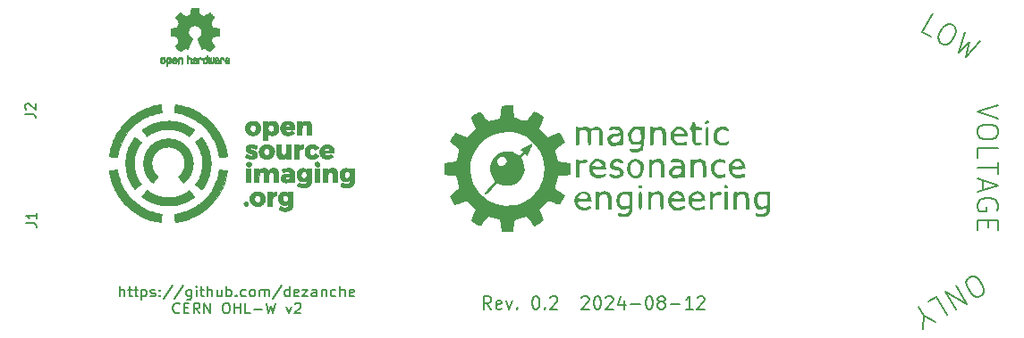
<source format=gbr>
G04 #@! TF.GenerationSoftware,KiCad,Pcbnew,8.0.4*
G04 #@! TF.CreationDate,2024-08-12T15:20:45-06:00*
G04 #@! TF.ProjectId,dual_loop_probe_fullground,6475616c-5f6c-46f6-9f70-5f70726f6265,rev?*
G04 #@! TF.SameCoordinates,Original*
G04 #@! TF.FileFunction,Legend,Top*
G04 #@! TF.FilePolarity,Positive*
%FSLAX46Y46*%
G04 Gerber Fmt 4.6, Leading zero omitted, Abs format (unit mm)*
G04 Created by KiCad (PCBNEW 8.0.4) date 2024-08-12 15:20:45*
%MOMM*%
%LPD*%
G01*
G04 APERTURE LIST*
%ADD10C,0.200000*%
%ADD11C,0.150000*%
%ADD12C,0.010000*%
%ADD13C,0.000000*%
G04 APERTURE END LIST*
D10*
X190085161Y-84952380D02*
X188085161Y-85619046D01*
X188085161Y-85619046D02*
X190085161Y-86285713D01*
X190085161Y-87333332D02*
X190085161Y-87714285D01*
X190085161Y-87714285D02*
X189989923Y-87904761D01*
X189989923Y-87904761D02*
X189799447Y-88095237D01*
X189799447Y-88095237D02*
X189418495Y-88190475D01*
X189418495Y-88190475D02*
X188751828Y-88190475D01*
X188751828Y-88190475D02*
X188370876Y-88095237D01*
X188370876Y-88095237D02*
X188180400Y-87904761D01*
X188180400Y-87904761D02*
X188085161Y-87714285D01*
X188085161Y-87714285D02*
X188085161Y-87333332D01*
X188085161Y-87333332D02*
X188180400Y-87142856D01*
X188180400Y-87142856D02*
X188370876Y-86952380D01*
X188370876Y-86952380D02*
X188751828Y-86857142D01*
X188751828Y-86857142D02*
X189418495Y-86857142D01*
X189418495Y-86857142D02*
X189799447Y-86952380D01*
X189799447Y-86952380D02*
X189989923Y-87142856D01*
X189989923Y-87142856D02*
X190085161Y-87333332D01*
X188085161Y-89999999D02*
X188085161Y-89047618D01*
X188085161Y-89047618D02*
X190085161Y-89047618D01*
X190085161Y-90380952D02*
X190085161Y-91523809D01*
X188085161Y-90952380D02*
X190085161Y-90952380D01*
X188656590Y-92095238D02*
X188656590Y-93047619D01*
X188085161Y-91904762D02*
X190085161Y-92571428D01*
X190085161Y-92571428D02*
X188085161Y-93238095D01*
X189989923Y-94952381D02*
X190085161Y-94761905D01*
X190085161Y-94761905D02*
X190085161Y-94476191D01*
X190085161Y-94476191D02*
X189989923Y-94190476D01*
X189989923Y-94190476D02*
X189799447Y-94000000D01*
X189799447Y-94000000D02*
X189608971Y-93904762D01*
X189608971Y-93904762D02*
X189228019Y-93809524D01*
X189228019Y-93809524D02*
X188942304Y-93809524D01*
X188942304Y-93809524D02*
X188561352Y-93904762D01*
X188561352Y-93904762D02*
X188370876Y-94000000D01*
X188370876Y-94000000D02*
X188180400Y-94190476D01*
X188180400Y-94190476D02*
X188085161Y-94476191D01*
X188085161Y-94476191D02*
X188085161Y-94666667D01*
X188085161Y-94666667D02*
X188180400Y-94952381D01*
X188180400Y-94952381D02*
X188275638Y-95047619D01*
X188275638Y-95047619D02*
X188942304Y-95047619D01*
X188942304Y-95047619D02*
X188942304Y-94666667D01*
X189132780Y-95904762D02*
X189132780Y-96571429D01*
X188085161Y-96857143D02*
X188085161Y-95904762D01*
X188085161Y-95904762D02*
X190085161Y-95904762D01*
X190085161Y-95904762D02*
X190085161Y-96857143D01*
D11*
X106928571Y-103149847D02*
X106928571Y-102149847D01*
X107357142Y-103149847D02*
X107357142Y-102626037D01*
X107357142Y-102626037D02*
X107309523Y-102530799D01*
X107309523Y-102530799D02*
X107214285Y-102483180D01*
X107214285Y-102483180D02*
X107071428Y-102483180D01*
X107071428Y-102483180D02*
X106976190Y-102530799D01*
X106976190Y-102530799D02*
X106928571Y-102578418D01*
X107690476Y-102483180D02*
X108071428Y-102483180D01*
X107833333Y-102149847D02*
X107833333Y-103006989D01*
X107833333Y-103006989D02*
X107880952Y-103102228D01*
X107880952Y-103102228D02*
X107976190Y-103149847D01*
X107976190Y-103149847D02*
X108071428Y-103149847D01*
X108261905Y-102483180D02*
X108642857Y-102483180D01*
X108404762Y-102149847D02*
X108404762Y-103006989D01*
X108404762Y-103006989D02*
X108452381Y-103102228D01*
X108452381Y-103102228D02*
X108547619Y-103149847D01*
X108547619Y-103149847D02*
X108642857Y-103149847D01*
X108976191Y-102483180D02*
X108976191Y-103483180D01*
X108976191Y-102530799D02*
X109071429Y-102483180D01*
X109071429Y-102483180D02*
X109261905Y-102483180D01*
X109261905Y-102483180D02*
X109357143Y-102530799D01*
X109357143Y-102530799D02*
X109404762Y-102578418D01*
X109404762Y-102578418D02*
X109452381Y-102673656D01*
X109452381Y-102673656D02*
X109452381Y-102959370D01*
X109452381Y-102959370D02*
X109404762Y-103054608D01*
X109404762Y-103054608D02*
X109357143Y-103102228D01*
X109357143Y-103102228D02*
X109261905Y-103149847D01*
X109261905Y-103149847D02*
X109071429Y-103149847D01*
X109071429Y-103149847D02*
X108976191Y-103102228D01*
X109833334Y-103102228D02*
X109928572Y-103149847D01*
X109928572Y-103149847D02*
X110119048Y-103149847D01*
X110119048Y-103149847D02*
X110214286Y-103102228D01*
X110214286Y-103102228D02*
X110261905Y-103006989D01*
X110261905Y-103006989D02*
X110261905Y-102959370D01*
X110261905Y-102959370D02*
X110214286Y-102864132D01*
X110214286Y-102864132D02*
X110119048Y-102816513D01*
X110119048Y-102816513D02*
X109976191Y-102816513D01*
X109976191Y-102816513D02*
X109880953Y-102768894D01*
X109880953Y-102768894D02*
X109833334Y-102673656D01*
X109833334Y-102673656D02*
X109833334Y-102626037D01*
X109833334Y-102626037D02*
X109880953Y-102530799D01*
X109880953Y-102530799D02*
X109976191Y-102483180D01*
X109976191Y-102483180D02*
X110119048Y-102483180D01*
X110119048Y-102483180D02*
X110214286Y-102530799D01*
X110690477Y-103054608D02*
X110738096Y-103102228D01*
X110738096Y-103102228D02*
X110690477Y-103149847D01*
X110690477Y-103149847D02*
X110642858Y-103102228D01*
X110642858Y-103102228D02*
X110690477Y-103054608D01*
X110690477Y-103054608D02*
X110690477Y-103149847D01*
X110690477Y-102530799D02*
X110738096Y-102578418D01*
X110738096Y-102578418D02*
X110690477Y-102626037D01*
X110690477Y-102626037D02*
X110642858Y-102578418D01*
X110642858Y-102578418D02*
X110690477Y-102530799D01*
X110690477Y-102530799D02*
X110690477Y-102626037D01*
X111880952Y-102102228D02*
X111023810Y-103387942D01*
X112928571Y-102102228D02*
X112071429Y-103387942D01*
X113690476Y-102483180D02*
X113690476Y-103292704D01*
X113690476Y-103292704D02*
X113642857Y-103387942D01*
X113642857Y-103387942D02*
X113595238Y-103435561D01*
X113595238Y-103435561D02*
X113500000Y-103483180D01*
X113500000Y-103483180D02*
X113357143Y-103483180D01*
X113357143Y-103483180D02*
X113261905Y-103435561D01*
X113690476Y-103102228D02*
X113595238Y-103149847D01*
X113595238Y-103149847D02*
X113404762Y-103149847D01*
X113404762Y-103149847D02*
X113309524Y-103102228D01*
X113309524Y-103102228D02*
X113261905Y-103054608D01*
X113261905Y-103054608D02*
X113214286Y-102959370D01*
X113214286Y-102959370D02*
X113214286Y-102673656D01*
X113214286Y-102673656D02*
X113261905Y-102578418D01*
X113261905Y-102578418D02*
X113309524Y-102530799D01*
X113309524Y-102530799D02*
X113404762Y-102483180D01*
X113404762Y-102483180D02*
X113595238Y-102483180D01*
X113595238Y-102483180D02*
X113690476Y-102530799D01*
X114166667Y-103149847D02*
X114166667Y-102483180D01*
X114166667Y-102149847D02*
X114119048Y-102197466D01*
X114119048Y-102197466D02*
X114166667Y-102245085D01*
X114166667Y-102245085D02*
X114214286Y-102197466D01*
X114214286Y-102197466D02*
X114166667Y-102149847D01*
X114166667Y-102149847D02*
X114166667Y-102245085D01*
X114500000Y-102483180D02*
X114880952Y-102483180D01*
X114642857Y-102149847D02*
X114642857Y-103006989D01*
X114642857Y-103006989D02*
X114690476Y-103102228D01*
X114690476Y-103102228D02*
X114785714Y-103149847D01*
X114785714Y-103149847D02*
X114880952Y-103149847D01*
X115214286Y-103149847D02*
X115214286Y-102149847D01*
X115642857Y-103149847D02*
X115642857Y-102626037D01*
X115642857Y-102626037D02*
X115595238Y-102530799D01*
X115595238Y-102530799D02*
X115500000Y-102483180D01*
X115500000Y-102483180D02*
X115357143Y-102483180D01*
X115357143Y-102483180D02*
X115261905Y-102530799D01*
X115261905Y-102530799D02*
X115214286Y-102578418D01*
X116547619Y-102483180D02*
X116547619Y-103149847D01*
X116119048Y-102483180D02*
X116119048Y-103006989D01*
X116119048Y-103006989D02*
X116166667Y-103102228D01*
X116166667Y-103102228D02*
X116261905Y-103149847D01*
X116261905Y-103149847D02*
X116404762Y-103149847D01*
X116404762Y-103149847D02*
X116500000Y-103102228D01*
X116500000Y-103102228D02*
X116547619Y-103054608D01*
X117023810Y-103149847D02*
X117023810Y-102149847D01*
X117023810Y-102530799D02*
X117119048Y-102483180D01*
X117119048Y-102483180D02*
X117309524Y-102483180D01*
X117309524Y-102483180D02*
X117404762Y-102530799D01*
X117404762Y-102530799D02*
X117452381Y-102578418D01*
X117452381Y-102578418D02*
X117500000Y-102673656D01*
X117500000Y-102673656D02*
X117500000Y-102959370D01*
X117500000Y-102959370D02*
X117452381Y-103054608D01*
X117452381Y-103054608D02*
X117404762Y-103102228D01*
X117404762Y-103102228D02*
X117309524Y-103149847D01*
X117309524Y-103149847D02*
X117119048Y-103149847D01*
X117119048Y-103149847D02*
X117023810Y-103102228D01*
X117928572Y-103054608D02*
X117976191Y-103102228D01*
X117976191Y-103102228D02*
X117928572Y-103149847D01*
X117928572Y-103149847D02*
X117880953Y-103102228D01*
X117880953Y-103102228D02*
X117928572Y-103054608D01*
X117928572Y-103054608D02*
X117928572Y-103149847D01*
X118833333Y-103102228D02*
X118738095Y-103149847D01*
X118738095Y-103149847D02*
X118547619Y-103149847D01*
X118547619Y-103149847D02*
X118452381Y-103102228D01*
X118452381Y-103102228D02*
X118404762Y-103054608D01*
X118404762Y-103054608D02*
X118357143Y-102959370D01*
X118357143Y-102959370D02*
X118357143Y-102673656D01*
X118357143Y-102673656D02*
X118404762Y-102578418D01*
X118404762Y-102578418D02*
X118452381Y-102530799D01*
X118452381Y-102530799D02*
X118547619Y-102483180D01*
X118547619Y-102483180D02*
X118738095Y-102483180D01*
X118738095Y-102483180D02*
X118833333Y-102530799D01*
X119404762Y-103149847D02*
X119309524Y-103102228D01*
X119309524Y-103102228D02*
X119261905Y-103054608D01*
X119261905Y-103054608D02*
X119214286Y-102959370D01*
X119214286Y-102959370D02*
X119214286Y-102673656D01*
X119214286Y-102673656D02*
X119261905Y-102578418D01*
X119261905Y-102578418D02*
X119309524Y-102530799D01*
X119309524Y-102530799D02*
X119404762Y-102483180D01*
X119404762Y-102483180D02*
X119547619Y-102483180D01*
X119547619Y-102483180D02*
X119642857Y-102530799D01*
X119642857Y-102530799D02*
X119690476Y-102578418D01*
X119690476Y-102578418D02*
X119738095Y-102673656D01*
X119738095Y-102673656D02*
X119738095Y-102959370D01*
X119738095Y-102959370D02*
X119690476Y-103054608D01*
X119690476Y-103054608D02*
X119642857Y-103102228D01*
X119642857Y-103102228D02*
X119547619Y-103149847D01*
X119547619Y-103149847D02*
X119404762Y-103149847D01*
X120166667Y-103149847D02*
X120166667Y-102483180D01*
X120166667Y-102578418D02*
X120214286Y-102530799D01*
X120214286Y-102530799D02*
X120309524Y-102483180D01*
X120309524Y-102483180D02*
X120452381Y-102483180D01*
X120452381Y-102483180D02*
X120547619Y-102530799D01*
X120547619Y-102530799D02*
X120595238Y-102626037D01*
X120595238Y-102626037D02*
X120595238Y-103149847D01*
X120595238Y-102626037D02*
X120642857Y-102530799D01*
X120642857Y-102530799D02*
X120738095Y-102483180D01*
X120738095Y-102483180D02*
X120880952Y-102483180D01*
X120880952Y-102483180D02*
X120976191Y-102530799D01*
X120976191Y-102530799D02*
X121023810Y-102626037D01*
X121023810Y-102626037D02*
X121023810Y-103149847D01*
X122214285Y-102102228D02*
X121357143Y-103387942D01*
X122976190Y-103149847D02*
X122976190Y-102149847D01*
X122976190Y-103102228D02*
X122880952Y-103149847D01*
X122880952Y-103149847D02*
X122690476Y-103149847D01*
X122690476Y-103149847D02*
X122595238Y-103102228D01*
X122595238Y-103102228D02*
X122547619Y-103054608D01*
X122547619Y-103054608D02*
X122500000Y-102959370D01*
X122500000Y-102959370D02*
X122500000Y-102673656D01*
X122500000Y-102673656D02*
X122547619Y-102578418D01*
X122547619Y-102578418D02*
X122595238Y-102530799D01*
X122595238Y-102530799D02*
X122690476Y-102483180D01*
X122690476Y-102483180D02*
X122880952Y-102483180D01*
X122880952Y-102483180D02*
X122976190Y-102530799D01*
X123833333Y-103102228D02*
X123738095Y-103149847D01*
X123738095Y-103149847D02*
X123547619Y-103149847D01*
X123547619Y-103149847D02*
X123452381Y-103102228D01*
X123452381Y-103102228D02*
X123404762Y-103006989D01*
X123404762Y-103006989D02*
X123404762Y-102626037D01*
X123404762Y-102626037D02*
X123452381Y-102530799D01*
X123452381Y-102530799D02*
X123547619Y-102483180D01*
X123547619Y-102483180D02*
X123738095Y-102483180D01*
X123738095Y-102483180D02*
X123833333Y-102530799D01*
X123833333Y-102530799D02*
X123880952Y-102626037D01*
X123880952Y-102626037D02*
X123880952Y-102721275D01*
X123880952Y-102721275D02*
X123404762Y-102816513D01*
X124214286Y-102483180D02*
X124738095Y-102483180D01*
X124738095Y-102483180D02*
X124214286Y-103149847D01*
X124214286Y-103149847D02*
X124738095Y-103149847D01*
X125547619Y-103149847D02*
X125547619Y-102626037D01*
X125547619Y-102626037D02*
X125500000Y-102530799D01*
X125500000Y-102530799D02*
X125404762Y-102483180D01*
X125404762Y-102483180D02*
X125214286Y-102483180D01*
X125214286Y-102483180D02*
X125119048Y-102530799D01*
X125547619Y-103102228D02*
X125452381Y-103149847D01*
X125452381Y-103149847D02*
X125214286Y-103149847D01*
X125214286Y-103149847D02*
X125119048Y-103102228D01*
X125119048Y-103102228D02*
X125071429Y-103006989D01*
X125071429Y-103006989D02*
X125071429Y-102911751D01*
X125071429Y-102911751D02*
X125119048Y-102816513D01*
X125119048Y-102816513D02*
X125214286Y-102768894D01*
X125214286Y-102768894D02*
X125452381Y-102768894D01*
X125452381Y-102768894D02*
X125547619Y-102721275D01*
X126023810Y-102483180D02*
X126023810Y-103149847D01*
X126023810Y-102578418D02*
X126071429Y-102530799D01*
X126071429Y-102530799D02*
X126166667Y-102483180D01*
X126166667Y-102483180D02*
X126309524Y-102483180D01*
X126309524Y-102483180D02*
X126404762Y-102530799D01*
X126404762Y-102530799D02*
X126452381Y-102626037D01*
X126452381Y-102626037D02*
X126452381Y-103149847D01*
X127357143Y-103102228D02*
X127261905Y-103149847D01*
X127261905Y-103149847D02*
X127071429Y-103149847D01*
X127071429Y-103149847D02*
X126976191Y-103102228D01*
X126976191Y-103102228D02*
X126928572Y-103054608D01*
X126928572Y-103054608D02*
X126880953Y-102959370D01*
X126880953Y-102959370D02*
X126880953Y-102673656D01*
X126880953Y-102673656D02*
X126928572Y-102578418D01*
X126928572Y-102578418D02*
X126976191Y-102530799D01*
X126976191Y-102530799D02*
X127071429Y-102483180D01*
X127071429Y-102483180D02*
X127261905Y-102483180D01*
X127261905Y-102483180D02*
X127357143Y-102530799D01*
X127785715Y-103149847D02*
X127785715Y-102149847D01*
X128214286Y-103149847D02*
X128214286Y-102626037D01*
X128214286Y-102626037D02*
X128166667Y-102530799D01*
X128166667Y-102530799D02*
X128071429Y-102483180D01*
X128071429Y-102483180D02*
X127928572Y-102483180D01*
X127928572Y-102483180D02*
X127833334Y-102530799D01*
X127833334Y-102530799D02*
X127785715Y-102578418D01*
X129071429Y-103102228D02*
X128976191Y-103149847D01*
X128976191Y-103149847D02*
X128785715Y-103149847D01*
X128785715Y-103149847D02*
X128690477Y-103102228D01*
X128690477Y-103102228D02*
X128642858Y-103006989D01*
X128642858Y-103006989D02*
X128642858Y-102626037D01*
X128642858Y-102626037D02*
X128690477Y-102530799D01*
X128690477Y-102530799D02*
X128785715Y-102483180D01*
X128785715Y-102483180D02*
X128976191Y-102483180D01*
X128976191Y-102483180D02*
X129071429Y-102530799D01*
X129071429Y-102530799D02*
X129119048Y-102626037D01*
X129119048Y-102626037D02*
X129119048Y-102721275D01*
X129119048Y-102721275D02*
X128642858Y-102816513D01*
X112571428Y-104664552D02*
X112523809Y-104712172D01*
X112523809Y-104712172D02*
X112380952Y-104759791D01*
X112380952Y-104759791D02*
X112285714Y-104759791D01*
X112285714Y-104759791D02*
X112142857Y-104712172D01*
X112142857Y-104712172D02*
X112047619Y-104616933D01*
X112047619Y-104616933D02*
X112000000Y-104521695D01*
X112000000Y-104521695D02*
X111952381Y-104331219D01*
X111952381Y-104331219D02*
X111952381Y-104188362D01*
X111952381Y-104188362D02*
X112000000Y-103997886D01*
X112000000Y-103997886D02*
X112047619Y-103902648D01*
X112047619Y-103902648D02*
X112142857Y-103807410D01*
X112142857Y-103807410D02*
X112285714Y-103759791D01*
X112285714Y-103759791D02*
X112380952Y-103759791D01*
X112380952Y-103759791D02*
X112523809Y-103807410D01*
X112523809Y-103807410D02*
X112571428Y-103855029D01*
X113000000Y-104235981D02*
X113333333Y-104235981D01*
X113476190Y-104759791D02*
X113000000Y-104759791D01*
X113000000Y-104759791D02*
X113000000Y-103759791D01*
X113000000Y-103759791D02*
X113476190Y-103759791D01*
X114476190Y-104759791D02*
X114142857Y-104283600D01*
X113904762Y-104759791D02*
X113904762Y-103759791D01*
X113904762Y-103759791D02*
X114285714Y-103759791D01*
X114285714Y-103759791D02*
X114380952Y-103807410D01*
X114380952Y-103807410D02*
X114428571Y-103855029D01*
X114428571Y-103855029D02*
X114476190Y-103950267D01*
X114476190Y-103950267D02*
X114476190Y-104093124D01*
X114476190Y-104093124D02*
X114428571Y-104188362D01*
X114428571Y-104188362D02*
X114380952Y-104235981D01*
X114380952Y-104235981D02*
X114285714Y-104283600D01*
X114285714Y-104283600D02*
X113904762Y-104283600D01*
X114904762Y-104759791D02*
X114904762Y-103759791D01*
X114904762Y-103759791D02*
X115476190Y-104759791D01*
X115476190Y-104759791D02*
X115476190Y-103759791D01*
X116904762Y-103759791D02*
X117095238Y-103759791D01*
X117095238Y-103759791D02*
X117190476Y-103807410D01*
X117190476Y-103807410D02*
X117285714Y-103902648D01*
X117285714Y-103902648D02*
X117333333Y-104093124D01*
X117333333Y-104093124D02*
X117333333Y-104426457D01*
X117333333Y-104426457D02*
X117285714Y-104616933D01*
X117285714Y-104616933D02*
X117190476Y-104712172D01*
X117190476Y-104712172D02*
X117095238Y-104759791D01*
X117095238Y-104759791D02*
X116904762Y-104759791D01*
X116904762Y-104759791D02*
X116809524Y-104712172D01*
X116809524Y-104712172D02*
X116714286Y-104616933D01*
X116714286Y-104616933D02*
X116666667Y-104426457D01*
X116666667Y-104426457D02*
X116666667Y-104093124D01*
X116666667Y-104093124D02*
X116714286Y-103902648D01*
X116714286Y-103902648D02*
X116809524Y-103807410D01*
X116809524Y-103807410D02*
X116904762Y-103759791D01*
X117761905Y-104759791D02*
X117761905Y-103759791D01*
X117761905Y-104235981D02*
X118333333Y-104235981D01*
X118333333Y-104759791D02*
X118333333Y-103759791D01*
X119285714Y-104759791D02*
X118809524Y-104759791D01*
X118809524Y-104759791D02*
X118809524Y-103759791D01*
X119619048Y-104378838D02*
X120380953Y-104378838D01*
X120761905Y-103759791D02*
X121000000Y-104759791D01*
X121000000Y-104759791D02*
X121190476Y-104045505D01*
X121190476Y-104045505D02*
X121380952Y-104759791D01*
X121380952Y-104759791D02*
X121619048Y-103759791D01*
X122666667Y-104093124D02*
X122904762Y-104759791D01*
X122904762Y-104759791D02*
X123142857Y-104093124D01*
X123476191Y-103855029D02*
X123523810Y-103807410D01*
X123523810Y-103807410D02*
X123619048Y-103759791D01*
X123619048Y-103759791D02*
X123857143Y-103759791D01*
X123857143Y-103759791D02*
X123952381Y-103807410D01*
X123952381Y-103807410D02*
X124000000Y-103855029D01*
X124000000Y-103855029D02*
X124047619Y-103950267D01*
X124047619Y-103950267D02*
X124047619Y-104045505D01*
X124047619Y-104045505D02*
X124000000Y-104188362D01*
X124000000Y-104188362D02*
X123428572Y-104759791D01*
X123428572Y-104759791D02*
X124047619Y-104759791D01*
X142070112Y-104345342D02*
X141670112Y-103773914D01*
X141384398Y-104345342D02*
X141384398Y-103145342D01*
X141384398Y-103145342D02*
X141841541Y-103145342D01*
X141841541Y-103145342D02*
X141955826Y-103202485D01*
X141955826Y-103202485D02*
X142012969Y-103259628D01*
X142012969Y-103259628D02*
X142070112Y-103373914D01*
X142070112Y-103373914D02*
X142070112Y-103545342D01*
X142070112Y-103545342D02*
X142012969Y-103659628D01*
X142012969Y-103659628D02*
X141955826Y-103716771D01*
X141955826Y-103716771D02*
X141841541Y-103773914D01*
X141841541Y-103773914D02*
X141384398Y-103773914D01*
X143041541Y-104288200D02*
X142927255Y-104345342D01*
X142927255Y-104345342D02*
X142698684Y-104345342D01*
X142698684Y-104345342D02*
X142584398Y-104288200D01*
X142584398Y-104288200D02*
X142527255Y-104173914D01*
X142527255Y-104173914D02*
X142527255Y-103716771D01*
X142527255Y-103716771D02*
X142584398Y-103602485D01*
X142584398Y-103602485D02*
X142698684Y-103545342D01*
X142698684Y-103545342D02*
X142927255Y-103545342D01*
X142927255Y-103545342D02*
X143041541Y-103602485D01*
X143041541Y-103602485D02*
X143098684Y-103716771D01*
X143098684Y-103716771D02*
X143098684Y-103831057D01*
X143098684Y-103831057D02*
X142527255Y-103945342D01*
X143498683Y-103545342D02*
X143784397Y-104345342D01*
X143784397Y-104345342D02*
X144070112Y-103545342D01*
X144527255Y-104231057D02*
X144584398Y-104288200D01*
X144584398Y-104288200D02*
X144527255Y-104345342D01*
X144527255Y-104345342D02*
X144470112Y-104288200D01*
X144470112Y-104288200D02*
X144527255Y-104231057D01*
X144527255Y-104231057D02*
X144527255Y-104345342D01*
X146241541Y-103145342D02*
X146355827Y-103145342D01*
X146355827Y-103145342D02*
X146470113Y-103202485D01*
X146470113Y-103202485D02*
X146527256Y-103259628D01*
X146527256Y-103259628D02*
X146584398Y-103373914D01*
X146584398Y-103373914D02*
X146641541Y-103602485D01*
X146641541Y-103602485D02*
X146641541Y-103888200D01*
X146641541Y-103888200D02*
X146584398Y-104116771D01*
X146584398Y-104116771D02*
X146527256Y-104231057D01*
X146527256Y-104231057D02*
X146470113Y-104288200D01*
X146470113Y-104288200D02*
X146355827Y-104345342D01*
X146355827Y-104345342D02*
X146241541Y-104345342D01*
X146241541Y-104345342D02*
X146127256Y-104288200D01*
X146127256Y-104288200D02*
X146070113Y-104231057D01*
X146070113Y-104231057D02*
X146012970Y-104116771D01*
X146012970Y-104116771D02*
X145955827Y-103888200D01*
X145955827Y-103888200D02*
X145955827Y-103602485D01*
X145955827Y-103602485D02*
X146012970Y-103373914D01*
X146012970Y-103373914D02*
X146070113Y-103259628D01*
X146070113Y-103259628D02*
X146127256Y-103202485D01*
X146127256Y-103202485D02*
X146241541Y-103145342D01*
X147155827Y-104231057D02*
X147212970Y-104288200D01*
X147212970Y-104288200D02*
X147155827Y-104345342D01*
X147155827Y-104345342D02*
X147098684Y-104288200D01*
X147098684Y-104288200D02*
X147155827Y-104231057D01*
X147155827Y-104231057D02*
X147155827Y-104345342D01*
X147670113Y-103259628D02*
X147727256Y-103202485D01*
X147727256Y-103202485D02*
X147841542Y-103145342D01*
X147841542Y-103145342D02*
X148127256Y-103145342D01*
X148127256Y-103145342D02*
X148241542Y-103202485D01*
X148241542Y-103202485D02*
X148298684Y-103259628D01*
X148298684Y-103259628D02*
X148355827Y-103373914D01*
X148355827Y-103373914D02*
X148355827Y-103488200D01*
X148355827Y-103488200D02*
X148298684Y-103659628D01*
X148298684Y-103659628D02*
X147612970Y-104345342D01*
X147612970Y-104345342D02*
X148355827Y-104345342D01*
X150641542Y-103259628D02*
X150698685Y-103202485D01*
X150698685Y-103202485D02*
X150812971Y-103145342D01*
X150812971Y-103145342D02*
X151098685Y-103145342D01*
X151098685Y-103145342D02*
X151212971Y-103202485D01*
X151212971Y-103202485D02*
X151270113Y-103259628D01*
X151270113Y-103259628D02*
X151327256Y-103373914D01*
X151327256Y-103373914D02*
X151327256Y-103488200D01*
X151327256Y-103488200D02*
X151270113Y-103659628D01*
X151270113Y-103659628D02*
X150584399Y-104345342D01*
X150584399Y-104345342D02*
X151327256Y-104345342D01*
X152070113Y-103145342D02*
X152184399Y-103145342D01*
X152184399Y-103145342D02*
X152298685Y-103202485D01*
X152298685Y-103202485D02*
X152355828Y-103259628D01*
X152355828Y-103259628D02*
X152412970Y-103373914D01*
X152412970Y-103373914D02*
X152470113Y-103602485D01*
X152470113Y-103602485D02*
X152470113Y-103888200D01*
X152470113Y-103888200D02*
X152412970Y-104116771D01*
X152412970Y-104116771D02*
X152355828Y-104231057D01*
X152355828Y-104231057D02*
X152298685Y-104288200D01*
X152298685Y-104288200D02*
X152184399Y-104345342D01*
X152184399Y-104345342D02*
X152070113Y-104345342D01*
X152070113Y-104345342D02*
X151955828Y-104288200D01*
X151955828Y-104288200D02*
X151898685Y-104231057D01*
X151898685Y-104231057D02*
X151841542Y-104116771D01*
X151841542Y-104116771D02*
X151784399Y-103888200D01*
X151784399Y-103888200D02*
X151784399Y-103602485D01*
X151784399Y-103602485D02*
X151841542Y-103373914D01*
X151841542Y-103373914D02*
X151898685Y-103259628D01*
X151898685Y-103259628D02*
X151955828Y-103202485D01*
X151955828Y-103202485D02*
X152070113Y-103145342D01*
X152927256Y-103259628D02*
X152984399Y-103202485D01*
X152984399Y-103202485D02*
X153098685Y-103145342D01*
X153098685Y-103145342D02*
X153384399Y-103145342D01*
X153384399Y-103145342D02*
X153498685Y-103202485D01*
X153498685Y-103202485D02*
X153555827Y-103259628D01*
X153555827Y-103259628D02*
X153612970Y-103373914D01*
X153612970Y-103373914D02*
X153612970Y-103488200D01*
X153612970Y-103488200D02*
X153555827Y-103659628D01*
X153555827Y-103659628D02*
X152870113Y-104345342D01*
X152870113Y-104345342D02*
X153612970Y-104345342D01*
X154641542Y-103545342D02*
X154641542Y-104345342D01*
X154355827Y-103088200D02*
X154070113Y-103945342D01*
X154070113Y-103945342D02*
X154812970Y-103945342D01*
X155270113Y-103888200D02*
X156184399Y-103888200D01*
X156984398Y-103145342D02*
X157098684Y-103145342D01*
X157098684Y-103145342D02*
X157212970Y-103202485D01*
X157212970Y-103202485D02*
X157270113Y-103259628D01*
X157270113Y-103259628D02*
X157327255Y-103373914D01*
X157327255Y-103373914D02*
X157384398Y-103602485D01*
X157384398Y-103602485D02*
X157384398Y-103888200D01*
X157384398Y-103888200D02*
X157327255Y-104116771D01*
X157327255Y-104116771D02*
X157270113Y-104231057D01*
X157270113Y-104231057D02*
X157212970Y-104288200D01*
X157212970Y-104288200D02*
X157098684Y-104345342D01*
X157098684Y-104345342D02*
X156984398Y-104345342D01*
X156984398Y-104345342D02*
X156870113Y-104288200D01*
X156870113Y-104288200D02*
X156812970Y-104231057D01*
X156812970Y-104231057D02*
X156755827Y-104116771D01*
X156755827Y-104116771D02*
X156698684Y-103888200D01*
X156698684Y-103888200D02*
X156698684Y-103602485D01*
X156698684Y-103602485D02*
X156755827Y-103373914D01*
X156755827Y-103373914D02*
X156812970Y-103259628D01*
X156812970Y-103259628D02*
X156870113Y-103202485D01*
X156870113Y-103202485D02*
X156984398Y-103145342D01*
X158070112Y-103659628D02*
X157955827Y-103602485D01*
X157955827Y-103602485D02*
X157898684Y-103545342D01*
X157898684Y-103545342D02*
X157841541Y-103431057D01*
X157841541Y-103431057D02*
X157841541Y-103373914D01*
X157841541Y-103373914D02*
X157898684Y-103259628D01*
X157898684Y-103259628D02*
X157955827Y-103202485D01*
X157955827Y-103202485D02*
X158070112Y-103145342D01*
X158070112Y-103145342D02*
X158298684Y-103145342D01*
X158298684Y-103145342D02*
X158412970Y-103202485D01*
X158412970Y-103202485D02*
X158470112Y-103259628D01*
X158470112Y-103259628D02*
X158527255Y-103373914D01*
X158527255Y-103373914D02*
X158527255Y-103431057D01*
X158527255Y-103431057D02*
X158470112Y-103545342D01*
X158470112Y-103545342D02*
X158412970Y-103602485D01*
X158412970Y-103602485D02*
X158298684Y-103659628D01*
X158298684Y-103659628D02*
X158070112Y-103659628D01*
X158070112Y-103659628D02*
X157955827Y-103716771D01*
X157955827Y-103716771D02*
X157898684Y-103773914D01*
X157898684Y-103773914D02*
X157841541Y-103888200D01*
X157841541Y-103888200D02*
X157841541Y-104116771D01*
X157841541Y-104116771D02*
X157898684Y-104231057D01*
X157898684Y-104231057D02*
X157955827Y-104288200D01*
X157955827Y-104288200D02*
X158070112Y-104345342D01*
X158070112Y-104345342D02*
X158298684Y-104345342D01*
X158298684Y-104345342D02*
X158412970Y-104288200D01*
X158412970Y-104288200D02*
X158470112Y-104231057D01*
X158470112Y-104231057D02*
X158527255Y-104116771D01*
X158527255Y-104116771D02*
X158527255Y-103888200D01*
X158527255Y-103888200D02*
X158470112Y-103773914D01*
X158470112Y-103773914D02*
X158412970Y-103716771D01*
X158412970Y-103716771D02*
X158298684Y-103659628D01*
X159041541Y-103888200D02*
X159955827Y-103888200D01*
X161155826Y-104345342D02*
X160470112Y-104345342D01*
X160812969Y-104345342D02*
X160812969Y-103145342D01*
X160812969Y-103145342D02*
X160698683Y-103316771D01*
X160698683Y-103316771D02*
X160584398Y-103431057D01*
X160584398Y-103431057D02*
X160470112Y-103488200D01*
X161612969Y-103259628D02*
X161670112Y-103202485D01*
X161670112Y-103202485D02*
X161784398Y-103145342D01*
X161784398Y-103145342D02*
X162070112Y-103145342D01*
X162070112Y-103145342D02*
X162184398Y-103202485D01*
X162184398Y-103202485D02*
X162241540Y-103259628D01*
X162241540Y-103259628D02*
X162298683Y-103373914D01*
X162298683Y-103373914D02*
X162298683Y-103488200D01*
X162298683Y-103488200D02*
X162241540Y-103659628D01*
X162241540Y-103659628D02*
X161555826Y-104345342D01*
X161555826Y-104345342D02*
X162298683Y-104345342D01*
D10*
X188558178Y-102987396D02*
X188228264Y-103177872D01*
X188228264Y-103177872D02*
X188015688Y-103190632D01*
X188015688Y-103190632D02*
X187755492Y-103120913D01*
X187755492Y-103120913D02*
X187482537Y-102838617D01*
X187482537Y-102838617D02*
X187149204Y-102261267D01*
X187149204Y-102261267D02*
X187041207Y-101883734D01*
X187041207Y-101883734D02*
X187110926Y-101623538D01*
X187110926Y-101623538D02*
X187228264Y-101445822D01*
X187228264Y-101445822D02*
X187558178Y-101255345D01*
X187558178Y-101255345D02*
X187770755Y-101242586D01*
X187770755Y-101242586D02*
X188030950Y-101312305D01*
X188030950Y-101312305D02*
X188303905Y-101594600D01*
X188303905Y-101594600D02*
X188637238Y-102171951D01*
X188637238Y-102171951D02*
X188745236Y-102549484D01*
X188745236Y-102549484D02*
X188675516Y-102809680D01*
X188675516Y-102809680D02*
X188558178Y-102987396D01*
X186073563Y-102112488D02*
X187073563Y-103844539D01*
X187073563Y-103844539D02*
X185083820Y-102683917D01*
X185083820Y-102683917D02*
X186083820Y-104415968D01*
X183434248Y-103636298D02*
X184259034Y-103160107D01*
X184259034Y-103160107D02*
X185259034Y-104892158D01*
X183003173Y-104984893D02*
X182526983Y-104160107D01*
X184104333Y-105558825D02*
X183003173Y-104984893D01*
X183003173Y-104984893D02*
X182949633Y-106225492D01*
X183681683Y-78506558D02*
X182856897Y-78030368D01*
X182856897Y-78030368D02*
X183856897Y-76298317D01*
X185588948Y-77298317D02*
X185918863Y-77488793D01*
X185918863Y-77488793D02*
X186036201Y-77666510D01*
X186036201Y-77666510D02*
X186105920Y-77926705D01*
X186105920Y-77926705D02*
X185997923Y-78304239D01*
X185997923Y-78304239D02*
X185664589Y-78881589D01*
X185664589Y-78881589D02*
X185391634Y-79163885D01*
X185391634Y-79163885D02*
X185131439Y-79233604D01*
X185131439Y-79233604D02*
X184918863Y-79220844D01*
X184918863Y-79220844D02*
X184588948Y-79030368D01*
X184588948Y-79030368D02*
X184471610Y-78852651D01*
X184471610Y-78852651D02*
X184401891Y-78592456D01*
X184401891Y-78592456D02*
X184509889Y-78214922D01*
X184509889Y-78214922D02*
X184843222Y-77637572D01*
X184843222Y-77637572D02*
X185116177Y-77355277D01*
X185116177Y-77355277D02*
X185376372Y-77285558D01*
X185376372Y-77285558D02*
X185588948Y-77298317D01*
X186908606Y-78060222D02*
X186320999Y-80030368D01*
X186320999Y-80030368D02*
X187365199Y-78983665D01*
X187365199Y-78983665D02*
X186980828Y-80411320D01*
X186980828Y-80411320D02*
X188393221Y-78917365D01*
D11*
X98044819Y-96203333D02*
X98759104Y-96203333D01*
X98759104Y-96203333D02*
X98901961Y-96250952D01*
X98901961Y-96250952D02*
X98997200Y-96346190D01*
X98997200Y-96346190D02*
X99044819Y-96489047D01*
X99044819Y-96489047D02*
X99044819Y-96584285D01*
X99044819Y-95203333D02*
X99044819Y-95774761D01*
X99044819Y-95489047D02*
X98044819Y-95489047D01*
X98044819Y-95489047D02*
X98187676Y-95584285D01*
X98187676Y-95584285D02*
X98282914Y-95679523D01*
X98282914Y-95679523D02*
X98330533Y-95774761D01*
X97954819Y-85833333D02*
X98669104Y-85833333D01*
X98669104Y-85833333D02*
X98811961Y-85880952D01*
X98811961Y-85880952D02*
X98907200Y-85976190D01*
X98907200Y-85976190D02*
X98954819Y-86119047D01*
X98954819Y-86119047D02*
X98954819Y-86214285D01*
X98050057Y-85404761D02*
X98002438Y-85357142D01*
X98002438Y-85357142D02*
X97954819Y-85261904D01*
X97954819Y-85261904D02*
X97954819Y-85023809D01*
X97954819Y-85023809D02*
X98002438Y-84928571D01*
X98002438Y-84928571D02*
X98050057Y-84880952D01*
X98050057Y-84880952D02*
X98145295Y-84833333D01*
X98145295Y-84833333D02*
X98240533Y-84833333D01*
X98240533Y-84833333D02*
X98383390Y-84880952D01*
X98383390Y-84880952D02*
X98954819Y-85452380D01*
X98954819Y-85452380D02*
X98954819Y-84833333D01*
D12*
X109697120Y-89009020D02*
X109694580Y-89011560D01*
X109692040Y-89009020D01*
X109694580Y-89006480D01*
X109697120Y-89009020D01*
G36*
X109697120Y-89009020D02*
G01*
X109694580Y-89011560D01*
X109692040Y-89009020D01*
X109694580Y-89006480D01*
X109697120Y-89009020D01*
G37*
X109747920Y-88932820D02*
X109745380Y-88935360D01*
X109742840Y-88932820D01*
X109745380Y-88930280D01*
X109747920Y-88932820D01*
G36*
X109747920Y-88932820D02*
G01*
X109745380Y-88935360D01*
X109742840Y-88932820D01*
X109745380Y-88930280D01*
X109747920Y-88932820D01*
G37*
X109915560Y-92229740D02*
X109913020Y-92232280D01*
X109910480Y-92229740D01*
X109913020Y-92227200D01*
X109915560Y-92229740D01*
G36*
X109915560Y-92229740D02*
G01*
X109913020Y-92232280D01*
X109910480Y-92229740D01*
X109913020Y-92227200D01*
X109915560Y-92229740D01*
G37*
X110301640Y-91955420D02*
X110299100Y-91957960D01*
X110296560Y-91955420D01*
X110299100Y-91952880D01*
X110301640Y-91955420D01*
G36*
X110301640Y-91955420D02*
G01*
X110299100Y-91957960D01*
X110296560Y-91955420D01*
X110299100Y-91952880D01*
X110301640Y-91955420D01*
G37*
X110311800Y-91569340D02*
X110309260Y-91571880D01*
X110306720Y-91569340D01*
X110309260Y-91566800D01*
X110311800Y-91569340D01*
G36*
X110311800Y-91569340D02*
G01*
X110309260Y-91571880D01*
X110306720Y-91569340D01*
X110309260Y-91566800D01*
X110311800Y-91569340D01*
G37*
X110352440Y-91594740D02*
X110349900Y-91597280D01*
X110347360Y-91594740D01*
X110349900Y-91592200D01*
X110352440Y-91594740D01*
G36*
X110352440Y-91594740D02*
G01*
X110349900Y-91597280D01*
X110347360Y-91594740D01*
X110349900Y-91592200D01*
X110352440Y-91594740D01*
G37*
X110530240Y-89237620D02*
X110527700Y-89240160D01*
X110525160Y-89237620D01*
X110527700Y-89235080D01*
X110530240Y-89237620D01*
G36*
X110530240Y-89237620D02*
G01*
X110527700Y-89240160D01*
X110525160Y-89237620D01*
X110527700Y-89235080D01*
X110530240Y-89237620D01*
G37*
X112541920Y-89308740D02*
X112539380Y-89311280D01*
X112536840Y-89308740D01*
X112539380Y-89306200D01*
X112541920Y-89308740D01*
G36*
X112541920Y-89308740D02*
G01*
X112539380Y-89311280D01*
X112536840Y-89308740D01*
X112539380Y-89306200D01*
X112541920Y-89308740D01*
G37*
X113100720Y-92153540D02*
X113098180Y-92156080D01*
X113095640Y-92153540D01*
X113098180Y-92151000D01*
X113100720Y-92153540D01*
G36*
X113100720Y-92153540D02*
G01*
X113098180Y-92156080D01*
X113095640Y-92153540D01*
X113098180Y-92151000D01*
X113100720Y-92153540D01*
G37*
X113141360Y-92112900D02*
X113138820Y-92115440D01*
X113136280Y-92112900D01*
X113138820Y-92110360D01*
X113141360Y-92112900D01*
G36*
X113141360Y-92112900D02*
G01*
X113138820Y-92115440D01*
X113136280Y-92112900D01*
X113138820Y-92110360D01*
X113141360Y-92112900D01*
G37*
X119313560Y-92298320D02*
X118886840Y-92298320D01*
X118886840Y-90967360D01*
X119313560Y-90967360D01*
X119313560Y-92298320D01*
G36*
X119313560Y-92298320D02*
G01*
X118886840Y-92298320D01*
X118886840Y-90967360D01*
X119313560Y-90967360D01*
X119313560Y-92298320D01*
G37*
X125795640Y-92298320D02*
X125374000Y-92298320D01*
X125374000Y-90967360D01*
X125795640Y-90967360D01*
X125795640Y-92298320D01*
G36*
X125795640Y-92298320D02*
G01*
X125374000Y-92298320D01*
X125374000Y-90967360D01*
X125795640Y-90967360D01*
X125795640Y-92298320D01*
G37*
X109793640Y-92112900D02*
X109798486Y-92117464D01*
X109798720Y-92118279D01*
X109794789Y-92120461D01*
X109793640Y-92120520D01*
X109788755Y-92116614D01*
X109788560Y-92115140D01*
X109791672Y-92112106D01*
X109793640Y-92112900D01*
G36*
X109793640Y-92112900D02*
G01*
X109798486Y-92117464D01*
X109798720Y-92118279D01*
X109794789Y-92120461D01*
X109793640Y-92120520D01*
X109788755Y-92116614D01*
X109788560Y-92115140D01*
X109791672Y-92112106D01*
X109793640Y-92112900D01*
G37*
X110103461Y-92226050D02*
X110103520Y-92227200D01*
X110099614Y-92232084D01*
X110098140Y-92232280D01*
X110095106Y-92229167D01*
X110095900Y-92227200D01*
X110100464Y-92222353D01*
X110101279Y-92222120D01*
X110103461Y-92226050D01*
G36*
X110103461Y-92226050D02*
G01*
X110103520Y-92227200D01*
X110099614Y-92232084D01*
X110098140Y-92232280D01*
X110095106Y-92229167D01*
X110095900Y-92227200D01*
X110100464Y-92222353D01*
X110101279Y-92222120D01*
X110103461Y-92226050D01*
G37*
X119131449Y-90362785D02*
X119176084Y-90372450D01*
X119217708Y-90390398D01*
X119254749Y-90416406D01*
X119262825Y-90423863D01*
X119290133Y-90457295D01*
X119309871Y-90496026D01*
X119321922Y-90538447D01*
X119326168Y-90582952D01*
X119322493Y-90627933D01*
X119310778Y-90671783D01*
X119290906Y-90712895D01*
X119284639Y-90722572D01*
X119257044Y-90754133D01*
X119222508Y-90779347D01*
X119182435Y-90797657D01*
X119138234Y-90808506D01*
X119091310Y-90811338D01*
X119065433Y-90809350D01*
X119021029Y-90798898D01*
X118980713Y-90779646D01*
X118945675Y-90752436D01*
X118917107Y-90718108D01*
X118904009Y-90695346D01*
X118886729Y-90650403D01*
X118878350Y-90604806D01*
X118878510Y-90559777D01*
X118886850Y-90516538D01*
X118903011Y-90476310D01*
X118926633Y-90440314D01*
X118957356Y-90409773D01*
X118994820Y-90385907D01*
X118995188Y-90385726D01*
X119039430Y-90369199D01*
X119085374Y-90361627D01*
X119131449Y-90362785D01*
G36*
X119131449Y-90362785D02*
G01*
X119176084Y-90372450D01*
X119217708Y-90390398D01*
X119254749Y-90416406D01*
X119262825Y-90423863D01*
X119290133Y-90457295D01*
X119309871Y-90496026D01*
X119321922Y-90538447D01*
X119326168Y-90582952D01*
X119322493Y-90627933D01*
X119310778Y-90671783D01*
X119290906Y-90712895D01*
X119284639Y-90722572D01*
X119257044Y-90754133D01*
X119222508Y-90779347D01*
X119182435Y-90797657D01*
X119138234Y-90808506D01*
X119091310Y-90811338D01*
X119065433Y-90809350D01*
X119021029Y-90798898D01*
X118980713Y-90779646D01*
X118945675Y-90752436D01*
X118917107Y-90718108D01*
X118904009Y-90695346D01*
X118886729Y-90650403D01*
X118878350Y-90604806D01*
X118878510Y-90559777D01*
X118886850Y-90516538D01*
X118903011Y-90476310D01*
X118926633Y-90440314D01*
X118957356Y-90409773D01*
X118994820Y-90385907D01*
X118995188Y-90385726D01*
X119039430Y-90369199D01*
X119085374Y-90361627D01*
X119131449Y-90362785D01*
G37*
X125636607Y-90366009D02*
X125681181Y-90379309D01*
X125720550Y-90401074D01*
X125754185Y-90430977D01*
X125781557Y-90468690D01*
X125791627Y-90487986D01*
X125799931Y-90507624D01*
X125805151Y-90525881D01*
X125808213Y-90546869D01*
X125809735Y-90568496D01*
X125808937Y-90617689D01*
X125800730Y-90660840D01*
X125784665Y-90699310D01*
X125760290Y-90734462D01*
X125751493Y-90744347D01*
X125716932Y-90774099D01*
X125677167Y-90795307D01*
X125632778Y-90807781D01*
X125584346Y-90811330D01*
X125554340Y-90809189D01*
X125508839Y-90799413D01*
X125469004Y-90781532D01*
X125433639Y-90754932D01*
X125418379Y-90739418D01*
X125392782Y-90703602D01*
X125375060Y-90661916D01*
X125365540Y-90615287D01*
X125363900Y-90584022D01*
X125368211Y-90535581D01*
X125381167Y-90492159D01*
X125403057Y-90452995D01*
X125423270Y-90428325D01*
X125457665Y-90398523D01*
X125496960Y-90377510D01*
X125541356Y-90365204D01*
X125587360Y-90361503D01*
X125636607Y-90366009D01*
G36*
X125636607Y-90366009D02*
G01*
X125681181Y-90379309D01*
X125720550Y-90401074D01*
X125754185Y-90430977D01*
X125781557Y-90468690D01*
X125791627Y-90487986D01*
X125799931Y-90507624D01*
X125805151Y-90525881D01*
X125808213Y-90546869D01*
X125809735Y-90568496D01*
X125808937Y-90617689D01*
X125800730Y-90660840D01*
X125784665Y-90699310D01*
X125760290Y-90734462D01*
X125751493Y-90744347D01*
X125716932Y-90774099D01*
X125677167Y-90795307D01*
X125632778Y-90807781D01*
X125584346Y-90811330D01*
X125554340Y-90809189D01*
X125508839Y-90799413D01*
X125469004Y-90781532D01*
X125433639Y-90754932D01*
X125418379Y-90739418D01*
X125392782Y-90703602D01*
X125375060Y-90661916D01*
X125365540Y-90615287D01*
X125363900Y-90584022D01*
X125368211Y-90535581D01*
X125381167Y-90492159D01*
X125403057Y-90452995D01*
X125423270Y-90428325D01*
X125457665Y-90398523D01*
X125496960Y-90377510D01*
X125541356Y-90365204D01*
X125587360Y-90361503D01*
X125636607Y-90366009D01*
G37*
X118874687Y-94145306D02*
X118882199Y-94146465D01*
X118923324Y-94156737D01*
X118957863Y-94172902D01*
X118988292Y-94196260D01*
X119000343Y-94208420D01*
X119022230Y-94235104D01*
X119037225Y-94261543D01*
X119046327Y-94290487D01*
X119050536Y-94324686D01*
X119051130Y-94348100D01*
X119048927Y-94388645D01*
X119041770Y-94422744D01*
X119028834Y-94453232D01*
X119013683Y-94477050D01*
X118987136Y-94505369D01*
X118953788Y-94527701D01*
X118915373Y-94543569D01*
X118873626Y-94552495D01*
X118830282Y-94554000D01*
X118787076Y-94547606D01*
X118772540Y-94543488D01*
X118734461Y-94526093D01*
X118701635Y-94500466D01*
X118674938Y-94467551D01*
X118655251Y-94428286D01*
X118649871Y-94412173D01*
X118644302Y-94382133D01*
X118642928Y-94347501D01*
X118645519Y-94312017D01*
X118651843Y-94279425D01*
X118659368Y-94258092D01*
X118681807Y-94221036D01*
X118711307Y-94190441D01*
X118746606Y-94166939D01*
X118786443Y-94151161D01*
X118829557Y-94143739D01*
X118874687Y-94145306D01*
G36*
X118874687Y-94145306D02*
G01*
X118882199Y-94146465D01*
X118923324Y-94156737D01*
X118957863Y-94172902D01*
X118988292Y-94196260D01*
X119000343Y-94208420D01*
X119022230Y-94235104D01*
X119037225Y-94261543D01*
X119046327Y-94290487D01*
X119050536Y-94324686D01*
X119051130Y-94348100D01*
X119048927Y-94388645D01*
X119041770Y-94422744D01*
X119028834Y-94453232D01*
X119013683Y-94477050D01*
X118987136Y-94505369D01*
X118953788Y-94527701D01*
X118915373Y-94543569D01*
X118873626Y-94552495D01*
X118830282Y-94554000D01*
X118787076Y-94547606D01*
X118772540Y-94543488D01*
X118734461Y-94526093D01*
X118701635Y-94500466D01*
X118674938Y-94467551D01*
X118655251Y-94428286D01*
X118649871Y-94412173D01*
X118644302Y-94382133D01*
X118642928Y-94347501D01*
X118645519Y-94312017D01*
X118651843Y-94279425D01*
X118659368Y-94258092D01*
X118681807Y-94221036D01*
X118711307Y-94190441D01*
X118746606Y-94166939D01*
X118786443Y-94151161D01*
X118829557Y-94143739D01*
X118874687Y-94145306D01*
G37*
X124291960Y-89097920D02*
X124231446Y-89097920D01*
X124202997Y-89098567D01*
X124173883Y-89100316D01*
X124148072Y-89102875D01*
X124133656Y-89105077D01*
X124074448Y-89120801D01*
X124021243Y-89143848D01*
X123974569Y-89173765D01*
X123934951Y-89210099D01*
X123902914Y-89252396D01*
X123878983Y-89300203D01*
X123868000Y-89334112D01*
X123866437Y-89341289D01*
X123865091Y-89350442D01*
X123863946Y-89362316D01*
X123862986Y-89377656D01*
X123862198Y-89397207D01*
X123861564Y-89421713D01*
X123861070Y-89451919D01*
X123860701Y-89488570D01*
X123860441Y-89532410D01*
X123860274Y-89584185D01*
X123860185Y-89644638D01*
X123860160Y-89713667D01*
X123860160Y-90063120D01*
X123433440Y-90063120D01*
X123433440Y-88732160D01*
X123859961Y-88732160D01*
X123861330Y-88842029D01*
X123862700Y-88951899D01*
X123879999Y-88925191D01*
X123902606Y-88894690D01*
X123931202Y-88862727D01*
X123962735Y-88832478D01*
X123991402Y-88809128D01*
X124037447Y-88778930D01*
X124085822Y-88754943D01*
X124138328Y-88736531D01*
X124196766Y-88723059D01*
X124260210Y-88714173D01*
X124291960Y-88710842D01*
X124291960Y-89097920D01*
G36*
X124291960Y-89097920D02*
G01*
X124231446Y-89097920D01*
X124202997Y-89098567D01*
X124173883Y-89100316D01*
X124148072Y-89102875D01*
X124133656Y-89105077D01*
X124074448Y-89120801D01*
X124021243Y-89143848D01*
X123974569Y-89173765D01*
X123934951Y-89210099D01*
X123902914Y-89252396D01*
X123878983Y-89300203D01*
X123868000Y-89334112D01*
X123866437Y-89341289D01*
X123865091Y-89350442D01*
X123863946Y-89362316D01*
X123862986Y-89377656D01*
X123862198Y-89397207D01*
X123861564Y-89421713D01*
X123861070Y-89451919D01*
X123860701Y-89488570D01*
X123860441Y-89532410D01*
X123860274Y-89584185D01*
X123860185Y-89644638D01*
X123860160Y-89713667D01*
X123860160Y-90063120D01*
X123433440Y-90063120D01*
X123433440Y-88732160D01*
X123859961Y-88732160D01*
X123861330Y-88842029D01*
X123862700Y-88951899D01*
X123879999Y-88925191D01*
X123902606Y-88894690D01*
X123931202Y-88862727D01*
X123962735Y-88832478D01*
X123991402Y-88809128D01*
X124037447Y-88778930D01*
X124085822Y-88754943D01*
X124138328Y-88736531D01*
X124196766Y-88723059D01*
X124260210Y-88714173D01*
X124291960Y-88710842D01*
X124291960Y-89097920D01*
G37*
X121759993Y-93187135D02*
X121760559Y-93201086D01*
X121761061Y-93222986D01*
X121761483Y-93251732D01*
X121761811Y-93286216D01*
X121762028Y-93325336D01*
X121762118Y-93367984D01*
X121762120Y-93374651D01*
X121762120Y-93567062D01*
X121687190Y-93569704D01*
X121644537Y-93571948D01*
X121609214Y-93575756D01*
X121578436Y-93581737D01*
X121549416Y-93590499D01*
X121519370Y-93602651D01*
X121504029Y-93609741D01*
X121459871Y-93635726D01*
X121420270Y-93668823D01*
X121387166Y-93707190D01*
X121366898Y-93739983D01*
X121360069Y-93753314D01*
X121354148Y-93765538D01*
X121349070Y-93777457D01*
X121344770Y-93789872D01*
X121341183Y-93803586D01*
X121338245Y-93819398D01*
X121335892Y-93838111D01*
X121334057Y-93860526D01*
X121332677Y-93887444D01*
X121331687Y-93919666D01*
X121331022Y-93957995D01*
X121330618Y-94003230D01*
X121330409Y-94056174D01*
X121330331Y-94117628D01*
X121330319Y-94188393D01*
X121330320Y-94192892D01*
X121330320Y-94533520D01*
X120903600Y-94533520D01*
X120903600Y-93202560D01*
X121330320Y-93202560D01*
X121330320Y-93311780D01*
X121330488Y-93343853D01*
X121330960Y-93372199D01*
X121331684Y-93395353D01*
X121332609Y-93411847D01*
X121333683Y-93420215D01*
X121334130Y-93420960D01*
X121338666Y-93416912D01*
X121345876Y-93406676D01*
X121349919Y-93399948D01*
X121361319Y-93383493D01*
X121378603Y-93362754D01*
X121399738Y-93339814D01*
X121422691Y-93316757D01*
X121445427Y-93295667D01*
X121465914Y-93278625D01*
X121474295Y-93272534D01*
X121535568Y-93236958D01*
X121601455Y-93210378D01*
X121671621Y-93192915D01*
X121707938Y-93187670D01*
X121729106Y-93185339D01*
X121746235Y-93183509D01*
X121756984Y-93182427D01*
X121759379Y-93182240D01*
X121759993Y-93187135D01*
G36*
X121759993Y-93187135D02*
G01*
X121760559Y-93201086D01*
X121761061Y-93222986D01*
X121761483Y-93251732D01*
X121761811Y-93286216D01*
X121762028Y-93325336D01*
X121762118Y-93367984D01*
X121762120Y-93374651D01*
X121762120Y-93567062D01*
X121687190Y-93569704D01*
X121644537Y-93571948D01*
X121609214Y-93575756D01*
X121578436Y-93581737D01*
X121549416Y-93590499D01*
X121519370Y-93602651D01*
X121504029Y-93609741D01*
X121459871Y-93635726D01*
X121420270Y-93668823D01*
X121387166Y-93707190D01*
X121366898Y-93739983D01*
X121360069Y-93753314D01*
X121354148Y-93765538D01*
X121349070Y-93777457D01*
X121344770Y-93789872D01*
X121341183Y-93803586D01*
X121338245Y-93819398D01*
X121335892Y-93838111D01*
X121334057Y-93860526D01*
X121332677Y-93887444D01*
X121331687Y-93919666D01*
X121331022Y-93957995D01*
X121330618Y-94003230D01*
X121330409Y-94056174D01*
X121330331Y-94117628D01*
X121330319Y-94188393D01*
X121330320Y-94192892D01*
X121330320Y-94533520D01*
X120903600Y-94533520D01*
X120903600Y-93202560D01*
X121330320Y-93202560D01*
X121330320Y-93311780D01*
X121330488Y-93343853D01*
X121330960Y-93372199D01*
X121331684Y-93395353D01*
X121332609Y-93411847D01*
X121333683Y-93420215D01*
X121334130Y-93420960D01*
X121338666Y-93416912D01*
X121345876Y-93406676D01*
X121349919Y-93399948D01*
X121361319Y-93383493D01*
X121378603Y-93362754D01*
X121399738Y-93339814D01*
X121422691Y-93316757D01*
X121445427Y-93295667D01*
X121465914Y-93278625D01*
X121474295Y-93272534D01*
X121535568Y-93236958D01*
X121601455Y-93210378D01*
X121671621Y-93192915D01*
X121707938Y-93187670D01*
X121729106Y-93185339D01*
X121746235Y-93183509D01*
X121756984Y-93182427D01*
X121759379Y-93182240D01*
X121759993Y-93187135D01*
G37*
X124661364Y-86484439D02*
X124730843Y-86497555D01*
X124794779Y-86519030D01*
X124852919Y-86548674D01*
X124905006Y-86586295D01*
X124950785Y-86631700D01*
X124990001Y-86684699D01*
X125022399Y-86745100D01*
X125047724Y-86812711D01*
X125052642Y-86829700D01*
X125066573Y-86880500D01*
X125068037Y-87354210D01*
X125069500Y-87827920D01*
X124647974Y-87827920D01*
X124646376Y-87438030D01*
X124646066Y-87365455D01*
X124645759Y-87302323D01*
X124645436Y-87247917D01*
X124645079Y-87201520D01*
X124644669Y-87162416D01*
X124644186Y-87129886D01*
X124643613Y-87103215D01*
X124642930Y-87081685D01*
X124642119Y-87064579D01*
X124641161Y-87051180D01*
X124640037Y-87040772D01*
X124638728Y-87032637D01*
X124637216Y-87026058D01*
X124635482Y-87020319D01*
X124635442Y-87020200D01*
X124620202Y-86981456D01*
X124602318Y-86949956D01*
X124580119Y-86922828D01*
X124576756Y-86919399D01*
X124543852Y-86892381D01*
X124506738Y-86873380D01*
X124464319Y-86861989D01*
X124415501Y-86857800D01*
X124411137Y-86857764D01*
X124358597Y-86862005D01*
X124310944Y-86875124D01*
X124267968Y-86897206D01*
X124229459Y-86928340D01*
X124221159Y-86936846D01*
X124190969Y-86975239D01*
X124167769Y-87018895D01*
X124150673Y-87069503D01*
X124149749Y-87073082D01*
X124147779Y-87081228D01*
X124146080Y-87089522D01*
X124144632Y-87098748D01*
X124143415Y-87109686D01*
X124142410Y-87123118D01*
X124141596Y-87139827D01*
X124140953Y-87160594D01*
X124140461Y-87186201D01*
X124140100Y-87217430D01*
X124139850Y-87255062D01*
X124139691Y-87299880D01*
X124139603Y-87352665D01*
X124139566Y-87414199D01*
X124139560Y-87470592D01*
X124139560Y-87827920D01*
X123712840Y-87827920D01*
X123712840Y-86496960D01*
X124139560Y-86496960D01*
X124139560Y-86712352D01*
X124163306Y-86679586D01*
X124207821Y-86626504D01*
X124258534Y-86581375D01*
X124315146Y-86544339D01*
X124377360Y-86515537D01*
X124444877Y-86495110D01*
X124517399Y-86483198D01*
X124586600Y-86479875D01*
X124661364Y-86484439D01*
G36*
X124661364Y-86484439D02*
G01*
X124730843Y-86497555D01*
X124794779Y-86519030D01*
X124852919Y-86548674D01*
X124905006Y-86586295D01*
X124950785Y-86631700D01*
X124990001Y-86684699D01*
X125022399Y-86745100D01*
X125047724Y-86812711D01*
X125052642Y-86829700D01*
X125066573Y-86880500D01*
X125068037Y-87354210D01*
X125069500Y-87827920D01*
X124647974Y-87827920D01*
X124646376Y-87438030D01*
X124646066Y-87365455D01*
X124645759Y-87302323D01*
X124645436Y-87247917D01*
X124645079Y-87201520D01*
X124644669Y-87162416D01*
X124644186Y-87129886D01*
X124643613Y-87103215D01*
X124642930Y-87081685D01*
X124642119Y-87064579D01*
X124641161Y-87051180D01*
X124640037Y-87040772D01*
X124638728Y-87032637D01*
X124637216Y-87026058D01*
X124635482Y-87020319D01*
X124635442Y-87020200D01*
X124620202Y-86981456D01*
X124602318Y-86949956D01*
X124580119Y-86922828D01*
X124576756Y-86919399D01*
X124543852Y-86892381D01*
X124506738Y-86873380D01*
X124464319Y-86861989D01*
X124415501Y-86857800D01*
X124411137Y-86857764D01*
X124358597Y-86862005D01*
X124310944Y-86875124D01*
X124267968Y-86897206D01*
X124229459Y-86928340D01*
X124221159Y-86936846D01*
X124190969Y-86975239D01*
X124167769Y-87018895D01*
X124150673Y-87069503D01*
X124149749Y-87073082D01*
X124147779Y-87081228D01*
X124146080Y-87089522D01*
X124144632Y-87098748D01*
X124143415Y-87109686D01*
X124142410Y-87123118D01*
X124141596Y-87139827D01*
X124140953Y-87160594D01*
X124140461Y-87186201D01*
X124140100Y-87217430D01*
X124139850Y-87255062D01*
X124139691Y-87299880D01*
X124139603Y-87352665D01*
X124139566Y-87414199D01*
X124139560Y-87470592D01*
X124139560Y-87827920D01*
X123712840Y-87827920D01*
X123712840Y-86496960D01*
X124139560Y-86496960D01*
X124139560Y-86712352D01*
X124163306Y-86679586D01*
X124207821Y-86626504D01*
X124258534Y-86581375D01*
X124315146Y-86544339D01*
X124377360Y-86515537D01*
X124444877Y-86495110D01*
X124517399Y-86483198D01*
X124586600Y-86479875D01*
X124661364Y-86484439D01*
G37*
X122178768Y-89111890D02*
X122178813Y-89185569D01*
X122178922Y-89249792D01*
X122179106Y-89305264D01*
X122179380Y-89352688D01*
X122179755Y-89392767D01*
X122180245Y-89426206D01*
X122180862Y-89453710D01*
X122181620Y-89475981D01*
X122182531Y-89493723D01*
X122183608Y-89507642D01*
X122184865Y-89518440D01*
X122186313Y-89526822D01*
X122186370Y-89527091D01*
X122201065Y-89574688D01*
X122223151Y-89615799D01*
X122251822Y-89649913D01*
X122286277Y-89676517D01*
X122325711Y-89695102D01*
X122369321Y-89705156D01*
X122416305Y-89706167D01*
X122457607Y-89699697D01*
X122504323Y-89683741D01*
X122545621Y-89659250D01*
X122581359Y-89626369D01*
X122611396Y-89585247D01*
X122635590Y-89536029D01*
X122647006Y-89503449D01*
X122649174Y-89496195D01*
X122651051Y-89489108D01*
X122652662Y-89481427D01*
X122654032Y-89472390D01*
X122655186Y-89461236D01*
X122656147Y-89447203D01*
X122656940Y-89429532D01*
X122657591Y-89407460D01*
X122658123Y-89380227D01*
X122658562Y-89347071D01*
X122658931Y-89307231D01*
X122659255Y-89259947D01*
X122659559Y-89204456D01*
X122659867Y-89139997D01*
X122660053Y-89099190D01*
X122661717Y-88732160D01*
X123088000Y-88732160D01*
X123088000Y-90063120D01*
X122661280Y-90063120D01*
X122661280Y-89848075D01*
X122640487Y-89878127D01*
X122600029Y-89928563D01*
X122552647Y-89973704D01*
X122500400Y-90011745D01*
X122465700Y-90031361D01*
X122412339Y-90053424D01*
X122352835Y-90069516D01*
X122289485Y-90079319D01*
X122224586Y-90082519D01*
X122160436Y-90078799D01*
X122140374Y-90076085D01*
X122075098Y-90061330D01*
X122013856Y-90038261D01*
X121957650Y-90007448D01*
X121907481Y-89969464D01*
X121864351Y-89924879D01*
X121855377Y-89913548D01*
X121829419Y-89876599D01*
X121808909Y-89840244D01*
X121791643Y-89800280D01*
X121782600Y-89774847D01*
X121777570Y-89759628D01*
X121773125Y-89745343D01*
X121769227Y-89731291D01*
X121765841Y-89716772D01*
X121762931Y-89701087D01*
X121760460Y-89683534D01*
X121758393Y-89663416D01*
X121756694Y-89640031D01*
X121755326Y-89612679D01*
X121754253Y-89580661D01*
X121753440Y-89543277D01*
X121752850Y-89499826D01*
X121752447Y-89449609D01*
X121752196Y-89391927D01*
X121752060Y-89326078D01*
X121752003Y-89251363D01*
X121751989Y-89180470D01*
X121751960Y-88732160D01*
X122178680Y-88732160D01*
X122178768Y-89111890D01*
G36*
X122178768Y-89111890D02*
G01*
X122178813Y-89185569D01*
X122178922Y-89249792D01*
X122179106Y-89305264D01*
X122179380Y-89352688D01*
X122179755Y-89392767D01*
X122180245Y-89426206D01*
X122180862Y-89453710D01*
X122181620Y-89475981D01*
X122182531Y-89493723D01*
X122183608Y-89507642D01*
X122184865Y-89518440D01*
X122186313Y-89526822D01*
X122186370Y-89527091D01*
X122201065Y-89574688D01*
X122223151Y-89615799D01*
X122251822Y-89649913D01*
X122286277Y-89676517D01*
X122325711Y-89695102D01*
X122369321Y-89705156D01*
X122416305Y-89706167D01*
X122457607Y-89699697D01*
X122504323Y-89683741D01*
X122545621Y-89659250D01*
X122581359Y-89626369D01*
X122611396Y-89585247D01*
X122635590Y-89536029D01*
X122647006Y-89503449D01*
X122649174Y-89496195D01*
X122651051Y-89489108D01*
X122652662Y-89481427D01*
X122654032Y-89472390D01*
X122655186Y-89461236D01*
X122656147Y-89447203D01*
X122656940Y-89429532D01*
X122657591Y-89407460D01*
X122658123Y-89380227D01*
X122658562Y-89347071D01*
X122658931Y-89307231D01*
X122659255Y-89259947D01*
X122659559Y-89204456D01*
X122659867Y-89139997D01*
X122660053Y-89099190D01*
X122661717Y-88732160D01*
X123088000Y-88732160D01*
X123088000Y-90063120D01*
X122661280Y-90063120D01*
X122661280Y-89848075D01*
X122640487Y-89878127D01*
X122600029Y-89928563D01*
X122552647Y-89973704D01*
X122500400Y-90011745D01*
X122465700Y-90031361D01*
X122412339Y-90053424D01*
X122352835Y-90069516D01*
X122289485Y-90079319D01*
X122224586Y-90082519D01*
X122160436Y-90078799D01*
X122140374Y-90076085D01*
X122075098Y-90061330D01*
X122013856Y-90038261D01*
X121957650Y-90007448D01*
X121907481Y-89969464D01*
X121864351Y-89924879D01*
X121855377Y-89913548D01*
X121829419Y-89876599D01*
X121808909Y-89840244D01*
X121791643Y-89800280D01*
X121782600Y-89774847D01*
X121777570Y-89759628D01*
X121773125Y-89745343D01*
X121769227Y-89731291D01*
X121765841Y-89716772D01*
X121762931Y-89701087D01*
X121760460Y-89683534D01*
X121758393Y-89663416D01*
X121756694Y-89640031D01*
X121755326Y-89612679D01*
X121754253Y-89580661D01*
X121753440Y-89543277D01*
X121752850Y-89499826D01*
X121752447Y-89449609D01*
X121752196Y-89391927D01*
X121752060Y-89326078D01*
X121752003Y-89251363D01*
X121751989Y-89180470D01*
X121751960Y-88732160D01*
X122178680Y-88732160D01*
X122178768Y-89111890D01*
G37*
X127114289Y-90958369D02*
X127181966Y-90975119D01*
X127202191Y-90982036D01*
X127261945Y-91009154D01*
X127315988Y-91044484D01*
X127363887Y-91087556D01*
X127405210Y-91137900D01*
X127439527Y-91195048D01*
X127466406Y-91258530D01*
X127471827Y-91275059D01*
X127476070Y-91289055D01*
X127479816Y-91302477D01*
X127483096Y-91316025D01*
X127485941Y-91330396D01*
X127488382Y-91346290D01*
X127490449Y-91364406D01*
X127492175Y-91385440D01*
X127493589Y-91410093D01*
X127494722Y-91439063D01*
X127495606Y-91473047D01*
X127496272Y-91512746D01*
X127496750Y-91558857D01*
X127497071Y-91612078D01*
X127497267Y-91673110D01*
X127497368Y-91742649D01*
X127497406Y-91821395D01*
X127497410Y-91852550D01*
X127497440Y-92298320D01*
X127070720Y-92298320D01*
X127070720Y-91910235D01*
X127070714Y-91838202D01*
X127070683Y-91775597D01*
X127070610Y-91721686D01*
X127070476Y-91675736D01*
X127070261Y-91637014D01*
X127069948Y-91604788D01*
X127069517Y-91578325D01*
X127068951Y-91556892D01*
X127068230Y-91539755D01*
X127067337Y-91526182D01*
X127066251Y-91515440D01*
X127064956Y-91506796D01*
X127063432Y-91499518D01*
X127061660Y-91492872D01*
X127059993Y-91487325D01*
X127046725Y-91451359D01*
X127030540Y-91422215D01*
X127009462Y-91396596D01*
X127000154Y-91387470D01*
X126966499Y-91361062D01*
X126930009Y-91342784D01*
X126889011Y-91332029D01*
X126841832Y-91328188D01*
X126837040Y-91328160D01*
X126783920Y-91332625D01*
X126735713Y-91345889D01*
X126692734Y-91367758D01*
X126655298Y-91398040D01*
X126623724Y-91436540D01*
X126603923Y-91471012D01*
X126597268Y-91484556D01*
X126591484Y-91496665D01*
X126586510Y-91508125D01*
X126582285Y-91519722D01*
X126578749Y-91532242D01*
X126575839Y-91546471D01*
X126573496Y-91563194D01*
X126571657Y-91583199D01*
X126570262Y-91607272D01*
X126569250Y-91636197D01*
X126568560Y-91670762D01*
X126568130Y-91711753D01*
X126567900Y-91759955D01*
X126567809Y-91816155D01*
X126567796Y-91881138D01*
X126567800Y-91936167D01*
X126567800Y-92298320D01*
X126141080Y-92298320D01*
X126141080Y-90967360D01*
X126567800Y-90967360D01*
X126567800Y-91183124D01*
X126586446Y-91155252D01*
X126608095Y-91127013D01*
X126635821Y-91096913D01*
X126666698Y-91067797D01*
X126697799Y-91042509D01*
X126714029Y-91031207D01*
X126772591Y-90999183D01*
X126836401Y-90974912D01*
X126903967Y-90958546D01*
X126973799Y-90950233D01*
X127044403Y-90950124D01*
X127114289Y-90958369D01*
G36*
X127114289Y-90958369D02*
G01*
X127181966Y-90975119D01*
X127202191Y-90982036D01*
X127261945Y-91009154D01*
X127315988Y-91044484D01*
X127363887Y-91087556D01*
X127405210Y-91137900D01*
X127439527Y-91195048D01*
X127466406Y-91258530D01*
X127471827Y-91275059D01*
X127476070Y-91289055D01*
X127479816Y-91302477D01*
X127483096Y-91316025D01*
X127485941Y-91330396D01*
X127488382Y-91346290D01*
X127490449Y-91364406D01*
X127492175Y-91385440D01*
X127493589Y-91410093D01*
X127494722Y-91439063D01*
X127495606Y-91473047D01*
X127496272Y-91512746D01*
X127496750Y-91558857D01*
X127497071Y-91612078D01*
X127497267Y-91673110D01*
X127497368Y-91742649D01*
X127497406Y-91821395D01*
X127497410Y-91852550D01*
X127497440Y-92298320D01*
X127070720Y-92298320D01*
X127070720Y-91910235D01*
X127070714Y-91838202D01*
X127070683Y-91775597D01*
X127070610Y-91721686D01*
X127070476Y-91675736D01*
X127070261Y-91637014D01*
X127069948Y-91604788D01*
X127069517Y-91578325D01*
X127068951Y-91556892D01*
X127068230Y-91539755D01*
X127067337Y-91526182D01*
X127066251Y-91515440D01*
X127064956Y-91506796D01*
X127063432Y-91499518D01*
X127061660Y-91492872D01*
X127059993Y-91487325D01*
X127046725Y-91451359D01*
X127030540Y-91422215D01*
X127009462Y-91396596D01*
X127000154Y-91387470D01*
X126966499Y-91361062D01*
X126930009Y-91342784D01*
X126889011Y-91332029D01*
X126841832Y-91328188D01*
X126837040Y-91328160D01*
X126783920Y-91332625D01*
X126735713Y-91345889D01*
X126692734Y-91367758D01*
X126655298Y-91398040D01*
X126623724Y-91436540D01*
X126603923Y-91471012D01*
X126597268Y-91484556D01*
X126591484Y-91496665D01*
X126586510Y-91508125D01*
X126582285Y-91519722D01*
X126578749Y-91532242D01*
X126575839Y-91546471D01*
X126573496Y-91563194D01*
X126571657Y-91583199D01*
X126570262Y-91607272D01*
X126569250Y-91636197D01*
X126568560Y-91670762D01*
X126568130Y-91711753D01*
X126567900Y-91759955D01*
X126567809Y-91816155D01*
X126567796Y-91881138D01*
X126567800Y-91936167D01*
X126567800Y-92298320D01*
X126141080Y-92298320D01*
X126141080Y-90967360D01*
X126567800Y-90967360D01*
X126567800Y-91183124D01*
X126586446Y-91155252D01*
X126608095Y-91127013D01*
X126635821Y-91096913D01*
X126666698Y-91067797D01*
X126697799Y-91042509D01*
X126714029Y-91031207D01*
X126772591Y-90999183D01*
X126836401Y-90974912D01*
X126903967Y-90958546D01*
X126973799Y-90950233D01*
X127044403Y-90950124D01*
X127114289Y-90958369D01*
G37*
X121374369Y-86486224D02*
X121437482Y-86494800D01*
X121494102Y-86507504D01*
X121547372Y-86525238D01*
X121600435Y-86548908D01*
X121610885Y-86554218D01*
X121674076Y-86592548D01*
X121731197Y-86638824D01*
X121781976Y-86692649D01*
X121826136Y-86753624D01*
X121863405Y-86821350D01*
X121893508Y-86895430D01*
X121916170Y-86975464D01*
X121922801Y-87007500D01*
X121927471Y-87040696D01*
X121930723Y-87081086D01*
X121932574Y-87126267D01*
X121933041Y-87173839D01*
X121932143Y-87221399D01*
X121929897Y-87266546D01*
X121926320Y-87306879D01*
X121921429Y-87339996D01*
X121920343Y-87345320D01*
X121898353Y-87428237D01*
X121869776Y-87503519D01*
X121834495Y-87571363D01*
X121792393Y-87631967D01*
X121743353Y-87685529D01*
X121695082Y-87726456D01*
X121632266Y-87767671D01*
X121565087Y-87799880D01*
X121493356Y-87823141D01*
X121416882Y-87837515D01*
X121335475Y-87843063D01*
X121324635Y-87843139D01*
X121250179Y-87839421D01*
X121181986Y-87828038D01*
X121119353Y-87808720D01*
X121061576Y-87781196D01*
X121007952Y-87745196D01*
X120960750Y-87703434D01*
X120913760Y-87656632D01*
X120913760Y-88310520D01*
X120487040Y-88310520D01*
X120487040Y-87151890D01*
X120914796Y-87151890D01*
X120915363Y-87180220D01*
X120921521Y-87241762D01*
X120934188Y-87296232D01*
X120953788Y-87344692D01*
X120980743Y-87388206D01*
X121012944Y-87425327D01*
X121054142Y-87459804D01*
X121099218Y-87484980D01*
X121147595Y-87500684D01*
X121198697Y-87506746D01*
X121251947Y-87502996D01*
X121266820Y-87500237D01*
X121317560Y-87484600D01*
X121363489Y-87460294D01*
X121404070Y-87427869D01*
X121438765Y-87387876D01*
X121467037Y-87340863D01*
X121488348Y-87287380D01*
X121493825Y-87268157D01*
X121500862Y-87230464D01*
X121504593Y-87187030D01*
X121505020Y-87141436D01*
X121502149Y-87097257D01*
X121495982Y-87058074D01*
X121493574Y-87048140D01*
X121476480Y-86996546D01*
X121454323Y-86952310D01*
X121426000Y-86913431D01*
X121409541Y-86895733D01*
X121367943Y-86860803D01*
X121322506Y-86835264D01*
X121273458Y-86819204D01*
X121221028Y-86812709D01*
X121191166Y-86813223D01*
X121138038Y-86821306D01*
X121089536Y-86838079D01*
X121046078Y-86862983D01*
X121008087Y-86895460D01*
X120975979Y-86934952D01*
X120950177Y-86980899D01*
X120931099Y-87032744D01*
X120919166Y-87089927D01*
X120914796Y-87151890D01*
X120487040Y-87151890D01*
X120487040Y-86496960D01*
X120913760Y-86496960D01*
X120913760Y-86671411D01*
X120942218Y-86639963D01*
X120990761Y-86593770D01*
X121045502Y-86555218D01*
X121105623Y-86524595D01*
X121170308Y-86502194D01*
X121238740Y-86488304D01*
X121310100Y-86483218D01*
X121374369Y-86486224D01*
G36*
X121374369Y-86486224D02*
G01*
X121437482Y-86494800D01*
X121494102Y-86507504D01*
X121547372Y-86525238D01*
X121600435Y-86548908D01*
X121610885Y-86554218D01*
X121674076Y-86592548D01*
X121731197Y-86638824D01*
X121781976Y-86692649D01*
X121826136Y-86753624D01*
X121863405Y-86821350D01*
X121893508Y-86895430D01*
X121916170Y-86975464D01*
X121922801Y-87007500D01*
X121927471Y-87040696D01*
X121930723Y-87081086D01*
X121932574Y-87126267D01*
X121933041Y-87173839D01*
X121932143Y-87221399D01*
X121929897Y-87266546D01*
X121926320Y-87306879D01*
X121921429Y-87339996D01*
X121920343Y-87345320D01*
X121898353Y-87428237D01*
X121869776Y-87503519D01*
X121834495Y-87571363D01*
X121792393Y-87631967D01*
X121743353Y-87685529D01*
X121695082Y-87726456D01*
X121632266Y-87767671D01*
X121565087Y-87799880D01*
X121493356Y-87823141D01*
X121416882Y-87837515D01*
X121335475Y-87843063D01*
X121324635Y-87843139D01*
X121250179Y-87839421D01*
X121181986Y-87828038D01*
X121119353Y-87808720D01*
X121061576Y-87781196D01*
X121007952Y-87745196D01*
X120960750Y-87703434D01*
X120913760Y-87656632D01*
X120913760Y-88310520D01*
X120487040Y-88310520D01*
X120487040Y-87151890D01*
X120914796Y-87151890D01*
X120915363Y-87180220D01*
X120921521Y-87241762D01*
X120934188Y-87296232D01*
X120953788Y-87344692D01*
X120980743Y-87388206D01*
X121012944Y-87425327D01*
X121054142Y-87459804D01*
X121099218Y-87484980D01*
X121147595Y-87500684D01*
X121198697Y-87506746D01*
X121251947Y-87502996D01*
X121266820Y-87500237D01*
X121317560Y-87484600D01*
X121363489Y-87460294D01*
X121404070Y-87427869D01*
X121438765Y-87387876D01*
X121467037Y-87340863D01*
X121488348Y-87287380D01*
X121493825Y-87268157D01*
X121500862Y-87230464D01*
X121504593Y-87187030D01*
X121505020Y-87141436D01*
X121502149Y-87097257D01*
X121495982Y-87058074D01*
X121493574Y-87048140D01*
X121476480Y-86996546D01*
X121454323Y-86952310D01*
X121426000Y-86913431D01*
X121409541Y-86895733D01*
X121367943Y-86860803D01*
X121322506Y-86835264D01*
X121273458Y-86819204D01*
X121221028Y-86812709D01*
X121191166Y-86813223D01*
X121138038Y-86821306D01*
X121089536Y-86838079D01*
X121046078Y-86862983D01*
X121008087Y-86895460D01*
X120975979Y-86934952D01*
X120950177Y-86980899D01*
X120931099Y-87032744D01*
X120919166Y-87089927D01*
X120914796Y-87151890D01*
X120487040Y-87151890D01*
X120487040Y-86496960D01*
X120913760Y-86496960D01*
X120913760Y-86671411D01*
X120942218Y-86639963D01*
X120990761Y-86593770D01*
X121045502Y-86555218D01*
X121105623Y-86524595D01*
X121170308Y-86502194D01*
X121238740Y-86488304D01*
X121310100Y-86483218D01*
X121374369Y-86486224D01*
G37*
X116320744Y-91101623D02*
X116328765Y-91102700D01*
X116346020Y-91104891D01*
X116371653Y-91108089D01*
X116404812Y-91112189D01*
X116444642Y-91117087D01*
X116490289Y-91122679D01*
X116540900Y-91128859D01*
X116595620Y-91135522D01*
X116653597Y-91142563D01*
X116699900Y-91148175D01*
X116759285Y-91155390D01*
X116815683Y-91162293D01*
X116868287Y-91168780D01*
X116916293Y-91174751D01*
X116958896Y-91180103D01*
X116995290Y-91184735D01*
X117024671Y-91188546D01*
X117046233Y-91191434D01*
X117059172Y-91193297D01*
X117062782Y-91193987D01*
X117063153Y-91199941D01*
X117062019Y-91214682D01*
X117059545Y-91236976D01*
X117055900Y-91265588D01*
X117051251Y-91299284D01*
X117045764Y-91336831D01*
X117039608Y-91376993D01*
X117032949Y-91418537D01*
X117029611Y-91438678D01*
X116985966Y-91670969D01*
X116933606Y-91898675D01*
X116872439Y-92121989D01*
X116802367Y-92341102D01*
X116723297Y-92556208D01*
X116635133Y-92767498D01*
X116537781Y-92975166D01*
X116431146Y-93179404D01*
X116315132Y-93380404D01*
X116189645Y-93578359D01*
X116054590Y-93773461D01*
X115909871Y-93965902D01*
X115755394Y-94155876D01*
X115603062Y-94330316D01*
X115562570Y-94374467D01*
X115517807Y-94422036D01*
X115470616Y-94471141D01*
X115422841Y-94519898D01*
X115376325Y-94566424D01*
X115332910Y-94608838D01*
X115297696Y-94642232D01*
X115140635Y-94781964D01*
X114975015Y-94916856D01*
X114801386Y-95046568D01*
X114620299Y-95170756D01*
X114432306Y-95289078D01*
X114237958Y-95401192D01*
X114037806Y-95506756D01*
X113832400Y-95605426D01*
X113622293Y-95696862D01*
X113557920Y-95723033D01*
X113347856Y-95802642D01*
X113137682Y-95873527D01*
X112927995Y-95935534D01*
X112719392Y-95988507D01*
X112512472Y-96032290D01*
X112307831Y-96066728D01*
X112165856Y-96085237D01*
X112137772Y-96088449D01*
X112093201Y-95718654D01*
X112085899Y-95658170D01*
X112078902Y-95600412D01*
X112072313Y-95546208D01*
X112066233Y-95496383D01*
X112060763Y-95451763D01*
X112056005Y-95413174D01*
X112052060Y-95381444D01*
X112049030Y-95357397D01*
X112047017Y-95341860D01*
X112046154Y-95335814D01*
X112043678Y-95322769D01*
X112116269Y-95313946D01*
X112262786Y-95293149D01*
X112414423Y-95265930D01*
X112568908Y-95232838D01*
X112723966Y-95194421D01*
X112877326Y-95151227D01*
X113026714Y-95103804D01*
X113113420Y-95073574D01*
X113314072Y-94996626D01*
X113509410Y-94912707D01*
X113698890Y-94822111D01*
X113881969Y-94725131D01*
X114058104Y-94622061D01*
X114226751Y-94513194D01*
X114387366Y-94398824D01*
X114449460Y-94351433D01*
X114514406Y-94300147D01*
X114574724Y-94250914D01*
X114632159Y-94202176D01*
X114688459Y-94152377D01*
X114745372Y-94099961D01*
X114804644Y-94043369D01*
X114868023Y-93981047D01*
X114891605Y-93957485D01*
X115050781Y-93791203D01*
X115200845Y-93620728D01*
X115341750Y-93446130D01*
X115473454Y-93267480D01*
X115595909Y-93084847D01*
X115709073Y-92898301D01*
X115812901Y-92707912D01*
X115907346Y-92513750D01*
X115992365Y-92315884D01*
X116062789Y-92129020D01*
X116109958Y-91986504D01*
X116153950Y-91836416D01*
X116194237Y-91680995D01*
X116230287Y-91522479D01*
X116261570Y-91363105D01*
X116287556Y-91205112D01*
X116296250Y-91143540D01*
X116302268Y-91098741D01*
X116320744Y-91101623D01*
G36*
X116320744Y-91101623D02*
G01*
X116328765Y-91102700D01*
X116346020Y-91104891D01*
X116371653Y-91108089D01*
X116404812Y-91112189D01*
X116444642Y-91117087D01*
X116490289Y-91122679D01*
X116540900Y-91128859D01*
X116595620Y-91135522D01*
X116653597Y-91142563D01*
X116699900Y-91148175D01*
X116759285Y-91155390D01*
X116815683Y-91162293D01*
X116868287Y-91168780D01*
X116916293Y-91174751D01*
X116958896Y-91180103D01*
X116995290Y-91184735D01*
X117024671Y-91188546D01*
X117046233Y-91191434D01*
X117059172Y-91193297D01*
X117062782Y-91193987D01*
X117063153Y-91199941D01*
X117062019Y-91214682D01*
X117059545Y-91236976D01*
X117055900Y-91265588D01*
X117051251Y-91299284D01*
X117045764Y-91336831D01*
X117039608Y-91376993D01*
X117032949Y-91418537D01*
X117029611Y-91438678D01*
X116985966Y-91670969D01*
X116933606Y-91898675D01*
X116872439Y-92121989D01*
X116802367Y-92341102D01*
X116723297Y-92556208D01*
X116635133Y-92767498D01*
X116537781Y-92975166D01*
X116431146Y-93179404D01*
X116315132Y-93380404D01*
X116189645Y-93578359D01*
X116054590Y-93773461D01*
X115909871Y-93965902D01*
X115755394Y-94155876D01*
X115603062Y-94330316D01*
X115562570Y-94374467D01*
X115517807Y-94422036D01*
X115470616Y-94471141D01*
X115422841Y-94519898D01*
X115376325Y-94566424D01*
X115332910Y-94608838D01*
X115297696Y-94642232D01*
X115140635Y-94781964D01*
X114975015Y-94916856D01*
X114801386Y-95046568D01*
X114620299Y-95170756D01*
X114432306Y-95289078D01*
X114237958Y-95401192D01*
X114037806Y-95506756D01*
X113832400Y-95605426D01*
X113622293Y-95696862D01*
X113557920Y-95723033D01*
X113347856Y-95802642D01*
X113137682Y-95873527D01*
X112927995Y-95935534D01*
X112719392Y-95988507D01*
X112512472Y-96032290D01*
X112307831Y-96066728D01*
X112165856Y-96085237D01*
X112137772Y-96088449D01*
X112093201Y-95718654D01*
X112085899Y-95658170D01*
X112078902Y-95600412D01*
X112072313Y-95546208D01*
X112066233Y-95496383D01*
X112060763Y-95451763D01*
X112056005Y-95413174D01*
X112052060Y-95381444D01*
X112049030Y-95357397D01*
X112047017Y-95341860D01*
X112046154Y-95335814D01*
X112043678Y-95322769D01*
X112116269Y-95313946D01*
X112262786Y-95293149D01*
X112414423Y-95265930D01*
X112568908Y-95232838D01*
X112723966Y-95194421D01*
X112877326Y-95151227D01*
X113026714Y-95103804D01*
X113113420Y-95073574D01*
X113314072Y-94996626D01*
X113509410Y-94912707D01*
X113698890Y-94822111D01*
X113881969Y-94725131D01*
X114058104Y-94622061D01*
X114226751Y-94513194D01*
X114387366Y-94398824D01*
X114449460Y-94351433D01*
X114514406Y-94300147D01*
X114574724Y-94250914D01*
X114632159Y-94202176D01*
X114688459Y-94152377D01*
X114745372Y-94099961D01*
X114804644Y-94043369D01*
X114868023Y-93981047D01*
X114891605Y-93957485D01*
X115050781Y-93791203D01*
X115200845Y-93620728D01*
X115341750Y-93446130D01*
X115473454Y-93267480D01*
X115595909Y-93084847D01*
X115709073Y-92898301D01*
X115812901Y-92707912D01*
X115907346Y-92513750D01*
X115992365Y-92315884D01*
X116062789Y-92129020D01*
X116109958Y-91986504D01*
X116153950Y-91836416D01*
X116194237Y-91680995D01*
X116230287Y-91522479D01*
X116261570Y-91363105D01*
X116287556Y-91205112D01*
X116296250Y-91143540D01*
X116302268Y-91098741D01*
X116320744Y-91101623D01*
G37*
X120876114Y-88721870D02*
X120963931Y-88733020D01*
X121048012Y-88752102D01*
X121082773Y-88762800D01*
X121159566Y-88793529D01*
X121230081Y-88832043D01*
X121293951Y-88877908D01*
X121350809Y-88930689D01*
X121400288Y-88989951D01*
X121442019Y-89055258D01*
X121475635Y-89126175D01*
X121500768Y-89202267D01*
X121515970Y-89275720D01*
X121519763Y-89309663D01*
X121522119Y-89350004D01*
X121523038Y-89393641D01*
X121522523Y-89437470D01*
X121520573Y-89478390D01*
X121517191Y-89513298D01*
X121515879Y-89522251D01*
X121497864Y-89603956D01*
X121471380Y-89680262D01*
X121436748Y-89750868D01*
X121394288Y-89815472D01*
X121344320Y-89873771D01*
X121287164Y-89925465D01*
X121223141Y-89970250D01*
X121152572Y-90007827D01*
X121075775Y-90037891D01*
X120993072Y-90060143D01*
X120933927Y-90070614D01*
X120905705Y-90073585D01*
X120870247Y-90075748D01*
X120830323Y-90077082D01*
X120788705Y-90077560D01*
X120748165Y-90077159D01*
X120711475Y-90075854D01*
X120681405Y-90073622D01*
X120675000Y-90072884D01*
X120587964Y-90057340D01*
X120506487Y-90033670D01*
X120430898Y-90002196D01*
X120361528Y-89963242D01*
X120298707Y-89917129D01*
X120242766Y-89864181D01*
X120194035Y-89804721D01*
X120152845Y-89739070D01*
X120119525Y-89667553D01*
X120094408Y-89590490D01*
X120077822Y-89508205D01*
X120075075Y-89487101D01*
X120072279Y-89450529D01*
X120071371Y-89407984D01*
X120071517Y-89400356D01*
X120502888Y-89400356D01*
X120503331Y-89422243D01*
X120504468Y-89452989D01*
X120505982Y-89476281D01*
X120508277Y-89494826D01*
X120511758Y-89511330D01*
X120516830Y-89528499D01*
X120521141Y-89541206D01*
X120530408Y-89565358D01*
X120541165Y-89589790D01*
X120551431Y-89610078D01*
X120553764Y-89614108D01*
X120580253Y-89649697D01*
X120614063Y-89682148D01*
X120652720Y-89709630D01*
X120693749Y-89730311D01*
X120723941Y-89740100D01*
X120754496Y-89745159D01*
X120789771Y-89747352D01*
X120825610Y-89746671D01*
X120857853Y-89743108D01*
X120870782Y-89740385D01*
X120920922Y-89722546D01*
X120965459Y-89696439D01*
X121004063Y-89662484D01*
X121036402Y-89621099D01*
X121062143Y-89572703D01*
X121080956Y-89517714D01*
X121091920Y-89461202D01*
X121095975Y-89399424D01*
X121091942Y-89340285D01*
X121080279Y-89284583D01*
X121061441Y-89233115D01*
X121035884Y-89186678D01*
X121004065Y-89146070D01*
X120966439Y-89112087D01*
X120923463Y-89085528D01*
X120875593Y-89067188D01*
X120864924Y-89064447D01*
X120819628Y-89058156D01*
X120771559Y-89059221D01*
X120723742Y-89067206D01*
X120679204Y-89081675D01*
X120652169Y-89095093D01*
X120616474Y-89120981D01*
X120583173Y-89154561D01*
X120554315Y-89193375D01*
X120531949Y-89234961D01*
X120528216Y-89243951D01*
X120516258Y-89279278D01*
X120508295Y-89315366D01*
X120503961Y-89354847D01*
X120502888Y-89400356D01*
X120071517Y-89400356D01*
X120072239Y-89362817D01*
X120074768Y-89318378D01*
X120078846Y-89278017D01*
X120083080Y-89251254D01*
X120103480Y-89171661D01*
X120132419Y-89097327D01*
X120169544Y-89028596D01*
X120214500Y-88965814D01*
X120266933Y-88909327D01*
X120326490Y-88859480D01*
X120392816Y-88816619D01*
X120465558Y-88781091D01*
X120544360Y-88753239D01*
X120609776Y-88737073D01*
X120697084Y-88723790D01*
X120786514Y-88718758D01*
X120876114Y-88721870D01*
G36*
X120876114Y-88721870D02*
G01*
X120963931Y-88733020D01*
X121048012Y-88752102D01*
X121082773Y-88762800D01*
X121159566Y-88793529D01*
X121230081Y-88832043D01*
X121293951Y-88877908D01*
X121350809Y-88930689D01*
X121400288Y-88989951D01*
X121442019Y-89055258D01*
X121475635Y-89126175D01*
X121500768Y-89202267D01*
X121515970Y-89275720D01*
X121519763Y-89309663D01*
X121522119Y-89350004D01*
X121523038Y-89393641D01*
X121522523Y-89437470D01*
X121520573Y-89478390D01*
X121517191Y-89513298D01*
X121515879Y-89522251D01*
X121497864Y-89603956D01*
X121471380Y-89680262D01*
X121436748Y-89750868D01*
X121394288Y-89815472D01*
X121344320Y-89873771D01*
X121287164Y-89925465D01*
X121223141Y-89970250D01*
X121152572Y-90007827D01*
X121075775Y-90037891D01*
X120993072Y-90060143D01*
X120933927Y-90070614D01*
X120905705Y-90073585D01*
X120870247Y-90075748D01*
X120830323Y-90077082D01*
X120788705Y-90077560D01*
X120748165Y-90077159D01*
X120711475Y-90075854D01*
X120681405Y-90073622D01*
X120675000Y-90072884D01*
X120587964Y-90057340D01*
X120506487Y-90033670D01*
X120430898Y-90002196D01*
X120361528Y-89963242D01*
X120298707Y-89917129D01*
X120242766Y-89864181D01*
X120194035Y-89804721D01*
X120152845Y-89739070D01*
X120119525Y-89667553D01*
X120094408Y-89590490D01*
X120077822Y-89508205D01*
X120075075Y-89487101D01*
X120072279Y-89450529D01*
X120071371Y-89407984D01*
X120071517Y-89400356D01*
X120502888Y-89400356D01*
X120503331Y-89422243D01*
X120504468Y-89452989D01*
X120505982Y-89476281D01*
X120508277Y-89494826D01*
X120511758Y-89511330D01*
X120516830Y-89528499D01*
X120521141Y-89541206D01*
X120530408Y-89565358D01*
X120541165Y-89589790D01*
X120551431Y-89610078D01*
X120553764Y-89614108D01*
X120580253Y-89649697D01*
X120614063Y-89682148D01*
X120652720Y-89709630D01*
X120693749Y-89730311D01*
X120723941Y-89740100D01*
X120754496Y-89745159D01*
X120789771Y-89747352D01*
X120825610Y-89746671D01*
X120857853Y-89743108D01*
X120870782Y-89740385D01*
X120920922Y-89722546D01*
X120965459Y-89696439D01*
X121004063Y-89662484D01*
X121036402Y-89621099D01*
X121062143Y-89572703D01*
X121080956Y-89517714D01*
X121091920Y-89461202D01*
X121095975Y-89399424D01*
X121091942Y-89340285D01*
X121080279Y-89284583D01*
X121061441Y-89233115D01*
X121035884Y-89186678D01*
X121004065Y-89146070D01*
X120966439Y-89112087D01*
X120923463Y-89085528D01*
X120875593Y-89067188D01*
X120864924Y-89064447D01*
X120819628Y-89058156D01*
X120771559Y-89059221D01*
X120723742Y-89067206D01*
X120679204Y-89081675D01*
X120652169Y-89095093D01*
X120616474Y-89120981D01*
X120583173Y-89154561D01*
X120554315Y-89193375D01*
X120531949Y-89234961D01*
X120528216Y-89243951D01*
X120516258Y-89279278D01*
X120508295Y-89315366D01*
X120503961Y-89354847D01*
X120502888Y-89400356D01*
X120071517Y-89400356D01*
X120072239Y-89362817D01*
X120074768Y-89318378D01*
X120078846Y-89278017D01*
X120083080Y-89251254D01*
X120103480Y-89171661D01*
X120132419Y-89097327D01*
X120169544Y-89028596D01*
X120214500Y-88965814D01*
X120266933Y-88909327D01*
X120326490Y-88859480D01*
X120392816Y-88816619D01*
X120465558Y-88781091D01*
X120544360Y-88753239D01*
X120609776Y-88737073D01*
X120697084Y-88723790D01*
X120786514Y-88718758D01*
X120876114Y-88721870D01*
G37*
X112162172Y-84919347D02*
X112182748Y-84921432D01*
X112208076Y-84924469D01*
X112225475Y-84926766D01*
X112460487Y-84963172D01*
X112689938Y-85007534D01*
X112914137Y-85060000D01*
X113133387Y-85120717D01*
X113347995Y-85189834D01*
X113558266Y-85267498D01*
X113764507Y-85353857D01*
X113967022Y-85449059D01*
X114166118Y-85553250D01*
X114362099Y-85666579D01*
X114555273Y-85789194D01*
X114745944Y-85921242D01*
X114934418Y-86062871D01*
X115121000Y-86214228D01*
X115305997Y-86375462D01*
X115397301Y-86459179D01*
X115547522Y-86605373D01*
X115691108Y-86757843D01*
X115828336Y-86916961D01*
X115959479Y-87083100D01*
X116084811Y-87256632D01*
X116204607Y-87437928D01*
X116319142Y-87627361D01*
X116428690Y-87825302D01*
X116483947Y-87932060D01*
X116574957Y-88119634D01*
X116659332Y-88309260D01*
X116736829Y-88500148D01*
X116807202Y-88691511D01*
X116870206Y-88882563D01*
X116925597Y-89072514D01*
X116973128Y-89260579D01*
X117012555Y-89445968D01*
X117043633Y-89627895D01*
X117065694Y-89801500D01*
X117068876Y-89831980D01*
X116696428Y-89876928D01*
X116635809Y-89884258D01*
X116577978Y-89891279D01*
X116523751Y-89897889D01*
X116473943Y-89903988D01*
X116429369Y-89909476D01*
X116390844Y-89914252D01*
X116359183Y-89918215D01*
X116335203Y-89921264D01*
X116319717Y-89923299D01*
X116313611Y-89924202D01*
X116310094Y-89924484D01*
X116307194Y-89922744D01*
X116304620Y-89917750D01*
X116302077Y-89908266D01*
X116299272Y-89893059D01*
X116295912Y-89870893D01*
X116291704Y-89840535D01*
X116289047Y-89820834D01*
X116259253Y-89629964D01*
X116221110Y-89439556D01*
X116174216Y-89247670D01*
X116155717Y-89180005D01*
X116131178Y-89094343D01*
X116107734Y-89016458D01*
X116084601Y-88944143D01*
X116060997Y-88875190D01*
X116036142Y-88807389D01*
X116009252Y-88738535D01*
X115979545Y-88666417D01*
X115946728Y-88589947D01*
X115857145Y-88394037D01*
X115762923Y-88206762D01*
X115663624Y-88027507D01*
X115558811Y-87855656D01*
X115448044Y-87690593D01*
X115330888Y-87531702D01*
X115206903Y-87378369D01*
X115075651Y-87229977D01*
X114936696Y-87085910D01*
X114789598Y-86945554D01*
X114754260Y-86913454D01*
X114582671Y-86764828D01*
X114408976Y-86626051D01*
X114232850Y-86496970D01*
X114053966Y-86377430D01*
X113872001Y-86267280D01*
X113686627Y-86166364D01*
X113497521Y-86074529D01*
X113304356Y-85991622D01*
X113106806Y-85917490D01*
X112904547Y-85851978D01*
X112697253Y-85794933D01*
X112484599Y-85746201D01*
X112266259Y-85705630D01*
X112159493Y-85689031D01*
X112127682Y-85684322D01*
X112099437Y-85680012D01*
X112076244Y-85676339D01*
X112059592Y-85673541D01*
X112050967Y-85671855D01*
X112050111Y-85671564D01*
X112050353Y-85666308D01*
X112051753Y-85651930D01*
X112054194Y-85629387D01*
X112057557Y-85599636D01*
X112061727Y-85563635D01*
X112066585Y-85522340D01*
X112072014Y-85476711D01*
X112077898Y-85427702D01*
X112084117Y-85376273D01*
X112090557Y-85323380D01*
X112097098Y-85269981D01*
X112103625Y-85217032D01*
X112110018Y-85165492D01*
X112116162Y-85116318D01*
X112121939Y-85070467D01*
X112127232Y-85028896D01*
X112131923Y-84992562D01*
X112135894Y-84962424D01*
X112139030Y-84939438D01*
X112141212Y-84924561D01*
X112142324Y-84918752D01*
X112142348Y-84918718D01*
X112148117Y-84918386D01*
X112162172Y-84919347D01*
G36*
X112162172Y-84919347D02*
G01*
X112182748Y-84921432D01*
X112208076Y-84924469D01*
X112225475Y-84926766D01*
X112460487Y-84963172D01*
X112689938Y-85007534D01*
X112914137Y-85060000D01*
X113133387Y-85120717D01*
X113347995Y-85189834D01*
X113558266Y-85267498D01*
X113764507Y-85353857D01*
X113967022Y-85449059D01*
X114166118Y-85553250D01*
X114362099Y-85666579D01*
X114555273Y-85789194D01*
X114745944Y-85921242D01*
X114934418Y-86062871D01*
X115121000Y-86214228D01*
X115305997Y-86375462D01*
X115397301Y-86459179D01*
X115547522Y-86605373D01*
X115691108Y-86757843D01*
X115828336Y-86916961D01*
X115959479Y-87083100D01*
X116084811Y-87256632D01*
X116204607Y-87437928D01*
X116319142Y-87627361D01*
X116428690Y-87825302D01*
X116483947Y-87932060D01*
X116574957Y-88119634D01*
X116659332Y-88309260D01*
X116736829Y-88500148D01*
X116807202Y-88691511D01*
X116870206Y-88882563D01*
X116925597Y-89072514D01*
X116973128Y-89260579D01*
X117012555Y-89445968D01*
X117043633Y-89627895D01*
X117065694Y-89801500D01*
X117068876Y-89831980D01*
X116696428Y-89876928D01*
X116635809Y-89884258D01*
X116577978Y-89891279D01*
X116523751Y-89897889D01*
X116473943Y-89903988D01*
X116429369Y-89909476D01*
X116390844Y-89914252D01*
X116359183Y-89918215D01*
X116335203Y-89921264D01*
X116319717Y-89923299D01*
X116313611Y-89924202D01*
X116310094Y-89924484D01*
X116307194Y-89922744D01*
X116304620Y-89917750D01*
X116302077Y-89908266D01*
X116299272Y-89893059D01*
X116295912Y-89870893D01*
X116291704Y-89840535D01*
X116289047Y-89820834D01*
X116259253Y-89629964D01*
X116221110Y-89439556D01*
X116174216Y-89247670D01*
X116155717Y-89180005D01*
X116131178Y-89094343D01*
X116107734Y-89016458D01*
X116084601Y-88944143D01*
X116060997Y-88875190D01*
X116036142Y-88807389D01*
X116009252Y-88738535D01*
X115979545Y-88666417D01*
X115946728Y-88589947D01*
X115857145Y-88394037D01*
X115762923Y-88206762D01*
X115663624Y-88027507D01*
X115558811Y-87855656D01*
X115448044Y-87690593D01*
X115330888Y-87531702D01*
X115206903Y-87378369D01*
X115075651Y-87229977D01*
X114936696Y-87085910D01*
X114789598Y-86945554D01*
X114754260Y-86913454D01*
X114582671Y-86764828D01*
X114408976Y-86626051D01*
X114232850Y-86496970D01*
X114053966Y-86377430D01*
X113872001Y-86267280D01*
X113686627Y-86166364D01*
X113497521Y-86074529D01*
X113304356Y-85991622D01*
X113106806Y-85917490D01*
X112904547Y-85851978D01*
X112697253Y-85794933D01*
X112484599Y-85746201D01*
X112266259Y-85705630D01*
X112159493Y-85689031D01*
X112127682Y-85684322D01*
X112099437Y-85680012D01*
X112076244Y-85676339D01*
X112059592Y-85673541D01*
X112050967Y-85671855D01*
X112050111Y-85671564D01*
X112050353Y-85666308D01*
X112051753Y-85651930D01*
X112054194Y-85629387D01*
X112057557Y-85599636D01*
X112061727Y-85563635D01*
X112066585Y-85522340D01*
X112072014Y-85476711D01*
X112077898Y-85427702D01*
X112084117Y-85376273D01*
X112090557Y-85323380D01*
X112097098Y-85269981D01*
X112103625Y-85217032D01*
X112110018Y-85165492D01*
X112116162Y-85116318D01*
X112121939Y-85070467D01*
X112127232Y-85028896D01*
X112131923Y-84992562D01*
X112135894Y-84962424D01*
X112139030Y-84939438D01*
X112141212Y-84924561D01*
X112142324Y-84918752D01*
X112142348Y-84918718D01*
X112148117Y-84918386D01*
X112162172Y-84919347D01*
G37*
X120034982Y-93194924D02*
X120118158Y-93208021D01*
X120131237Y-93210838D01*
X120178946Y-93222573D01*
X120220518Y-93235402D01*
X120259969Y-93250760D01*
X120301316Y-93270081D01*
X120311146Y-93275047D01*
X120380570Y-93315907D01*
X120442621Y-93363720D01*
X120497177Y-93418318D01*
X120544115Y-93479535D01*
X120583310Y-93547204D01*
X120614641Y-93621159D01*
X120637984Y-93701233D01*
X120642905Y-93723900D01*
X120646516Y-93744893D01*
X120649113Y-93768048D01*
X120650823Y-93795359D01*
X120651769Y-93828820D01*
X120652077Y-93870427D01*
X120652077Y-93870580D01*
X120651707Y-93915753D01*
X120650280Y-93953374D01*
X120647408Y-93986024D01*
X120642706Y-94016289D01*
X120635786Y-94046752D01*
X120626263Y-94079997D01*
X120615997Y-94111880D01*
X120586676Y-94184550D01*
X120549059Y-94251600D01*
X120503505Y-94312731D01*
X120450373Y-94367645D01*
X120390021Y-94416044D01*
X120322807Y-94457631D01*
X120249091Y-94492108D01*
X120169230Y-94519177D01*
X120107918Y-94533955D01*
X120076243Y-94538936D01*
X120037123Y-94542847D01*
X119993081Y-94545631D01*
X119946635Y-94547234D01*
X119900305Y-94547600D01*
X119856610Y-94546673D01*
X119818072Y-94544399D01*
X119788679Y-94540965D01*
X119699829Y-94522328D01*
X119617638Y-94496186D01*
X119542188Y-94462585D01*
X119473565Y-94421571D01*
X119411850Y-94373192D01*
X119357128Y-94317493D01*
X119331228Y-94285339D01*
X119292632Y-94228306D01*
X119261546Y-94169250D01*
X119236832Y-94105695D01*
X119218656Y-94040760D01*
X119210577Y-93996812D01*
X119205125Y-93946139D01*
X119202377Y-93891853D01*
X119202379Y-93887343D01*
X119630365Y-93887343D01*
X119635668Y-93946883D01*
X119648673Y-94003923D01*
X119669448Y-94056563D01*
X119670436Y-94058540D01*
X119699523Y-94106204D01*
X119734601Y-94145674D01*
X119775759Y-94177025D01*
X119823088Y-94200332D01*
X119849058Y-94208982D01*
X119878606Y-94214804D01*
X119913663Y-94217690D01*
X119950043Y-94217587D01*
X119983562Y-94214442D01*
X120001234Y-94210899D01*
X120039963Y-94198179D01*
X120073808Y-94180783D01*
X120105932Y-94156859D01*
X120126910Y-94137406D01*
X120159033Y-94101029D01*
X120184079Y-94061822D01*
X120202765Y-94018145D01*
X120215809Y-93968361D01*
X120223286Y-93917273D01*
X120225192Y-93861402D01*
X120219929Y-93804496D01*
X120208011Y-93749230D01*
X120189951Y-93698282D01*
X120175828Y-93669920D01*
X120158055Y-93644057D01*
X120134155Y-93616881D01*
X120107035Y-93591223D01*
X120079600Y-93569911D01*
X120062387Y-93559421D01*
X120018283Y-93541464D01*
X119969600Y-93530720D01*
X119919292Y-93527583D01*
X119870313Y-93532448D01*
X119866260Y-93533252D01*
X119823514Y-93546708D01*
X119781350Y-93568449D01*
X119742173Y-93596767D01*
X119708387Y-93629952D01*
X119684789Y-93662217D01*
X119659975Y-93712741D01*
X119642588Y-93768371D01*
X119632695Y-93827206D01*
X119630365Y-93887343D01*
X119202379Y-93887343D01*
X119202411Y-93837061D01*
X119205303Y-93784876D01*
X119211117Y-93738500D01*
X119229793Y-93656415D01*
X119256557Y-93580471D01*
X119291393Y-93510691D01*
X119334284Y-93447098D01*
X119385213Y-93389713D01*
X119444163Y-93338560D01*
X119511119Y-93293661D01*
X119554860Y-93269868D01*
X119624767Y-93239906D01*
X119700815Y-93216717D01*
X119781432Y-93200464D01*
X119865047Y-93191307D01*
X119950088Y-93189406D01*
X120034982Y-93194924D01*
G36*
X120034982Y-93194924D02*
G01*
X120118158Y-93208021D01*
X120131237Y-93210838D01*
X120178946Y-93222573D01*
X120220518Y-93235402D01*
X120259969Y-93250760D01*
X120301316Y-93270081D01*
X120311146Y-93275047D01*
X120380570Y-93315907D01*
X120442621Y-93363720D01*
X120497177Y-93418318D01*
X120544115Y-93479535D01*
X120583310Y-93547204D01*
X120614641Y-93621159D01*
X120637984Y-93701233D01*
X120642905Y-93723900D01*
X120646516Y-93744893D01*
X120649113Y-93768048D01*
X120650823Y-93795359D01*
X120651769Y-93828820D01*
X120652077Y-93870427D01*
X120652077Y-93870580D01*
X120651707Y-93915753D01*
X120650280Y-93953374D01*
X120647408Y-93986024D01*
X120642706Y-94016289D01*
X120635786Y-94046752D01*
X120626263Y-94079997D01*
X120615997Y-94111880D01*
X120586676Y-94184550D01*
X120549059Y-94251600D01*
X120503505Y-94312731D01*
X120450373Y-94367645D01*
X120390021Y-94416044D01*
X120322807Y-94457631D01*
X120249091Y-94492108D01*
X120169230Y-94519177D01*
X120107918Y-94533955D01*
X120076243Y-94538936D01*
X120037123Y-94542847D01*
X119993081Y-94545631D01*
X119946635Y-94547234D01*
X119900305Y-94547600D01*
X119856610Y-94546673D01*
X119818072Y-94544399D01*
X119788679Y-94540965D01*
X119699829Y-94522328D01*
X119617638Y-94496186D01*
X119542188Y-94462585D01*
X119473565Y-94421571D01*
X119411850Y-94373192D01*
X119357128Y-94317493D01*
X119331228Y-94285339D01*
X119292632Y-94228306D01*
X119261546Y-94169250D01*
X119236832Y-94105695D01*
X119218656Y-94040760D01*
X119210577Y-93996812D01*
X119205125Y-93946139D01*
X119202377Y-93891853D01*
X119202379Y-93887343D01*
X119630365Y-93887343D01*
X119635668Y-93946883D01*
X119648673Y-94003923D01*
X119669448Y-94056563D01*
X119670436Y-94058540D01*
X119699523Y-94106204D01*
X119734601Y-94145674D01*
X119775759Y-94177025D01*
X119823088Y-94200332D01*
X119849058Y-94208982D01*
X119878606Y-94214804D01*
X119913663Y-94217690D01*
X119950043Y-94217587D01*
X119983562Y-94214442D01*
X120001234Y-94210899D01*
X120039963Y-94198179D01*
X120073808Y-94180783D01*
X120105932Y-94156859D01*
X120126910Y-94137406D01*
X120159033Y-94101029D01*
X120184079Y-94061822D01*
X120202765Y-94018145D01*
X120215809Y-93968361D01*
X120223286Y-93917273D01*
X120225192Y-93861402D01*
X120219929Y-93804496D01*
X120208011Y-93749230D01*
X120189951Y-93698282D01*
X120175828Y-93669920D01*
X120158055Y-93644057D01*
X120134155Y-93616881D01*
X120107035Y-93591223D01*
X120079600Y-93569911D01*
X120062387Y-93559421D01*
X120018283Y-93541464D01*
X119969600Y-93530720D01*
X119919292Y-93527583D01*
X119870313Y-93532448D01*
X119866260Y-93533252D01*
X119823514Y-93546708D01*
X119781350Y-93568449D01*
X119742173Y-93596767D01*
X119708387Y-93629952D01*
X119684789Y-93662217D01*
X119659975Y-93712741D01*
X119642588Y-93768371D01*
X119632695Y-93827206D01*
X119630365Y-93887343D01*
X119202379Y-93887343D01*
X119202411Y-93837061D01*
X119205303Y-93784876D01*
X119211117Y-93738500D01*
X119229793Y-93656415D01*
X119256557Y-93580471D01*
X119291393Y-93510691D01*
X119334284Y-93447098D01*
X119385213Y-93389713D01*
X119444163Y-93338560D01*
X119511119Y-93293661D01*
X119554860Y-93269868D01*
X119624767Y-93239906D01*
X119700815Y-93216717D01*
X119781432Y-93200464D01*
X119865047Y-93191307D01*
X119950088Y-93189406D01*
X120034982Y-93194924D01*
G37*
X119601588Y-86488310D02*
X119683239Y-86500345D01*
X119762288Y-86519568D01*
X119837555Y-86545968D01*
X119907859Y-86579530D01*
X119967218Y-86616777D01*
X120027024Y-86665578D01*
X120079784Y-86721274D01*
X120125201Y-86783166D01*
X120162977Y-86850556D01*
X120192817Y-86922744D01*
X120214423Y-86999031D01*
X120227498Y-87078719D01*
X120231746Y-87161108D01*
X120228316Y-87231449D01*
X120215864Y-87316879D01*
X120195096Y-87396506D01*
X120165968Y-87470425D01*
X120128439Y-87538730D01*
X120082465Y-87601515D01*
X120039205Y-87648194D01*
X119984268Y-87696367D01*
X119925231Y-87737280D01*
X119860966Y-87771508D01*
X119790346Y-87799625D01*
X119712244Y-87822207D01*
X119685862Y-87828277D01*
X119658018Y-87832881D01*
X119622394Y-87836589D01*
X119581336Y-87839346D01*
X119537189Y-87841098D01*
X119492300Y-87841791D01*
X119449012Y-87841373D01*
X119409673Y-87839788D01*
X119376627Y-87836984D01*
X119366310Y-87835603D01*
X119279298Y-87817958D01*
X119198140Y-87792544D01*
X119123137Y-87759599D01*
X119054589Y-87719360D01*
X118992797Y-87672063D01*
X118938063Y-87617945D01*
X118890687Y-87557244D01*
X118850972Y-87490196D01*
X118819217Y-87417038D01*
X118813465Y-87400555D01*
X118800193Y-87357526D01*
X118790476Y-87317318D01*
X118783882Y-87277009D01*
X118779979Y-87233680D01*
X118778335Y-87184413D01*
X118778242Y-87167520D01*
X119209499Y-87167520D01*
X119210090Y-87208231D01*
X119212243Y-87241503D01*
X119216508Y-87270005D01*
X119223438Y-87296407D01*
X119233582Y-87323378D01*
X119247493Y-87353588D01*
X119248205Y-87355044D01*
X119275273Y-87399501D01*
X119309493Y-87438082D01*
X119349566Y-87469723D01*
X119394194Y-87493358D01*
X119431782Y-87505660D01*
X119458077Y-87509945D01*
X119490058Y-87512087D01*
X119523472Y-87512031D01*
X119554061Y-87509725D01*
X119568579Y-87507387D01*
X119615505Y-87492626D01*
X119659492Y-87468914D01*
X119699175Y-87437339D01*
X119733186Y-87398988D01*
X119760111Y-87355044D01*
X119781183Y-87301771D01*
X119794673Y-87243811D01*
X119800548Y-87183274D01*
X119798775Y-87122273D01*
X119789321Y-87062919D01*
X119772154Y-87007325D01*
X119765752Y-86992260D01*
X119739105Y-86945222D01*
X119705106Y-86904391D01*
X119664743Y-86870696D01*
X119619008Y-86845066D01*
X119601677Y-86838087D01*
X119584631Y-86832304D01*
X119569438Y-86828481D01*
X119553199Y-86826239D01*
X119533011Y-86825198D01*
X119505974Y-86824980D01*
X119501520Y-86824993D01*
X119473380Y-86825338D01*
X119452606Y-86826381D01*
X119436409Y-86828510D01*
X119422001Y-86832108D01*
X119406592Y-86837562D01*
X119404373Y-86838427D01*
X119355055Y-86862609D01*
X119312972Y-86893809D01*
X119277605Y-86932481D01*
X119252978Y-86970577D01*
X119236571Y-87003239D01*
X119224593Y-87034795D01*
X119216486Y-87067762D01*
X119211695Y-87104659D01*
X119209664Y-87148004D01*
X119209499Y-87167520D01*
X118778242Y-87167520D01*
X118778213Y-87162440D01*
X118779201Y-87109046D01*
X118782355Y-87062752D01*
X118788072Y-87020652D01*
X118796746Y-86979841D01*
X118808772Y-86937414D01*
X118808859Y-86937134D01*
X118836674Y-86864978D01*
X118873374Y-86796715D01*
X118918156Y-86733417D01*
X118970219Y-86676157D01*
X119028759Y-86626008D01*
X119056331Y-86606492D01*
X119123143Y-86567828D01*
X119195617Y-86536446D01*
X119272571Y-86512334D01*
X119352826Y-86495477D01*
X119435201Y-86485863D01*
X119518515Y-86483479D01*
X119601588Y-86488310D01*
G36*
X119601588Y-86488310D02*
G01*
X119683239Y-86500345D01*
X119762288Y-86519568D01*
X119837555Y-86545968D01*
X119907859Y-86579530D01*
X119967218Y-86616777D01*
X120027024Y-86665578D01*
X120079784Y-86721274D01*
X120125201Y-86783166D01*
X120162977Y-86850556D01*
X120192817Y-86922744D01*
X120214423Y-86999031D01*
X120227498Y-87078719D01*
X120231746Y-87161108D01*
X120228316Y-87231449D01*
X120215864Y-87316879D01*
X120195096Y-87396506D01*
X120165968Y-87470425D01*
X120128439Y-87538730D01*
X120082465Y-87601515D01*
X120039205Y-87648194D01*
X119984268Y-87696367D01*
X119925231Y-87737280D01*
X119860966Y-87771508D01*
X119790346Y-87799625D01*
X119712244Y-87822207D01*
X119685862Y-87828277D01*
X119658018Y-87832881D01*
X119622394Y-87836589D01*
X119581336Y-87839346D01*
X119537189Y-87841098D01*
X119492300Y-87841791D01*
X119449012Y-87841373D01*
X119409673Y-87839788D01*
X119376627Y-87836984D01*
X119366310Y-87835603D01*
X119279298Y-87817958D01*
X119198140Y-87792544D01*
X119123137Y-87759599D01*
X119054589Y-87719360D01*
X118992797Y-87672063D01*
X118938063Y-87617945D01*
X118890687Y-87557244D01*
X118850972Y-87490196D01*
X118819217Y-87417038D01*
X118813465Y-87400555D01*
X118800193Y-87357526D01*
X118790476Y-87317318D01*
X118783882Y-87277009D01*
X118779979Y-87233680D01*
X118778335Y-87184413D01*
X118778242Y-87167520D01*
X119209499Y-87167520D01*
X119210090Y-87208231D01*
X119212243Y-87241503D01*
X119216508Y-87270005D01*
X119223438Y-87296407D01*
X119233582Y-87323378D01*
X119247493Y-87353588D01*
X119248205Y-87355044D01*
X119275273Y-87399501D01*
X119309493Y-87438082D01*
X119349566Y-87469723D01*
X119394194Y-87493358D01*
X119431782Y-87505660D01*
X119458077Y-87509945D01*
X119490058Y-87512087D01*
X119523472Y-87512031D01*
X119554061Y-87509725D01*
X119568579Y-87507387D01*
X119615505Y-87492626D01*
X119659492Y-87468914D01*
X119699175Y-87437339D01*
X119733186Y-87398988D01*
X119760111Y-87355044D01*
X119781183Y-87301771D01*
X119794673Y-87243811D01*
X119800548Y-87183274D01*
X119798775Y-87122273D01*
X119789321Y-87062919D01*
X119772154Y-87007325D01*
X119765752Y-86992260D01*
X119739105Y-86945222D01*
X119705106Y-86904391D01*
X119664743Y-86870696D01*
X119619008Y-86845066D01*
X119601677Y-86838087D01*
X119584631Y-86832304D01*
X119569438Y-86828481D01*
X119553199Y-86826239D01*
X119533011Y-86825198D01*
X119505974Y-86824980D01*
X119501520Y-86824993D01*
X119473380Y-86825338D01*
X119452606Y-86826381D01*
X119436409Y-86828510D01*
X119422001Y-86832108D01*
X119406592Y-86837562D01*
X119404373Y-86838427D01*
X119355055Y-86862609D01*
X119312972Y-86893809D01*
X119277605Y-86932481D01*
X119252978Y-86970577D01*
X119236571Y-87003239D01*
X119224593Y-87034795D01*
X119216486Y-87067762D01*
X119211695Y-87104659D01*
X119209664Y-87148004D01*
X119209499Y-87167520D01*
X118778242Y-87167520D01*
X118778213Y-87162440D01*
X118779201Y-87109046D01*
X118782355Y-87062752D01*
X118788072Y-87020652D01*
X118796746Y-86979841D01*
X118808772Y-86937414D01*
X118808859Y-86937134D01*
X118836674Y-86864978D01*
X118873374Y-86796715D01*
X118918156Y-86733417D01*
X118970219Y-86676157D01*
X119028759Y-86626008D01*
X119056331Y-86606492D01*
X119123143Y-86567828D01*
X119195617Y-86536446D01*
X119272571Y-86512334D01*
X119352826Y-86495477D01*
X119435201Y-86485863D01*
X119518515Y-86483479D01*
X119601588Y-86488310D01*
G37*
X106663046Y-91096433D02*
X106664212Y-91101805D01*
X106666238Y-91115334D01*
X106668854Y-91135080D01*
X106671795Y-91159103D01*
X106672314Y-91163524D01*
X106696972Y-91336871D01*
X106730701Y-91513193D01*
X106773145Y-91691671D01*
X106823949Y-91871487D01*
X106882759Y-92051821D01*
X106949220Y-92231852D01*
X107022978Y-92410763D01*
X107103677Y-92587734D01*
X107190964Y-92761945D01*
X107284483Y-92932577D01*
X107383879Y-93098810D01*
X107488798Y-93259826D01*
X107598886Y-93414805D01*
X107707870Y-93555620D01*
X107814189Y-93681555D01*
X107929527Y-93807511D01*
X108052794Y-93932504D01*
X108182899Y-94055548D01*
X108318751Y-94175659D01*
X108459259Y-94291852D01*
X108603334Y-94403141D01*
X108749883Y-94508541D01*
X108804025Y-94545519D01*
X108983862Y-94661187D01*
X109165846Y-94767397D01*
X109350471Y-94864343D01*
X109538233Y-94952215D01*
X109729626Y-95031205D01*
X109925147Y-95101505D01*
X110125290Y-95163306D01*
X110330550Y-95216801D01*
X110541424Y-95262180D01*
X110748599Y-95298133D01*
X110782089Y-95303333D01*
X110812038Y-95308055D01*
X110837049Y-95312071D01*
X110855727Y-95315156D01*
X110866675Y-95317085D01*
X110868987Y-95317614D01*
X110868711Y-95322841D01*
X110867269Y-95337194D01*
X110864779Y-95359723D01*
X110861359Y-95389474D01*
X110857126Y-95425497D01*
X110852198Y-95466839D01*
X110846693Y-95512549D01*
X110840729Y-95561674D01*
X110834423Y-95613264D01*
X110827893Y-95666365D01*
X110821258Y-95720026D01*
X110814634Y-95773296D01*
X110808139Y-95825223D01*
X110801892Y-95874854D01*
X110796010Y-95921237D01*
X110790610Y-95963422D01*
X110785811Y-96000456D01*
X110781730Y-96031388D01*
X110778486Y-96055264D01*
X110776195Y-96071135D01*
X110774975Y-96078047D01*
X110774882Y-96078264D01*
X110768858Y-96078697D01*
X110754822Y-96077740D01*
X110734796Y-96075584D01*
X110710804Y-96072416D01*
X110708040Y-96072018D01*
X110476232Y-96034290D01*
X110251066Y-95989220D01*
X110031933Y-95936584D01*
X109818223Y-95876159D01*
X109609328Y-95807719D01*
X109404637Y-95731041D01*
X109203543Y-95645900D01*
X109005436Y-95552071D01*
X108809707Y-95449331D01*
X108615747Y-95337455D01*
X108473615Y-95249049D01*
X108347238Y-95165250D01*
X108219127Y-95074962D01*
X108090521Y-94979233D01*
X107962658Y-94879110D01*
X107836776Y-94775638D01*
X107714111Y-94669867D01*
X107595901Y-94562842D01*
X107483385Y-94455610D01*
X107377800Y-94349219D01*
X107280383Y-94244716D01*
X107261550Y-94223640D01*
X107125165Y-94062749D01*
X106993756Y-93893483D01*
X106867677Y-93716515D01*
X106747280Y-93532517D01*
X106632918Y-93342161D01*
X106524945Y-93146120D01*
X106423713Y-92945064D01*
X106329575Y-92739668D01*
X106242885Y-92530603D01*
X106163995Y-92318542D01*
X106093258Y-92104156D01*
X106031027Y-91888118D01*
X106026642Y-91871600D01*
X105991377Y-91730190D01*
X105961003Y-91591175D01*
X105934867Y-91451174D01*
X105912319Y-91306809D01*
X105899851Y-91213591D01*
X105896636Y-91188043D01*
X106015067Y-91173648D01*
X106044345Y-91170087D01*
X106082126Y-91165486D01*
X106126827Y-91160039D01*
X106176865Y-91153939D01*
X106230659Y-91147379D01*
X106286626Y-91140552D01*
X106343184Y-91133650D01*
X106397455Y-91127025D01*
X106448048Y-91120882D01*
X106495519Y-91115184D01*
X106538927Y-91110038D01*
X106577333Y-91105555D01*
X106609795Y-91101841D01*
X106635373Y-91099006D01*
X106653127Y-91097157D01*
X106662115Y-91096403D01*
X106663046Y-91096433D01*
G36*
X106663046Y-91096433D02*
G01*
X106664212Y-91101805D01*
X106666238Y-91115334D01*
X106668854Y-91135080D01*
X106671795Y-91159103D01*
X106672314Y-91163524D01*
X106696972Y-91336871D01*
X106730701Y-91513193D01*
X106773145Y-91691671D01*
X106823949Y-91871487D01*
X106882759Y-92051821D01*
X106949220Y-92231852D01*
X107022978Y-92410763D01*
X107103677Y-92587734D01*
X107190964Y-92761945D01*
X107284483Y-92932577D01*
X107383879Y-93098810D01*
X107488798Y-93259826D01*
X107598886Y-93414805D01*
X107707870Y-93555620D01*
X107814189Y-93681555D01*
X107929527Y-93807511D01*
X108052794Y-93932504D01*
X108182899Y-94055548D01*
X108318751Y-94175659D01*
X108459259Y-94291852D01*
X108603334Y-94403141D01*
X108749883Y-94508541D01*
X108804025Y-94545519D01*
X108983862Y-94661187D01*
X109165846Y-94767397D01*
X109350471Y-94864343D01*
X109538233Y-94952215D01*
X109729626Y-95031205D01*
X109925147Y-95101505D01*
X110125290Y-95163306D01*
X110330550Y-95216801D01*
X110541424Y-95262180D01*
X110748599Y-95298133D01*
X110782089Y-95303333D01*
X110812038Y-95308055D01*
X110837049Y-95312071D01*
X110855727Y-95315156D01*
X110866675Y-95317085D01*
X110868987Y-95317614D01*
X110868711Y-95322841D01*
X110867269Y-95337194D01*
X110864779Y-95359723D01*
X110861359Y-95389474D01*
X110857126Y-95425497D01*
X110852198Y-95466839D01*
X110846693Y-95512549D01*
X110840729Y-95561674D01*
X110834423Y-95613264D01*
X110827893Y-95666365D01*
X110821258Y-95720026D01*
X110814634Y-95773296D01*
X110808139Y-95825223D01*
X110801892Y-95874854D01*
X110796010Y-95921237D01*
X110790610Y-95963422D01*
X110785811Y-96000456D01*
X110781730Y-96031388D01*
X110778486Y-96055264D01*
X110776195Y-96071135D01*
X110774975Y-96078047D01*
X110774882Y-96078264D01*
X110768858Y-96078697D01*
X110754822Y-96077740D01*
X110734796Y-96075584D01*
X110710804Y-96072416D01*
X110708040Y-96072018D01*
X110476232Y-96034290D01*
X110251066Y-95989220D01*
X110031933Y-95936584D01*
X109818223Y-95876159D01*
X109609328Y-95807719D01*
X109404637Y-95731041D01*
X109203543Y-95645900D01*
X109005436Y-95552071D01*
X108809707Y-95449331D01*
X108615747Y-95337455D01*
X108473615Y-95249049D01*
X108347238Y-95165250D01*
X108219127Y-95074962D01*
X108090521Y-94979233D01*
X107962658Y-94879110D01*
X107836776Y-94775638D01*
X107714111Y-94669867D01*
X107595901Y-94562842D01*
X107483385Y-94455610D01*
X107377800Y-94349219D01*
X107280383Y-94244716D01*
X107261550Y-94223640D01*
X107125165Y-94062749D01*
X106993756Y-93893483D01*
X106867677Y-93716515D01*
X106747280Y-93532517D01*
X106632918Y-93342161D01*
X106524945Y-93146120D01*
X106423713Y-92945064D01*
X106329575Y-92739668D01*
X106242885Y-92530603D01*
X106163995Y-92318542D01*
X106093258Y-92104156D01*
X106031027Y-91888118D01*
X106026642Y-91871600D01*
X105991377Y-91730190D01*
X105961003Y-91591175D01*
X105934867Y-91451174D01*
X105912319Y-91306809D01*
X105899851Y-91213591D01*
X105896636Y-91188043D01*
X106015067Y-91173648D01*
X106044345Y-91170087D01*
X106082126Y-91165486D01*
X106126827Y-91160039D01*
X106176865Y-91153939D01*
X106230659Y-91147379D01*
X106286626Y-91140552D01*
X106343184Y-91133650D01*
X106397455Y-91127025D01*
X106448048Y-91120882D01*
X106495519Y-91115184D01*
X106538927Y-91110038D01*
X106577333Y-91105555D01*
X106609795Y-91101841D01*
X106635373Y-91099006D01*
X106653127Y-91097157D01*
X106662115Y-91096403D01*
X106663046Y-91096433D01*
G37*
X125161025Y-88720896D02*
X125243342Y-88730627D01*
X125323173Y-88748259D01*
X125360514Y-88759674D01*
X125427082Y-88786573D01*
X125491226Y-88821325D01*
X125550749Y-88862535D01*
X125603454Y-88908808D01*
X125616333Y-88922099D01*
X125632604Y-88940264D01*
X125648819Y-88959643D01*
X125663761Y-88978614D01*
X125676211Y-88995552D01*
X125684950Y-89008834D01*
X125688759Y-89016836D01*
X125688535Y-89018287D01*
X125683240Y-89021673D01*
X125670592Y-89029458D01*
X125651807Y-89040910D01*
X125628101Y-89055296D01*
X125600689Y-89071883D01*
X125570788Y-89089940D01*
X125539613Y-89108734D01*
X125508381Y-89127533D01*
X125478307Y-89145605D01*
X125450606Y-89162217D01*
X125426495Y-89176636D01*
X125407190Y-89188132D01*
X125393907Y-89195971D01*
X125387861Y-89199421D01*
X125387629Y-89199520D01*
X125383463Y-89196174D01*
X125373621Y-89187092D01*
X125359627Y-89173707D01*
X125344897Y-89159320D01*
X125301513Y-89122446D01*
X125255481Y-89095080D01*
X125205830Y-89076829D01*
X125151590Y-89067296D01*
X125114920Y-89065589D01*
X125062445Y-89070090D01*
X125014221Y-89083732D01*
X124970683Y-89106239D01*
X124932264Y-89137335D01*
X124899401Y-89176745D01*
X124875938Y-89217026D01*
X124862099Y-89246996D01*
X124851997Y-89273823D01*
X124845093Y-89300159D01*
X124840849Y-89328651D01*
X124838725Y-89361951D01*
X124838183Y-89402706D01*
X124838183Y-89402720D01*
X124838464Y-89435530D01*
X124839355Y-89460713D01*
X124841106Y-89480798D01*
X124843964Y-89498310D01*
X124848178Y-89515777D01*
X124849882Y-89521871D01*
X124869959Y-89576847D01*
X124896348Y-89624211D01*
X124928733Y-89663707D01*
X124966800Y-89695083D01*
X125010235Y-89718084D01*
X125058723Y-89732457D01*
X125111950Y-89737948D01*
X125117833Y-89738000D01*
X125176442Y-89733681D01*
X125229757Y-89720697D01*
X125277855Y-89699009D01*
X125320815Y-89668574D01*
X125358712Y-89629354D01*
X125379361Y-89601123D01*
X125387262Y-89589159D01*
X125540651Y-89679251D01*
X125576374Y-89700363D01*
X125609149Y-89719986D01*
X125637980Y-89737502D01*
X125661872Y-89752297D01*
X125679830Y-89763756D01*
X125690857Y-89771261D01*
X125694040Y-89774092D01*
X125690550Y-89784929D01*
X125680915Y-89801228D01*
X125666390Y-89821485D01*
X125648226Y-89844200D01*
X125627677Y-89867868D01*
X125605996Y-89890987D01*
X125584437Y-89912055D01*
X125564624Y-89929272D01*
X125507164Y-89970767D01*
X125447096Y-90004836D01*
X125382885Y-90032115D01*
X125312999Y-90053242D01*
X125235905Y-90068853D01*
X125224140Y-90070681D01*
X125191368Y-90074278D01*
X125151597Y-90076590D01*
X125107816Y-90077622D01*
X125063014Y-90077377D01*
X125020181Y-90075860D01*
X124982308Y-90073075D01*
X124959980Y-90070317D01*
X124877703Y-90052921D01*
X124800668Y-90027148D01*
X124729272Y-89993355D01*
X124663913Y-89951903D01*
X124604987Y-89903150D01*
X124552892Y-89847454D01*
X124508025Y-89785175D01*
X124470784Y-89716672D01*
X124441566Y-89642302D01*
X124426455Y-89588446D01*
X124411243Y-89504639D01*
X124404975Y-89419847D01*
X124407518Y-89335358D01*
X124418739Y-89252459D01*
X124438506Y-89172439D01*
X124466685Y-89096583D01*
X124480060Y-89068141D01*
X124519454Y-89000651D01*
X124566888Y-88939070D01*
X124621729Y-88884016D01*
X124683343Y-88836108D01*
X124751098Y-88795963D01*
X124766940Y-88788151D01*
X124838205Y-88759496D01*
X124914812Y-88738368D01*
X124995194Y-88724842D01*
X125077787Y-88718993D01*
X125161025Y-88720896D01*
G36*
X125161025Y-88720896D02*
G01*
X125243342Y-88730627D01*
X125323173Y-88748259D01*
X125360514Y-88759674D01*
X125427082Y-88786573D01*
X125491226Y-88821325D01*
X125550749Y-88862535D01*
X125603454Y-88908808D01*
X125616333Y-88922099D01*
X125632604Y-88940264D01*
X125648819Y-88959643D01*
X125663761Y-88978614D01*
X125676211Y-88995552D01*
X125684950Y-89008834D01*
X125688759Y-89016836D01*
X125688535Y-89018287D01*
X125683240Y-89021673D01*
X125670592Y-89029458D01*
X125651807Y-89040910D01*
X125628101Y-89055296D01*
X125600689Y-89071883D01*
X125570788Y-89089940D01*
X125539613Y-89108734D01*
X125508381Y-89127533D01*
X125478307Y-89145605D01*
X125450606Y-89162217D01*
X125426495Y-89176636D01*
X125407190Y-89188132D01*
X125393907Y-89195971D01*
X125387861Y-89199421D01*
X125387629Y-89199520D01*
X125383463Y-89196174D01*
X125373621Y-89187092D01*
X125359627Y-89173707D01*
X125344897Y-89159320D01*
X125301513Y-89122446D01*
X125255481Y-89095080D01*
X125205830Y-89076829D01*
X125151590Y-89067296D01*
X125114920Y-89065589D01*
X125062445Y-89070090D01*
X125014221Y-89083732D01*
X124970683Y-89106239D01*
X124932264Y-89137335D01*
X124899401Y-89176745D01*
X124875938Y-89217026D01*
X124862099Y-89246996D01*
X124851997Y-89273823D01*
X124845093Y-89300159D01*
X124840849Y-89328651D01*
X124838725Y-89361951D01*
X124838183Y-89402706D01*
X124838183Y-89402720D01*
X124838464Y-89435530D01*
X124839355Y-89460713D01*
X124841106Y-89480798D01*
X124843964Y-89498310D01*
X124848178Y-89515777D01*
X124849882Y-89521871D01*
X124869959Y-89576847D01*
X124896348Y-89624211D01*
X124928733Y-89663707D01*
X124966800Y-89695083D01*
X125010235Y-89718084D01*
X125058723Y-89732457D01*
X125111950Y-89737948D01*
X125117833Y-89738000D01*
X125176442Y-89733681D01*
X125229757Y-89720697D01*
X125277855Y-89699009D01*
X125320815Y-89668574D01*
X125358712Y-89629354D01*
X125379361Y-89601123D01*
X125387262Y-89589159D01*
X125540651Y-89679251D01*
X125576374Y-89700363D01*
X125609149Y-89719986D01*
X125637980Y-89737502D01*
X125661872Y-89752297D01*
X125679830Y-89763756D01*
X125690857Y-89771261D01*
X125694040Y-89774092D01*
X125690550Y-89784929D01*
X125680915Y-89801228D01*
X125666390Y-89821485D01*
X125648226Y-89844200D01*
X125627677Y-89867868D01*
X125605996Y-89890987D01*
X125584437Y-89912055D01*
X125564624Y-89929272D01*
X125507164Y-89970767D01*
X125447096Y-90004836D01*
X125382885Y-90032115D01*
X125312999Y-90053242D01*
X125235905Y-90068853D01*
X125224140Y-90070681D01*
X125191368Y-90074278D01*
X125151597Y-90076590D01*
X125107816Y-90077622D01*
X125063014Y-90077377D01*
X125020181Y-90075860D01*
X124982308Y-90073075D01*
X124959980Y-90070317D01*
X124877703Y-90052921D01*
X124800668Y-90027148D01*
X124729272Y-89993355D01*
X124663913Y-89951903D01*
X124604987Y-89903150D01*
X124552892Y-89847454D01*
X124508025Y-89785175D01*
X124470784Y-89716672D01*
X124441566Y-89642302D01*
X124426455Y-89588446D01*
X124411243Y-89504639D01*
X124404975Y-89419847D01*
X124407518Y-89335358D01*
X124418739Y-89252459D01*
X124438506Y-89172439D01*
X124466685Y-89096583D01*
X124480060Y-89068141D01*
X124519454Y-89000651D01*
X124566888Y-88939070D01*
X124621729Y-88884016D01*
X124683343Y-88836108D01*
X124751098Y-88795963D01*
X124766940Y-88788151D01*
X124838205Y-88759496D01*
X124914812Y-88738368D01*
X124995194Y-88724842D01*
X125077787Y-88718993D01*
X125161025Y-88720896D01*
G37*
X122855874Y-86486197D02*
X122908138Y-86490155D01*
X122950840Y-86496132D01*
X123032411Y-86515407D01*
X123107265Y-86542266D01*
X123175321Y-86576603D01*
X123236501Y-86618309D01*
X123290726Y-86667277D01*
X123337916Y-86723401D01*
X123377992Y-86786573D01*
X123410874Y-86856687D01*
X123436484Y-86933634D01*
X123454742Y-87017308D01*
X123465570Y-87107602D01*
X123468900Y-87196730D01*
X123469000Y-87279280D01*
X122529747Y-87279280D01*
X122539404Y-87307348D01*
X122559558Y-87355163D01*
X122585743Y-87397198D01*
X122619994Y-87436718D01*
X122620469Y-87437197D01*
X122656202Y-87468872D01*
X122693344Y-87492419D01*
X122735134Y-87509706D01*
X122757800Y-87516329D01*
X122786571Y-87521493D01*
X122821649Y-87524231D01*
X122859477Y-87524546D01*
X122896496Y-87522443D01*
X122929148Y-87517924D01*
X122937395Y-87516138D01*
X122995690Y-87498022D01*
X123051735Y-87472671D01*
X123102897Y-87441426D01*
X123137089Y-87414390D01*
X123165066Y-87389454D01*
X123274934Y-87498197D01*
X123302417Y-87525371D01*
X123327563Y-87550181D01*
X123349469Y-87571741D01*
X123367230Y-87589162D01*
X123379942Y-87601555D01*
X123386700Y-87608033D01*
X123387530Y-87608767D01*
X123385782Y-87613032D01*
X123377500Y-87622291D01*
X123364139Y-87635262D01*
X123347158Y-87650664D01*
X123328012Y-87667217D01*
X123308160Y-87683639D01*
X123289057Y-87698650D01*
X123272160Y-87710969D01*
X123268340Y-87713553D01*
X123195277Y-87756070D01*
X123116227Y-87791061D01*
X123032627Y-87817937D01*
X122987168Y-87828649D01*
X122958719Y-87833138D01*
X122922556Y-87836738D01*
X122881091Y-87839396D01*
X122836737Y-87841062D01*
X122791906Y-87841684D01*
X122749008Y-87841211D01*
X122710456Y-87839592D01*
X122678662Y-87836776D01*
X122669031Y-87835410D01*
X122582869Y-87817061D01*
X122503001Y-87791110D01*
X122429649Y-87757736D01*
X122363033Y-87717119D01*
X122303376Y-87669438D01*
X122250899Y-87614873D01*
X122205823Y-87553602D01*
X122168370Y-87485806D01*
X122138762Y-87411664D01*
X122136187Y-87403740D01*
X122126195Y-87370900D01*
X122118545Y-87341652D01*
X122112949Y-87313749D01*
X122109114Y-87284942D01*
X122106749Y-87252985D01*
X122105564Y-87215632D01*
X122105268Y-87170635D01*
X122105278Y-87164980D01*
X122105508Y-87125636D01*
X122106085Y-87094497D01*
X122107143Y-87069611D01*
X122108682Y-87050680D01*
X122522989Y-87050680D01*
X123057520Y-87050680D01*
X123057431Y-87031630D01*
X123052857Y-86989100D01*
X123040338Y-86945674D01*
X123021109Y-86904183D01*
X122996407Y-86867461D01*
X122976553Y-86846141D01*
X122940281Y-86817707D01*
X122901771Y-86797905D01*
X122859274Y-86786081D01*
X122811040Y-86781583D01*
X122803317Y-86781500D01*
X122752921Y-86784949D01*
X122708459Y-86795863D01*
X122668351Y-86814869D01*
X122631019Y-86842592D01*
X122617725Y-86855053D01*
X122586231Y-86892479D01*
X122559511Y-86936860D01*
X122538903Y-86985587D01*
X122526264Y-87033221D01*
X122522989Y-87050680D01*
X122108682Y-87050680D01*
X122108817Y-87049024D01*
X122111242Y-87030785D01*
X122114552Y-87012940D01*
X122116351Y-87004588D01*
X122138345Y-86924274D01*
X122167179Y-86851066D01*
X122203248Y-86784213D01*
X122246948Y-86722963D01*
X122290440Y-86674697D01*
X122348165Y-86623899D01*
X122412662Y-86580453D01*
X122483436Y-86544608D01*
X122559996Y-86516610D01*
X122641849Y-86496707D01*
X122646040Y-86495934D01*
X122692009Y-86489660D01*
X122744506Y-86485947D01*
X122800229Y-86484794D01*
X122855874Y-86486197D01*
G36*
X122855874Y-86486197D02*
G01*
X122908138Y-86490155D01*
X122950840Y-86496132D01*
X123032411Y-86515407D01*
X123107265Y-86542266D01*
X123175321Y-86576603D01*
X123236501Y-86618309D01*
X123290726Y-86667277D01*
X123337916Y-86723401D01*
X123377992Y-86786573D01*
X123410874Y-86856687D01*
X123436484Y-86933634D01*
X123454742Y-87017308D01*
X123465570Y-87107602D01*
X123468900Y-87196730D01*
X123469000Y-87279280D01*
X122529747Y-87279280D01*
X122539404Y-87307348D01*
X122559558Y-87355163D01*
X122585743Y-87397198D01*
X122619994Y-87436718D01*
X122620469Y-87437197D01*
X122656202Y-87468872D01*
X122693344Y-87492419D01*
X122735134Y-87509706D01*
X122757800Y-87516329D01*
X122786571Y-87521493D01*
X122821649Y-87524231D01*
X122859477Y-87524546D01*
X122896496Y-87522443D01*
X122929148Y-87517924D01*
X122937395Y-87516138D01*
X122995690Y-87498022D01*
X123051735Y-87472671D01*
X123102897Y-87441426D01*
X123137089Y-87414390D01*
X123165066Y-87389454D01*
X123274934Y-87498197D01*
X123302417Y-87525371D01*
X123327563Y-87550181D01*
X123349469Y-87571741D01*
X123367230Y-87589162D01*
X123379942Y-87601555D01*
X123386700Y-87608033D01*
X123387530Y-87608767D01*
X123385782Y-87613032D01*
X123377500Y-87622291D01*
X123364139Y-87635262D01*
X123347158Y-87650664D01*
X123328012Y-87667217D01*
X123308160Y-87683639D01*
X123289057Y-87698650D01*
X123272160Y-87710969D01*
X123268340Y-87713553D01*
X123195277Y-87756070D01*
X123116227Y-87791061D01*
X123032627Y-87817937D01*
X122987168Y-87828649D01*
X122958719Y-87833138D01*
X122922556Y-87836738D01*
X122881091Y-87839396D01*
X122836737Y-87841062D01*
X122791906Y-87841684D01*
X122749008Y-87841211D01*
X122710456Y-87839592D01*
X122678662Y-87836776D01*
X122669031Y-87835410D01*
X122582869Y-87817061D01*
X122503001Y-87791110D01*
X122429649Y-87757736D01*
X122363033Y-87717119D01*
X122303376Y-87669438D01*
X122250899Y-87614873D01*
X122205823Y-87553602D01*
X122168370Y-87485806D01*
X122138762Y-87411664D01*
X122136187Y-87403740D01*
X122126195Y-87370900D01*
X122118545Y-87341652D01*
X122112949Y-87313749D01*
X122109114Y-87284942D01*
X122106749Y-87252985D01*
X122105564Y-87215632D01*
X122105268Y-87170635D01*
X122105278Y-87164980D01*
X122105508Y-87125636D01*
X122106085Y-87094497D01*
X122107143Y-87069611D01*
X122108682Y-87050680D01*
X122522989Y-87050680D01*
X123057520Y-87050680D01*
X123057431Y-87031630D01*
X123052857Y-86989100D01*
X123040338Y-86945674D01*
X123021109Y-86904183D01*
X122996407Y-86867461D01*
X122976553Y-86846141D01*
X122940281Y-86817707D01*
X122901771Y-86797905D01*
X122859274Y-86786081D01*
X122811040Y-86781583D01*
X122803317Y-86781500D01*
X122752921Y-86784949D01*
X122708459Y-86795863D01*
X122668351Y-86814869D01*
X122631019Y-86842592D01*
X122617725Y-86855053D01*
X122586231Y-86892479D01*
X122559511Y-86936860D01*
X122538903Y-86985587D01*
X122526264Y-87033221D01*
X122522989Y-87050680D01*
X122108682Y-87050680D01*
X122108817Y-87049024D01*
X122111242Y-87030785D01*
X122114552Y-87012940D01*
X122116351Y-87004588D01*
X122138345Y-86924274D01*
X122167179Y-86851066D01*
X122203248Y-86784213D01*
X122246948Y-86722963D01*
X122290440Y-86674697D01*
X122348165Y-86623899D01*
X122412662Y-86580453D01*
X122483436Y-86544608D01*
X122559996Y-86516610D01*
X122641849Y-86496707D01*
X122646040Y-86495934D01*
X122692009Y-86489660D01*
X122744506Y-86485947D01*
X122800229Y-86484794D01*
X122855874Y-86486197D01*
G37*
X126558493Y-88721242D02*
X126605600Y-88724185D01*
X126648561Y-88729523D01*
X126690316Y-88737630D01*
X126733805Y-88748881D01*
X126737853Y-88750045D01*
X126812290Y-88776437D01*
X126880095Y-88810491D01*
X126941178Y-88852099D01*
X126995451Y-88901150D01*
X127042824Y-88957537D01*
X127083208Y-89021150D01*
X127116515Y-89091878D01*
X127142655Y-89169614D01*
X127161540Y-89254247D01*
X127164837Y-89274602D01*
X127168433Y-89302773D01*
X127171542Y-89335430D01*
X127174053Y-89370274D01*
X127175854Y-89405005D01*
X127176833Y-89437325D01*
X127176880Y-89464935D01*
X127175884Y-89485536D01*
X127175288Y-89490534D01*
X127171697Y-89514480D01*
X126237406Y-89514480D01*
X126240521Y-89528450D01*
X126244034Y-89538878D01*
X126250981Y-89555689D01*
X126260215Y-89576192D01*
X126266735Y-89589888D01*
X126295360Y-89637806D01*
X126330885Y-89678655D01*
X126372629Y-89711878D01*
X126419911Y-89736918D01*
X126464235Y-89751421D01*
X126495214Y-89756653D01*
X126532241Y-89759354D01*
X126571522Y-89759524D01*
X126609266Y-89757164D01*
X126641681Y-89752276D01*
X126645670Y-89751367D01*
X126707088Y-89731721D01*
X126766775Y-89703102D01*
X126822455Y-89666683D01*
X126844733Y-89648802D01*
X126870207Y-89627049D01*
X126980857Y-89734594D01*
X127008480Y-89761640D01*
X127033569Y-89786585D01*
X127055232Y-89808512D01*
X127072579Y-89826505D01*
X127084719Y-89839650D01*
X127090762Y-89847029D01*
X127091273Y-89848139D01*
X127087369Y-89854252D01*
X127076941Y-89865177D01*
X127061538Y-89879554D01*
X127042707Y-89896023D01*
X127021998Y-89913227D01*
X127000957Y-89929804D01*
X126983816Y-89942497D01*
X126918095Y-89983459D01*
X126845444Y-90017769D01*
X126766950Y-90045011D01*
X126683701Y-90064773D01*
X126646540Y-90070892D01*
X126614437Y-90074251D01*
X126575154Y-90076436D01*
X126531601Y-90077453D01*
X126486689Y-90077308D01*
X126443328Y-90076006D01*
X126404430Y-90073553D01*
X126375566Y-90070356D01*
X126291999Y-90053664D01*
X126213688Y-90028845D01*
X126141035Y-89996175D01*
X126074440Y-89955932D01*
X126014303Y-89908393D01*
X125961024Y-89853834D01*
X125915003Y-89792533D01*
X125876901Y-89725300D01*
X125851240Y-89665987D01*
X125832066Y-89606126D01*
X125818934Y-89543597D01*
X125811397Y-89476284D01*
X125809009Y-89402720D01*
X125811630Y-89326534D01*
X125816383Y-89285970D01*
X126232520Y-89285970D01*
X126763380Y-89283340D01*
X126761919Y-89257940D01*
X126754459Y-89206867D01*
X126738614Y-89160016D01*
X126715063Y-89118258D01*
X126684483Y-89082466D01*
X126647551Y-89053509D01*
X126604945Y-89032259D01*
X126580322Y-89024427D01*
X126552805Y-89019546D01*
X126520110Y-89017199D01*
X126486286Y-89017408D01*
X126455383Y-89020191D01*
X126437591Y-89023701D01*
X126397078Y-89039164D01*
X126357546Y-89062936D01*
X126321252Y-89093250D01*
X126290454Y-89128337D01*
X126275862Y-89150411D01*
X126266471Y-89168756D01*
X126256628Y-89191647D01*
X126247326Y-89216293D01*
X126239558Y-89239902D01*
X126234319Y-89259683D01*
X126232587Y-89271955D01*
X126232520Y-89285970D01*
X125816383Y-89285970D01*
X125819762Y-89257136D01*
X125833815Y-89192528D01*
X125854196Y-89130714D01*
X125873977Y-89084782D01*
X125912372Y-89014824D01*
X125958049Y-88951944D01*
X126011044Y-88896107D01*
X126071391Y-88847278D01*
X126139124Y-88805422D01*
X126163340Y-88793019D01*
X126220460Y-88767632D01*
X126276379Y-88748229D01*
X126333409Y-88734319D01*
X126393862Y-88725409D01*
X126460048Y-88721005D01*
X126504300Y-88720321D01*
X126558493Y-88721242D01*
G36*
X126558493Y-88721242D02*
G01*
X126605600Y-88724185D01*
X126648561Y-88729523D01*
X126690316Y-88737630D01*
X126733805Y-88748881D01*
X126737853Y-88750045D01*
X126812290Y-88776437D01*
X126880095Y-88810491D01*
X126941178Y-88852099D01*
X126995451Y-88901150D01*
X127042824Y-88957537D01*
X127083208Y-89021150D01*
X127116515Y-89091878D01*
X127142655Y-89169614D01*
X127161540Y-89254247D01*
X127164837Y-89274602D01*
X127168433Y-89302773D01*
X127171542Y-89335430D01*
X127174053Y-89370274D01*
X127175854Y-89405005D01*
X127176833Y-89437325D01*
X127176880Y-89464935D01*
X127175884Y-89485536D01*
X127175288Y-89490534D01*
X127171697Y-89514480D01*
X126237406Y-89514480D01*
X126240521Y-89528450D01*
X126244034Y-89538878D01*
X126250981Y-89555689D01*
X126260215Y-89576192D01*
X126266735Y-89589888D01*
X126295360Y-89637806D01*
X126330885Y-89678655D01*
X126372629Y-89711878D01*
X126419911Y-89736918D01*
X126464235Y-89751421D01*
X126495214Y-89756653D01*
X126532241Y-89759354D01*
X126571522Y-89759524D01*
X126609266Y-89757164D01*
X126641681Y-89752276D01*
X126645670Y-89751367D01*
X126707088Y-89731721D01*
X126766775Y-89703102D01*
X126822455Y-89666683D01*
X126844733Y-89648802D01*
X126870207Y-89627049D01*
X126980857Y-89734594D01*
X127008480Y-89761640D01*
X127033569Y-89786585D01*
X127055232Y-89808512D01*
X127072579Y-89826505D01*
X127084719Y-89839650D01*
X127090762Y-89847029D01*
X127091273Y-89848139D01*
X127087369Y-89854252D01*
X127076941Y-89865177D01*
X127061538Y-89879554D01*
X127042707Y-89896023D01*
X127021998Y-89913227D01*
X127000957Y-89929804D01*
X126983816Y-89942497D01*
X126918095Y-89983459D01*
X126845444Y-90017769D01*
X126766950Y-90045011D01*
X126683701Y-90064773D01*
X126646540Y-90070892D01*
X126614437Y-90074251D01*
X126575154Y-90076436D01*
X126531601Y-90077453D01*
X126486689Y-90077308D01*
X126443328Y-90076006D01*
X126404430Y-90073553D01*
X126375566Y-90070356D01*
X126291999Y-90053664D01*
X126213688Y-90028845D01*
X126141035Y-89996175D01*
X126074440Y-89955932D01*
X126014303Y-89908393D01*
X125961024Y-89853834D01*
X125915003Y-89792533D01*
X125876901Y-89725300D01*
X125851240Y-89665987D01*
X125832066Y-89606126D01*
X125818934Y-89543597D01*
X125811397Y-89476284D01*
X125809009Y-89402720D01*
X125811630Y-89326534D01*
X125816383Y-89285970D01*
X126232520Y-89285970D01*
X126763380Y-89283340D01*
X126761919Y-89257940D01*
X126754459Y-89206867D01*
X126738614Y-89160016D01*
X126715063Y-89118258D01*
X126684483Y-89082466D01*
X126647551Y-89053509D01*
X126604945Y-89032259D01*
X126580322Y-89024427D01*
X126552805Y-89019546D01*
X126520110Y-89017199D01*
X126486286Y-89017408D01*
X126455383Y-89020191D01*
X126437591Y-89023701D01*
X126397078Y-89039164D01*
X126357546Y-89062936D01*
X126321252Y-89093250D01*
X126290454Y-89128337D01*
X126275862Y-89150411D01*
X126266471Y-89168756D01*
X126256628Y-89191647D01*
X126247326Y-89216293D01*
X126239558Y-89239902D01*
X126234319Y-89259683D01*
X126232587Y-89271955D01*
X126232520Y-89285970D01*
X125816383Y-89285970D01*
X125819762Y-89257136D01*
X125833815Y-89192528D01*
X125854196Y-89130714D01*
X125873977Y-89084782D01*
X125912372Y-89014824D01*
X125958049Y-88951944D01*
X126011044Y-88896107D01*
X126071391Y-88847278D01*
X126139124Y-88805422D01*
X126163340Y-88793019D01*
X126220460Y-88767632D01*
X126276379Y-88748229D01*
X126333409Y-88734319D01*
X126393862Y-88725409D01*
X126460048Y-88721005D01*
X126504300Y-88720321D01*
X126558493Y-88721242D01*
G37*
X114645459Y-88004584D02*
X114654875Y-88015669D01*
X114668514Y-88032769D01*
X114685533Y-88054760D01*
X114705088Y-88080516D01*
X114726337Y-88108913D01*
X114748435Y-88138826D01*
X114770540Y-88169131D01*
X114791809Y-88198703D01*
X114811398Y-88226416D01*
X114823915Y-88244480D01*
X114888825Y-88343426D01*
X114953698Y-88450578D01*
X115017535Y-88564026D01*
X115079334Y-88681863D01*
X115138095Y-88802178D01*
X115192817Y-88923064D01*
X115242501Y-89042611D01*
X115243280Y-89044580D01*
X115309304Y-89225279D01*
X115366112Y-89409796D01*
X115413678Y-89597616D01*
X115451975Y-89788228D01*
X115480977Y-89981116D01*
X115500659Y-90175767D01*
X115510995Y-90371667D01*
X115511958Y-90568303D01*
X115503523Y-90765161D01*
X115485663Y-90961728D01*
X115458353Y-91157489D01*
X115421566Y-91351931D01*
X115375276Y-91544541D01*
X115370679Y-91561636D01*
X115358712Y-91603579D01*
X115343726Y-91652685D01*
X115326483Y-91706688D01*
X115307748Y-91763323D01*
X115288284Y-91820323D01*
X115268856Y-91875423D01*
X115250228Y-91926357D01*
X115233163Y-91970859D01*
X115230209Y-91978280D01*
X115150934Y-92164143D01*
X115065209Y-92342255D01*
X114972932Y-92512797D01*
X114874000Y-92675952D01*
X114768309Y-92831903D01*
X114682179Y-92947290D01*
X114668326Y-92964614D01*
X114656552Y-92978451D01*
X114648337Y-92987113D01*
X114645425Y-92989200D01*
X114640179Y-92986217D01*
X114628479Y-92977998D01*
X114611819Y-92965641D01*
X114591689Y-92950239D01*
X114580930Y-92941849D01*
X114562749Y-92927592D01*
X114537936Y-92908146D01*
X114507862Y-92884585D01*
X114473895Y-92857981D01*
X114437407Y-92829407D01*
X114399767Y-92799936D01*
X114365640Y-92773220D01*
X114306905Y-92727238D01*
X114255678Y-92687115D01*
X114211461Y-92652456D01*
X114173754Y-92622865D01*
X114142060Y-92597948D01*
X114115880Y-92577309D01*
X114094714Y-92560553D01*
X114078065Y-92547285D01*
X114065434Y-92537109D01*
X114056321Y-92529631D01*
X114050229Y-92524454D01*
X114046658Y-92521185D01*
X114045111Y-92519427D01*
X114044944Y-92519040D01*
X114047647Y-92514132D01*
X114055416Y-92502424D01*
X114067295Y-92485299D01*
X114082326Y-92464139D01*
X114096802Y-92444102D01*
X114191747Y-92307825D01*
X114276926Y-92173318D01*
X114352519Y-92040282D01*
X114416911Y-91912243D01*
X114492665Y-91740220D01*
X114558339Y-91567570D01*
X114614009Y-91394010D01*
X114659749Y-91219259D01*
X114695634Y-91043033D01*
X114721739Y-90865051D01*
X114736790Y-90705200D01*
X114738692Y-90668936D01*
X114739977Y-90624858D01*
X114740674Y-90574809D01*
X114740808Y-90520633D01*
X114740408Y-90464171D01*
X114739501Y-90407268D01*
X114738115Y-90351766D01*
X114736275Y-90299508D01*
X114734011Y-90252336D01*
X114731349Y-90212094D01*
X114729109Y-90187580D01*
X114704863Y-90007531D01*
X114670878Y-89828597D01*
X114627069Y-89650449D01*
X114573347Y-89472761D01*
X114509625Y-89295202D01*
X114457181Y-89166500D01*
X114433150Y-89113887D01*
X114403425Y-89054725D01*
X114368783Y-88990296D01*
X114330002Y-88921880D01*
X114287860Y-88850761D01*
X114243133Y-88778221D01*
X114196600Y-88705541D01*
X114149039Y-88634004D01*
X114101225Y-88564892D01*
X114053939Y-88499487D01*
X114046954Y-88490095D01*
X114035005Y-88474091D01*
X114280332Y-88282246D01*
X114325904Y-88246599D01*
X114370634Y-88211589D01*
X114413612Y-88177931D01*
X114453926Y-88146341D01*
X114490665Y-88117532D01*
X114522916Y-88092220D01*
X114549769Y-88071119D01*
X114570311Y-88054945D01*
X114582234Y-88045520D01*
X114602628Y-88029463D01*
X114620086Y-88015947D01*
X114633125Y-88006103D01*
X114640262Y-88001061D01*
X114641109Y-88000640D01*
X114645459Y-88004584D01*
G36*
X114645459Y-88004584D02*
G01*
X114654875Y-88015669D01*
X114668514Y-88032769D01*
X114685533Y-88054760D01*
X114705088Y-88080516D01*
X114726337Y-88108913D01*
X114748435Y-88138826D01*
X114770540Y-88169131D01*
X114791809Y-88198703D01*
X114811398Y-88226416D01*
X114823915Y-88244480D01*
X114888825Y-88343426D01*
X114953698Y-88450578D01*
X115017535Y-88564026D01*
X115079334Y-88681863D01*
X115138095Y-88802178D01*
X115192817Y-88923064D01*
X115242501Y-89042611D01*
X115243280Y-89044580D01*
X115309304Y-89225279D01*
X115366112Y-89409796D01*
X115413678Y-89597616D01*
X115451975Y-89788228D01*
X115480977Y-89981116D01*
X115500659Y-90175767D01*
X115510995Y-90371667D01*
X115511958Y-90568303D01*
X115503523Y-90765161D01*
X115485663Y-90961728D01*
X115458353Y-91157489D01*
X115421566Y-91351931D01*
X115375276Y-91544541D01*
X115370679Y-91561636D01*
X115358712Y-91603579D01*
X115343726Y-91652685D01*
X115326483Y-91706688D01*
X115307748Y-91763323D01*
X115288284Y-91820323D01*
X115268856Y-91875423D01*
X115250228Y-91926357D01*
X115233163Y-91970859D01*
X115230209Y-91978280D01*
X115150934Y-92164143D01*
X115065209Y-92342255D01*
X114972932Y-92512797D01*
X114874000Y-92675952D01*
X114768309Y-92831903D01*
X114682179Y-92947290D01*
X114668326Y-92964614D01*
X114656552Y-92978451D01*
X114648337Y-92987113D01*
X114645425Y-92989200D01*
X114640179Y-92986217D01*
X114628479Y-92977998D01*
X114611819Y-92965641D01*
X114591689Y-92950239D01*
X114580930Y-92941849D01*
X114562749Y-92927592D01*
X114537936Y-92908146D01*
X114507862Y-92884585D01*
X114473895Y-92857981D01*
X114437407Y-92829407D01*
X114399767Y-92799936D01*
X114365640Y-92773220D01*
X114306905Y-92727238D01*
X114255678Y-92687115D01*
X114211461Y-92652456D01*
X114173754Y-92622865D01*
X114142060Y-92597948D01*
X114115880Y-92577309D01*
X114094714Y-92560553D01*
X114078065Y-92547285D01*
X114065434Y-92537109D01*
X114056321Y-92529631D01*
X114050229Y-92524454D01*
X114046658Y-92521185D01*
X114045111Y-92519427D01*
X114044944Y-92519040D01*
X114047647Y-92514132D01*
X114055416Y-92502424D01*
X114067295Y-92485299D01*
X114082326Y-92464139D01*
X114096802Y-92444102D01*
X114191747Y-92307825D01*
X114276926Y-92173318D01*
X114352519Y-92040282D01*
X114416911Y-91912243D01*
X114492665Y-91740220D01*
X114558339Y-91567570D01*
X114614009Y-91394010D01*
X114659749Y-91219259D01*
X114695634Y-91043033D01*
X114721739Y-90865051D01*
X114736790Y-90705200D01*
X114738692Y-90668936D01*
X114739977Y-90624858D01*
X114740674Y-90574809D01*
X114740808Y-90520633D01*
X114740408Y-90464171D01*
X114739501Y-90407268D01*
X114738115Y-90351766D01*
X114736275Y-90299508D01*
X114734011Y-90252336D01*
X114731349Y-90212094D01*
X114729109Y-90187580D01*
X114704863Y-90007531D01*
X114670878Y-89828597D01*
X114627069Y-89650449D01*
X114573347Y-89472761D01*
X114509625Y-89295202D01*
X114457181Y-89166500D01*
X114433150Y-89113887D01*
X114403425Y-89054725D01*
X114368783Y-88990296D01*
X114330002Y-88921880D01*
X114287860Y-88850761D01*
X114243133Y-88778221D01*
X114196600Y-88705541D01*
X114149039Y-88634004D01*
X114101225Y-88564892D01*
X114053939Y-88499487D01*
X114046954Y-88490095D01*
X114035005Y-88474091D01*
X114280332Y-88282246D01*
X114325904Y-88246599D01*
X114370634Y-88211589D01*
X114413612Y-88177931D01*
X114453926Y-88146341D01*
X114490665Y-88117532D01*
X114522916Y-88092220D01*
X114549769Y-88071119D01*
X114570311Y-88054945D01*
X114582234Y-88045520D01*
X114602628Y-88029463D01*
X114620086Y-88015947D01*
X114633125Y-88006103D01*
X114640262Y-88001061D01*
X114641109Y-88000640D01*
X114645459Y-88004584D01*
G37*
X110777707Y-84913933D02*
X110778641Y-84919186D01*
X110780697Y-84933742D01*
X110783775Y-84956815D01*
X110787776Y-84987623D01*
X110792599Y-85025380D01*
X110798146Y-85069302D01*
X110804316Y-85118607D01*
X110811011Y-85172508D01*
X110818131Y-85230223D01*
X110825576Y-85290966D01*
X110826118Y-85295404D01*
X110835038Y-85368707D01*
X110842726Y-85432523D01*
X110849244Y-85487444D01*
X110854654Y-85534062D01*
X110859016Y-85572966D01*
X110862393Y-85604749D01*
X110864844Y-85630002D01*
X110866431Y-85649316D01*
X110867216Y-85663282D01*
X110867259Y-85672491D01*
X110866622Y-85677535D01*
X110865823Y-85678892D01*
X110857466Y-85681594D01*
X110842548Y-85684426D01*
X110828068Y-85686335D01*
X110803714Y-85689393D01*
X110771254Y-85694124D01*
X110732546Y-85700213D01*
X110689446Y-85707348D01*
X110643814Y-85715212D01*
X110597506Y-85723491D01*
X110552380Y-85731871D01*
X110510294Y-85740038D01*
X110507380Y-85740620D01*
X110318817Y-85782652D01*
X110128864Y-85833431D01*
X109939804Y-85892232D01*
X109753924Y-85958331D01*
X109573509Y-86031002D01*
X109524400Y-86052377D01*
X109365343Y-86126696D01*
X109205227Y-86209089D01*
X109046579Y-86298124D01*
X108891921Y-86392369D01*
X108743780Y-86490391D01*
X108706520Y-86516406D01*
X108586002Y-86603806D01*
X108470094Y-86692445D01*
X108359787Y-86781497D01*
X108256074Y-86870136D01*
X108159945Y-86957534D01*
X108072391Y-87042867D01*
X108060981Y-87054492D01*
X107901654Y-87224207D01*
X107752012Y-87396917D01*
X107612010Y-87572694D01*
X107481602Y-87751613D01*
X107360744Y-87933744D01*
X107249390Y-88119161D01*
X107147494Y-88307936D01*
X107055011Y-88500143D01*
X106971896Y-88695852D01*
X106898103Y-88895139D01*
X106882209Y-88942201D01*
X106842612Y-89067176D01*
X106806742Y-89192438D01*
X106774247Y-89319565D01*
X106744774Y-89450134D01*
X106717973Y-89585722D01*
X106693490Y-89727906D01*
X106670975Y-89878264D01*
X106667024Y-89906910D01*
X106664460Y-89920830D01*
X106661606Y-89929296D01*
X106660238Y-89930537D01*
X106654753Y-89929852D01*
X106639973Y-89928025D01*
X106616690Y-89925155D01*
X106585692Y-89921337D01*
X106547772Y-89916670D01*
X106503717Y-89911251D01*
X106454320Y-89905176D01*
X106400369Y-89898544D01*
X106342655Y-89891451D01*
X106281968Y-89883995D01*
X106279550Y-89883698D01*
X105902360Y-89837360D01*
X105902359Y-89825484D01*
X105903065Y-89817300D01*
X105905049Y-89800586D01*
X105908110Y-89776864D01*
X105912049Y-89747658D01*
X105916665Y-89714489D01*
X105920415Y-89688181D01*
X105958784Y-89453670D01*
X106005706Y-89224135D01*
X106061290Y-88999351D01*
X106125640Y-88779092D01*
X106198863Y-88563133D01*
X106281066Y-88351249D01*
X106372354Y-88143215D01*
X106472835Y-87938804D01*
X106582614Y-87737792D01*
X106701797Y-87539953D01*
X106830492Y-87345062D01*
X106968804Y-87152893D01*
X107116839Y-86963222D01*
X107274705Y-86775822D01*
X107316788Y-86728100D01*
X107446301Y-86586566D01*
X107575235Y-86453927D01*
X107704890Y-86329094D01*
X107836565Y-86210975D01*
X107971559Y-86098482D01*
X108111174Y-85990524D01*
X108256708Y-85886011D01*
X108409461Y-85783854D01*
X108542799Y-85699986D01*
X108640235Y-85642239D01*
X108745632Y-85583349D01*
X108857015Y-85524299D01*
X108972411Y-85466069D01*
X109089845Y-85409640D01*
X109207341Y-85355995D01*
X109322926Y-85306113D01*
X109394077Y-85276980D01*
X109578890Y-85206698D01*
X109767530Y-85142130D01*
X109958167Y-85083797D01*
X110148969Y-85032221D01*
X110338104Y-84987924D01*
X110523742Y-84951425D01*
X110559166Y-84945297D01*
X110599786Y-84938556D01*
X110639118Y-84932262D01*
X110675908Y-84926595D01*
X110708898Y-84921736D01*
X110736833Y-84917865D01*
X110758456Y-84915162D01*
X110772510Y-84913808D01*
X110777707Y-84913933D01*
G36*
X110777707Y-84913933D02*
G01*
X110778641Y-84919186D01*
X110780697Y-84933742D01*
X110783775Y-84956815D01*
X110787776Y-84987623D01*
X110792599Y-85025380D01*
X110798146Y-85069302D01*
X110804316Y-85118607D01*
X110811011Y-85172508D01*
X110818131Y-85230223D01*
X110825576Y-85290966D01*
X110826118Y-85295404D01*
X110835038Y-85368707D01*
X110842726Y-85432523D01*
X110849244Y-85487444D01*
X110854654Y-85534062D01*
X110859016Y-85572966D01*
X110862393Y-85604749D01*
X110864844Y-85630002D01*
X110866431Y-85649316D01*
X110867216Y-85663282D01*
X110867259Y-85672491D01*
X110866622Y-85677535D01*
X110865823Y-85678892D01*
X110857466Y-85681594D01*
X110842548Y-85684426D01*
X110828068Y-85686335D01*
X110803714Y-85689393D01*
X110771254Y-85694124D01*
X110732546Y-85700213D01*
X110689446Y-85707348D01*
X110643814Y-85715212D01*
X110597506Y-85723491D01*
X110552380Y-85731871D01*
X110510294Y-85740038D01*
X110507380Y-85740620D01*
X110318817Y-85782652D01*
X110128864Y-85833431D01*
X109939804Y-85892232D01*
X109753924Y-85958331D01*
X109573509Y-86031002D01*
X109524400Y-86052377D01*
X109365343Y-86126696D01*
X109205227Y-86209089D01*
X109046579Y-86298124D01*
X108891921Y-86392369D01*
X108743780Y-86490391D01*
X108706520Y-86516406D01*
X108586002Y-86603806D01*
X108470094Y-86692445D01*
X108359787Y-86781497D01*
X108256074Y-86870136D01*
X108159945Y-86957534D01*
X108072391Y-87042867D01*
X108060981Y-87054492D01*
X107901654Y-87224207D01*
X107752012Y-87396917D01*
X107612010Y-87572694D01*
X107481602Y-87751613D01*
X107360744Y-87933744D01*
X107249390Y-88119161D01*
X107147494Y-88307936D01*
X107055011Y-88500143D01*
X106971896Y-88695852D01*
X106898103Y-88895139D01*
X106882209Y-88942201D01*
X106842612Y-89067176D01*
X106806742Y-89192438D01*
X106774247Y-89319565D01*
X106744774Y-89450134D01*
X106717973Y-89585722D01*
X106693490Y-89727906D01*
X106670975Y-89878264D01*
X106667024Y-89906910D01*
X106664460Y-89920830D01*
X106661606Y-89929296D01*
X106660238Y-89930537D01*
X106654753Y-89929852D01*
X106639973Y-89928025D01*
X106616690Y-89925155D01*
X106585692Y-89921337D01*
X106547772Y-89916670D01*
X106503717Y-89911251D01*
X106454320Y-89905176D01*
X106400369Y-89898544D01*
X106342655Y-89891451D01*
X106281968Y-89883995D01*
X106279550Y-89883698D01*
X105902360Y-89837360D01*
X105902359Y-89825484D01*
X105903065Y-89817300D01*
X105905049Y-89800586D01*
X105908110Y-89776864D01*
X105912049Y-89747658D01*
X105916665Y-89714489D01*
X105920415Y-89688181D01*
X105958784Y-89453670D01*
X106005706Y-89224135D01*
X106061290Y-88999351D01*
X106125640Y-88779092D01*
X106198863Y-88563133D01*
X106281066Y-88351249D01*
X106372354Y-88143215D01*
X106472835Y-87938804D01*
X106582614Y-87737792D01*
X106701797Y-87539953D01*
X106830492Y-87345062D01*
X106968804Y-87152893D01*
X107116839Y-86963222D01*
X107274705Y-86775822D01*
X107316788Y-86728100D01*
X107446301Y-86586566D01*
X107575235Y-86453927D01*
X107704890Y-86329094D01*
X107836565Y-86210975D01*
X107971559Y-86098482D01*
X108111174Y-85990524D01*
X108256708Y-85886011D01*
X108409461Y-85783854D01*
X108542799Y-85699986D01*
X108640235Y-85642239D01*
X108745632Y-85583349D01*
X108857015Y-85524299D01*
X108972411Y-85466069D01*
X109089845Y-85409640D01*
X109207341Y-85355995D01*
X109322926Y-85306113D01*
X109394077Y-85276980D01*
X109578890Y-85206698D01*
X109767530Y-85142130D01*
X109958167Y-85083797D01*
X110148969Y-85032221D01*
X110338104Y-84987924D01*
X110523742Y-84951425D01*
X110559166Y-84945297D01*
X110599786Y-84938556D01*
X110639118Y-84932262D01*
X110675908Y-84926595D01*
X110708898Y-84921736D01*
X110736833Y-84917865D01*
X110758456Y-84915162D01*
X110772510Y-84913808D01*
X110777707Y-84913933D01*
G37*
X120593580Y-90954495D02*
X120658317Y-90966109D01*
X120717604Y-90985701D01*
X120772233Y-91013595D01*
X120822998Y-91050116D01*
X120866670Y-91091294D01*
X120888291Y-91115388D01*
X120905572Y-91138071D01*
X120921180Y-91163173D01*
X120935568Y-91190141D01*
X120964204Y-91246454D01*
X120984631Y-91207190D01*
X121021062Y-91147677D01*
X121064518Y-91095410D01*
X121114657Y-91050641D01*
X121171138Y-91013619D01*
X121233620Y-90984594D01*
X121301761Y-90963816D01*
X121323348Y-90959210D01*
X121359223Y-90954133D01*
X121400661Y-90951261D01*
X121444338Y-90950591D01*
X121486930Y-90952117D01*
X121525111Y-90955837D01*
X121546220Y-90959479D01*
X121613501Y-90978629D01*
X121674438Y-91005684D01*
X121728911Y-91040523D01*
X121776801Y-91083020D01*
X121817991Y-91133054D01*
X121852360Y-91190502D01*
X121879789Y-91255239D01*
X121899871Y-91325846D01*
X121901812Y-91334653D01*
X121903522Y-91343171D01*
X121905017Y-91352083D01*
X121906316Y-91362073D01*
X121907437Y-91373827D01*
X121908397Y-91388028D01*
X121909215Y-91405361D01*
X121909907Y-91426511D01*
X121910492Y-91452162D01*
X121910988Y-91482999D01*
X121911412Y-91519705D01*
X121911783Y-91562967D01*
X121912118Y-91613467D01*
X121912434Y-91671891D01*
X121912750Y-91738923D01*
X121913084Y-91815247D01*
X121913179Y-91837310D01*
X121915148Y-92298320D01*
X121487800Y-92298320D01*
X121487711Y-91921130D01*
X121487683Y-91846236D01*
X121487602Y-91780759D01*
X121487423Y-91723952D01*
X121487097Y-91675073D01*
X121486577Y-91633376D01*
X121485816Y-91598118D01*
X121484766Y-91568553D01*
X121483379Y-91543937D01*
X121481609Y-91523527D01*
X121479407Y-91506578D01*
X121476727Y-91492345D01*
X121473520Y-91480083D01*
X121469740Y-91469050D01*
X121465338Y-91458500D01*
X121460268Y-91447689D01*
X121457114Y-91441232D01*
X121433390Y-91403880D01*
X121402827Y-91373168D01*
X121366646Y-91349551D01*
X121326066Y-91333483D01*
X121282307Y-91325415D01*
X121236588Y-91325802D01*
X121190130Y-91335096D01*
X121180147Y-91338307D01*
X121135076Y-91358998D01*
X121095747Y-91387905D01*
X121062480Y-91424653D01*
X121035591Y-91468867D01*
X121015399Y-91520173D01*
X121010309Y-91538402D01*
X121008345Y-91546519D01*
X121006651Y-91554786D01*
X121005206Y-91563981D01*
X121003991Y-91574883D01*
X121002986Y-91588269D01*
X121002172Y-91604919D01*
X121001527Y-91625611D01*
X121001033Y-91651124D01*
X121000670Y-91682235D01*
X121000417Y-91719724D01*
X121000256Y-91764368D01*
X121000166Y-91816946D01*
X121000127Y-91878238D01*
X121000120Y-91938452D01*
X121000120Y-92298320D01*
X120568320Y-92298320D01*
X120568244Y-91913510D01*
X120568224Y-91838382D01*
X120568161Y-91772681D01*
X120568009Y-91715675D01*
X120567719Y-91666631D01*
X120567245Y-91624815D01*
X120566538Y-91589496D01*
X120565550Y-91559939D01*
X120564235Y-91535414D01*
X120562543Y-91515186D01*
X120560429Y-91498522D01*
X120557843Y-91484691D01*
X120554738Y-91472960D01*
X120551067Y-91462595D01*
X120546782Y-91452863D01*
X120541835Y-91443033D01*
X120537040Y-91433988D01*
X120512233Y-91397672D01*
X120480906Y-91368279D01*
X120444273Y-91346143D01*
X120403546Y-91331599D01*
X120359941Y-91324982D01*
X120314671Y-91326626D01*
X120268949Y-91336865D01*
X120234570Y-91350638D01*
X120192499Y-91376163D01*
X120156736Y-91409186D01*
X120126993Y-91450051D01*
X120102980Y-91499106D01*
X120097162Y-91514585D01*
X120083180Y-91554100D01*
X120081752Y-91926210D01*
X120080325Y-92298320D01*
X119653920Y-92298320D01*
X119653920Y-90967360D01*
X120080640Y-90967360D01*
X120080640Y-91182404D01*
X120101439Y-91152352D01*
X120144177Y-91099161D01*
X120193167Y-91053903D01*
X120248173Y-91016690D01*
X120308962Y-90987634D01*
X120375299Y-90966849D01*
X120446949Y-90954446D01*
X120522600Y-90950533D01*
X120593580Y-90954495D01*
G36*
X120593580Y-90954495D02*
G01*
X120658317Y-90966109D01*
X120717604Y-90985701D01*
X120772233Y-91013595D01*
X120822998Y-91050116D01*
X120866670Y-91091294D01*
X120888291Y-91115388D01*
X120905572Y-91138071D01*
X120921180Y-91163173D01*
X120935568Y-91190141D01*
X120964204Y-91246454D01*
X120984631Y-91207190D01*
X121021062Y-91147677D01*
X121064518Y-91095410D01*
X121114657Y-91050641D01*
X121171138Y-91013619D01*
X121233620Y-90984594D01*
X121301761Y-90963816D01*
X121323348Y-90959210D01*
X121359223Y-90954133D01*
X121400661Y-90951261D01*
X121444338Y-90950591D01*
X121486930Y-90952117D01*
X121525111Y-90955837D01*
X121546220Y-90959479D01*
X121613501Y-90978629D01*
X121674438Y-91005684D01*
X121728911Y-91040523D01*
X121776801Y-91083020D01*
X121817991Y-91133054D01*
X121852360Y-91190502D01*
X121879789Y-91255239D01*
X121899871Y-91325846D01*
X121901812Y-91334653D01*
X121903522Y-91343171D01*
X121905017Y-91352083D01*
X121906316Y-91362073D01*
X121907437Y-91373827D01*
X121908397Y-91388028D01*
X121909215Y-91405361D01*
X121909907Y-91426511D01*
X121910492Y-91452162D01*
X121910988Y-91482999D01*
X121911412Y-91519705D01*
X121911783Y-91562967D01*
X121912118Y-91613467D01*
X121912434Y-91671891D01*
X121912750Y-91738923D01*
X121913084Y-91815247D01*
X121913179Y-91837310D01*
X121915148Y-92298320D01*
X121487800Y-92298320D01*
X121487711Y-91921130D01*
X121487683Y-91846236D01*
X121487602Y-91780759D01*
X121487423Y-91723952D01*
X121487097Y-91675073D01*
X121486577Y-91633376D01*
X121485816Y-91598118D01*
X121484766Y-91568553D01*
X121483379Y-91543937D01*
X121481609Y-91523527D01*
X121479407Y-91506578D01*
X121476727Y-91492345D01*
X121473520Y-91480083D01*
X121469740Y-91469050D01*
X121465338Y-91458500D01*
X121460268Y-91447689D01*
X121457114Y-91441232D01*
X121433390Y-91403880D01*
X121402827Y-91373168D01*
X121366646Y-91349551D01*
X121326066Y-91333483D01*
X121282307Y-91325415D01*
X121236588Y-91325802D01*
X121190130Y-91335096D01*
X121180147Y-91338307D01*
X121135076Y-91358998D01*
X121095747Y-91387905D01*
X121062480Y-91424653D01*
X121035591Y-91468867D01*
X121015399Y-91520173D01*
X121010309Y-91538402D01*
X121008345Y-91546519D01*
X121006651Y-91554786D01*
X121005206Y-91563981D01*
X121003991Y-91574883D01*
X121002986Y-91588269D01*
X121002172Y-91604919D01*
X121001527Y-91625611D01*
X121001033Y-91651124D01*
X121000670Y-91682235D01*
X121000417Y-91719724D01*
X121000256Y-91764368D01*
X121000166Y-91816946D01*
X121000127Y-91878238D01*
X121000120Y-91938452D01*
X121000120Y-92298320D01*
X120568320Y-92298320D01*
X120568244Y-91913510D01*
X120568224Y-91838382D01*
X120568161Y-91772681D01*
X120568009Y-91715675D01*
X120567719Y-91666631D01*
X120567245Y-91624815D01*
X120566538Y-91589496D01*
X120565550Y-91559939D01*
X120564235Y-91535414D01*
X120562543Y-91515186D01*
X120560429Y-91498522D01*
X120557843Y-91484691D01*
X120554738Y-91472960D01*
X120551067Y-91462595D01*
X120546782Y-91452863D01*
X120541835Y-91443033D01*
X120537040Y-91433988D01*
X120512233Y-91397672D01*
X120480906Y-91368279D01*
X120444273Y-91346143D01*
X120403546Y-91331599D01*
X120359941Y-91324982D01*
X120314671Y-91326626D01*
X120268949Y-91336865D01*
X120234570Y-91350638D01*
X120192499Y-91376163D01*
X120156736Y-91409186D01*
X120126993Y-91450051D01*
X120102980Y-91499106D01*
X120097162Y-91514585D01*
X120083180Y-91554100D01*
X120081752Y-91926210D01*
X120080325Y-92298320D01*
X119653920Y-92298320D01*
X119653920Y-90967360D01*
X120080640Y-90967360D01*
X120080640Y-91182404D01*
X120101439Y-91152352D01*
X120144177Y-91099161D01*
X120193167Y-91053903D01*
X120248173Y-91016690D01*
X120308962Y-90987634D01*
X120375299Y-90966849D01*
X120446949Y-90954446D01*
X120522600Y-90950533D01*
X120593580Y-90954495D01*
G37*
X108321766Y-88033972D02*
X108334038Y-88043590D01*
X108353038Y-88058464D01*
X108378125Y-88078096D01*
X108408660Y-88101985D01*
X108444005Y-88129632D01*
X108483521Y-88160536D01*
X108526568Y-88194198D01*
X108572508Y-88230117D01*
X108620160Y-88267372D01*
X108668190Y-88304922D01*
X108713854Y-88340627D01*
X108756527Y-88373996D01*
X108795582Y-88404540D01*
X108830393Y-88431768D01*
X108860334Y-88455192D01*
X108884778Y-88474322D01*
X108903100Y-88488666D01*
X108914673Y-88497737D01*
X108918871Y-88501043D01*
X108918873Y-88501044D01*
X108916355Y-88505282D01*
X108908473Y-88516515D01*
X108896019Y-88533660D01*
X108879790Y-88555633D01*
X108860578Y-88581349D01*
X108841644Y-88606467D01*
X108810946Y-88647346D01*
X108784748Y-88683085D01*
X108761701Y-88715747D01*
X108740450Y-88747389D01*
X108719644Y-88780073D01*
X108697931Y-88815859D01*
X108673959Y-88856806D01*
X108650766Y-88897260D01*
X108624802Y-88943257D01*
X108601950Y-88984828D01*
X108581379Y-89023714D01*
X108562256Y-89061658D01*
X108543750Y-89100401D01*
X108525028Y-89141686D01*
X108505259Y-89187255D01*
X108483610Y-89238850D01*
X108459250Y-89298213D01*
X108459101Y-89298580D01*
X108445213Y-89332972D01*
X108433223Y-89363482D01*
X108422517Y-89391912D01*
X108412480Y-89420067D01*
X108402499Y-89449750D01*
X108391959Y-89482765D01*
X108380246Y-89520915D01*
X108366747Y-89566005D01*
X108357943Y-89595760D01*
X108334422Y-89677424D01*
X108314326Y-89751885D01*
X108297220Y-89821340D01*
X108282672Y-89887986D01*
X108270248Y-89954018D01*
X108259513Y-90021634D01*
X108250035Y-90093029D01*
X108241381Y-90170400D01*
X108238120Y-90202820D01*
X108235725Y-90234837D01*
X108233863Y-90275289D01*
X108232528Y-90322463D01*
X108231708Y-90374649D01*
X108231397Y-90430134D01*
X108231584Y-90487208D01*
X108232260Y-90544158D01*
X108233418Y-90599274D01*
X108235047Y-90650844D01*
X108237140Y-90697156D01*
X108239687Y-90736500D01*
X108240977Y-90751460D01*
X108261134Y-90922655D01*
X108288666Y-91091119D01*
X108323349Y-91256127D01*
X108364960Y-91416955D01*
X108413277Y-91572880D01*
X108468075Y-91723177D01*
X108529133Y-91867123D01*
X108596227Y-92003994D01*
X108664004Y-92124563D01*
X108690589Y-92167731D01*
X108721691Y-92216395D01*
X108755617Y-92268013D01*
X108790671Y-92320043D01*
X108825159Y-92369942D01*
X108857385Y-92415168D01*
X108861479Y-92420790D01*
X108908426Y-92485059D01*
X108608739Y-92719744D01*
X108560406Y-92757564D01*
X108514331Y-92793555D01*
X108471151Y-92827227D01*
X108431499Y-92858088D01*
X108396009Y-92885645D01*
X108365315Y-92909408D01*
X108340052Y-92928884D01*
X108320853Y-92943582D01*
X108308354Y-92953011D01*
X108303187Y-92956678D01*
X108303142Y-92956697D01*
X108298490Y-92953479D01*
X108288875Y-92943191D01*
X108275273Y-92927007D01*
X108258661Y-92906098D01*
X108240014Y-92881640D01*
X108234415Y-92874117D01*
X108194061Y-92818388D01*
X108153108Y-92759569D01*
X108113063Y-92699935D01*
X108075433Y-92641762D01*
X108041726Y-92587325D01*
X108019617Y-92549780D01*
X107922714Y-92372465D01*
X107835644Y-92195883D01*
X107758184Y-92019329D01*
X107690109Y-91842099D01*
X107631195Y-91663488D01*
X107581218Y-91482793D01*
X107539953Y-91299310D01*
X107507176Y-91112333D01*
X107482663Y-90921159D01*
X107474709Y-90838657D01*
X107461794Y-90634469D01*
X107458844Y-90432259D01*
X107465856Y-90232032D01*
X107482831Y-90033795D01*
X107509767Y-89837555D01*
X107546663Y-89643317D01*
X107593517Y-89451088D01*
X107650328Y-89260875D01*
X107717096Y-89072685D01*
X107793819Y-88886523D01*
X107844852Y-88775340D01*
X107878417Y-88706939D01*
X107914912Y-88636155D01*
X107953390Y-88564641D01*
X107992905Y-88494053D01*
X108032509Y-88426043D01*
X108071257Y-88362267D01*
X108108201Y-88304378D01*
X108142395Y-88254030D01*
X108146654Y-88248033D01*
X108184583Y-88195314D01*
X108218149Y-88149423D01*
X108247161Y-88110601D01*
X108271432Y-88079093D01*
X108290769Y-88055141D01*
X108304985Y-88038987D01*
X108313889Y-88030876D01*
X108316859Y-88030112D01*
X108321766Y-88033972D01*
G36*
X108321766Y-88033972D02*
G01*
X108334038Y-88043590D01*
X108353038Y-88058464D01*
X108378125Y-88078096D01*
X108408660Y-88101985D01*
X108444005Y-88129632D01*
X108483521Y-88160536D01*
X108526568Y-88194198D01*
X108572508Y-88230117D01*
X108620160Y-88267372D01*
X108668190Y-88304922D01*
X108713854Y-88340627D01*
X108756527Y-88373996D01*
X108795582Y-88404540D01*
X108830393Y-88431768D01*
X108860334Y-88455192D01*
X108884778Y-88474322D01*
X108903100Y-88488666D01*
X108914673Y-88497737D01*
X108918871Y-88501043D01*
X108918873Y-88501044D01*
X108916355Y-88505282D01*
X108908473Y-88516515D01*
X108896019Y-88533660D01*
X108879790Y-88555633D01*
X108860578Y-88581349D01*
X108841644Y-88606467D01*
X108810946Y-88647346D01*
X108784748Y-88683085D01*
X108761701Y-88715747D01*
X108740450Y-88747389D01*
X108719644Y-88780073D01*
X108697931Y-88815859D01*
X108673959Y-88856806D01*
X108650766Y-88897260D01*
X108624802Y-88943257D01*
X108601950Y-88984828D01*
X108581379Y-89023714D01*
X108562256Y-89061658D01*
X108543750Y-89100401D01*
X108525028Y-89141686D01*
X108505259Y-89187255D01*
X108483610Y-89238850D01*
X108459250Y-89298213D01*
X108459101Y-89298580D01*
X108445213Y-89332972D01*
X108433223Y-89363482D01*
X108422517Y-89391912D01*
X108412480Y-89420067D01*
X108402499Y-89449750D01*
X108391959Y-89482765D01*
X108380246Y-89520915D01*
X108366747Y-89566005D01*
X108357943Y-89595760D01*
X108334422Y-89677424D01*
X108314326Y-89751885D01*
X108297220Y-89821340D01*
X108282672Y-89887986D01*
X108270248Y-89954018D01*
X108259513Y-90021634D01*
X108250035Y-90093029D01*
X108241381Y-90170400D01*
X108238120Y-90202820D01*
X108235725Y-90234837D01*
X108233863Y-90275289D01*
X108232528Y-90322463D01*
X108231708Y-90374649D01*
X108231397Y-90430134D01*
X108231584Y-90487208D01*
X108232260Y-90544158D01*
X108233418Y-90599274D01*
X108235047Y-90650844D01*
X108237140Y-90697156D01*
X108239687Y-90736500D01*
X108240977Y-90751460D01*
X108261134Y-90922655D01*
X108288666Y-91091119D01*
X108323349Y-91256127D01*
X108364960Y-91416955D01*
X108413277Y-91572880D01*
X108468075Y-91723177D01*
X108529133Y-91867123D01*
X108596227Y-92003994D01*
X108664004Y-92124563D01*
X108690589Y-92167731D01*
X108721691Y-92216395D01*
X108755617Y-92268013D01*
X108790671Y-92320043D01*
X108825159Y-92369942D01*
X108857385Y-92415168D01*
X108861479Y-92420790D01*
X108908426Y-92485059D01*
X108608739Y-92719744D01*
X108560406Y-92757564D01*
X108514331Y-92793555D01*
X108471151Y-92827227D01*
X108431499Y-92858088D01*
X108396009Y-92885645D01*
X108365315Y-92909408D01*
X108340052Y-92928884D01*
X108320853Y-92943582D01*
X108308354Y-92953011D01*
X108303187Y-92956678D01*
X108303142Y-92956697D01*
X108298490Y-92953479D01*
X108288875Y-92943191D01*
X108275273Y-92927007D01*
X108258661Y-92906098D01*
X108240014Y-92881640D01*
X108234415Y-92874117D01*
X108194061Y-92818388D01*
X108153108Y-92759569D01*
X108113063Y-92699935D01*
X108075433Y-92641762D01*
X108041726Y-92587325D01*
X108019617Y-92549780D01*
X107922714Y-92372465D01*
X107835644Y-92195883D01*
X107758184Y-92019329D01*
X107690109Y-91842099D01*
X107631195Y-91663488D01*
X107581218Y-91482793D01*
X107539953Y-91299310D01*
X107507176Y-91112333D01*
X107482663Y-90921159D01*
X107474709Y-90838657D01*
X107461794Y-90634469D01*
X107458844Y-90432259D01*
X107465856Y-90232032D01*
X107482831Y-90033795D01*
X107509767Y-89837555D01*
X107546663Y-89643317D01*
X107593517Y-89451088D01*
X107650328Y-89260875D01*
X107717096Y-89072685D01*
X107793819Y-88886523D01*
X107844852Y-88775340D01*
X107878417Y-88706939D01*
X107914912Y-88636155D01*
X107953390Y-88564641D01*
X107992905Y-88494053D01*
X108032509Y-88426043D01*
X108071257Y-88362267D01*
X108108201Y-88304378D01*
X108142395Y-88254030D01*
X108146654Y-88248033D01*
X108184583Y-88195314D01*
X108218149Y-88149423D01*
X108247161Y-88110601D01*
X108271432Y-88079093D01*
X108290769Y-88055141D01*
X108304985Y-88038987D01*
X108313889Y-88030876D01*
X108316859Y-88030112D01*
X108321766Y-88033972D01*
G37*
X111708526Y-86476489D02*
X111713880Y-86476760D01*
X111871883Y-86487925D01*
X112025312Y-86504832D01*
X112172973Y-86527311D01*
X112313672Y-86555195D01*
X112381900Y-86571325D01*
X112442998Y-86586972D01*
X112506561Y-86603908D01*
X112570627Y-86621574D01*
X112633236Y-86639407D01*
X112692429Y-86656847D01*
X112746245Y-86673333D01*
X112792723Y-86688303D01*
X112805381Y-86692563D01*
X112892623Y-86724139D01*
X112985794Y-86761229D01*
X113082964Y-86802908D01*
X113182206Y-86848248D01*
X113281591Y-86896323D01*
X113379190Y-86946206D01*
X113473076Y-86996971D01*
X113561320Y-87047689D01*
X113623960Y-87085971D01*
X113654822Y-87105725D01*
X113689171Y-87128261D01*
X113725754Y-87152709D01*
X113763319Y-87178198D01*
X113800612Y-87203856D01*
X113836382Y-87228812D01*
X113869375Y-87252194D01*
X113898340Y-87273132D01*
X113922023Y-87290755D01*
X113939172Y-87304190D01*
X113945574Y-87309669D01*
X113943551Y-87314415D01*
X113935911Y-87326156D01*
X113923357Y-87343929D01*
X113906591Y-87366772D01*
X113886316Y-87393725D01*
X113863232Y-87423826D01*
X113846809Y-87444938D01*
X113809934Y-87492072D01*
X113772017Y-87540522D01*
X113733802Y-87589342D01*
X113696028Y-87637585D01*
X113659437Y-87684305D01*
X113624770Y-87728556D01*
X113592770Y-87769391D01*
X113564176Y-87805864D01*
X113539731Y-87837029D01*
X113520176Y-87861939D01*
X113507983Y-87877450D01*
X113494033Y-87894734D01*
X113482221Y-87908553D01*
X113474019Y-87917231D01*
X113471129Y-87919360D01*
X113464980Y-87916424D01*
X113454857Y-87909204D01*
X113452899Y-87907634D01*
X113436239Y-87894598D01*
X113412922Y-87877141D01*
X113384717Y-87856522D01*
X113353391Y-87833999D01*
X113320711Y-87810832D01*
X113288446Y-87788280D01*
X113258362Y-87767602D01*
X113232228Y-87750056D01*
X113225180Y-87745433D01*
X113107195Y-87673346D01*
X112980921Y-87605096D01*
X112847673Y-87541202D01*
X112708763Y-87482182D01*
X112565506Y-87428556D01*
X112419215Y-87380841D01*
X112271205Y-87339556D01*
X112122789Y-87305221D01*
X112096281Y-87299848D01*
X112042881Y-87289942D01*
X111982782Y-87279958D01*
X111919432Y-87270407D01*
X111856274Y-87261801D01*
X111796755Y-87254653D01*
X111779920Y-87252848D01*
X111754818Y-87250915D01*
X111721158Y-87249327D01*
X111680536Y-87248083D01*
X111634549Y-87247183D01*
X111584792Y-87246627D01*
X111532862Y-87246413D01*
X111480355Y-87246542D01*
X111428868Y-87247014D01*
X111379996Y-87247827D01*
X111335335Y-87248981D01*
X111296482Y-87250477D01*
X111265033Y-87252313D01*
X111256680Y-87252982D01*
X111097268Y-87269618D01*
X110945655Y-87291079D01*
X110800550Y-87317650D01*
X110660664Y-87349613D01*
X110524706Y-87387253D01*
X110391386Y-87430852D01*
X110309260Y-87461088D01*
X110171348Y-87518261D01*
X110033161Y-87583766D01*
X109896700Y-87656475D01*
X109763966Y-87735258D01*
X109636960Y-87818989D01*
X109517681Y-87906537D01*
X109513042Y-87910147D01*
X109494840Y-87924077D01*
X109479513Y-87935305D01*
X109468845Y-87942558D01*
X109464782Y-87944645D01*
X109461097Y-87940724D01*
X109451664Y-87929419D01*
X109436985Y-87911358D01*
X109417558Y-87887170D01*
X109393885Y-87857483D01*
X109366465Y-87822925D01*
X109335797Y-87784125D01*
X109302382Y-87741711D01*
X109266719Y-87696312D01*
X109232300Y-87652379D01*
X109194849Y-87604501D01*
X109159111Y-87558783D01*
X109125597Y-87515879D01*
X109094820Y-87476449D01*
X109067290Y-87441147D01*
X109043521Y-87410631D01*
X109024025Y-87385559D01*
X109009312Y-87366587D01*
X108999896Y-87354371D01*
X108996384Y-87349713D01*
X108993766Y-87346151D01*
X108992177Y-87343105D01*
X108992493Y-87339779D01*
X108995590Y-87335378D01*
X109002344Y-87329107D01*
X109013631Y-87320171D01*
X109030325Y-87307776D01*
X109053303Y-87291125D01*
X109083440Y-87269423D01*
X109090060Y-87264655D01*
X109158199Y-87216550D01*
X109230297Y-87167473D01*
X109304691Y-87118468D01*
X109379718Y-87070577D01*
X109453715Y-87024844D01*
X109525021Y-86982310D01*
X109591971Y-86944019D01*
X109652905Y-86911013D01*
X109659020Y-86907827D01*
X109808139Y-86835440D01*
X109964644Y-86768956D01*
X110127501Y-86708592D01*
X110295678Y-86654564D01*
X110468139Y-86607090D01*
X110643852Y-86566387D01*
X110821783Y-86532671D01*
X111000898Y-86506159D01*
X111180163Y-86487068D01*
X111358546Y-86475615D01*
X111535011Y-86472016D01*
X111708526Y-86476489D01*
G36*
X111708526Y-86476489D02*
G01*
X111713880Y-86476760D01*
X111871883Y-86487925D01*
X112025312Y-86504832D01*
X112172973Y-86527311D01*
X112313672Y-86555195D01*
X112381900Y-86571325D01*
X112442998Y-86586972D01*
X112506561Y-86603908D01*
X112570627Y-86621574D01*
X112633236Y-86639407D01*
X112692429Y-86656847D01*
X112746245Y-86673333D01*
X112792723Y-86688303D01*
X112805381Y-86692563D01*
X112892623Y-86724139D01*
X112985794Y-86761229D01*
X113082964Y-86802908D01*
X113182206Y-86848248D01*
X113281591Y-86896323D01*
X113379190Y-86946206D01*
X113473076Y-86996971D01*
X113561320Y-87047689D01*
X113623960Y-87085971D01*
X113654822Y-87105725D01*
X113689171Y-87128261D01*
X113725754Y-87152709D01*
X113763319Y-87178198D01*
X113800612Y-87203856D01*
X113836382Y-87228812D01*
X113869375Y-87252194D01*
X113898340Y-87273132D01*
X113922023Y-87290755D01*
X113939172Y-87304190D01*
X113945574Y-87309669D01*
X113943551Y-87314415D01*
X113935911Y-87326156D01*
X113923357Y-87343929D01*
X113906591Y-87366772D01*
X113886316Y-87393725D01*
X113863232Y-87423826D01*
X113846809Y-87444938D01*
X113809934Y-87492072D01*
X113772017Y-87540522D01*
X113733802Y-87589342D01*
X113696028Y-87637585D01*
X113659437Y-87684305D01*
X113624770Y-87728556D01*
X113592770Y-87769391D01*
X113564176Y-87805864D01*
X113539731Y-87837029D01*
X113520176Y-87861939D01*
X113507983Y-87877450D01*
X113494033Y-87894734D01*
X113482221Y-87908553D01*
X113474019Y-87917231D01*
X113471129Y-87919360D01*
X113464980Y-87916424D01*
X113454857Y-87909204D01*
X113452899Y-87907634D01*
X113436239Y-87894598D01*
X113412922Y-87877141D01*
X113384717Y-87856522D01*
X113353391Y-87833999D01*
X113320711Y-87810832D01*
X113288446Y-87788280D01*
X113258362Y-87767602D01*
X113232228Y-87750056D01*
X113225180Y-87745433D01*
X113107195Y-87673346D01*
X112980921Y-87605096D01*
X112847673Y-87541202D01*
X112708763Y-87482182D01*
X112565506Y-87428556D01*
X112419215Y-87380841D01*
X112271205Y-87339556D01*
X112122789Y-87305221D01*
X112096281Y-87299848D01*
X112042881Y-87289942D01*
X111982782Y-87279958D01*
X111919432Y-87270407D01*
X111856274Y-87261801D01*
X111796755Y-87254653D01*
X111779920Y-87252848D01*
X111754818Y-87250915D01*
X111721158Y-87249327D01*
X111680536Y-87248083D01*
X111634549Y-87247183D01*
X111584792Y-87246627D01*
X111532862Y-87246413D01*
X111480355Y-87246542D01*
X111428868Y-87247014D01*
X111379996Y-87247827D01*
X111335335Y-87248981D01*
X111296482Y-87250477D01*
X111265033Y-87252313D01*
X111256680Y-87252982D01*
X111097268Y-87269618D01*
X110945655Y-87291079D01*
X110800550Y-87317650D01*
X110660664Y-87349613D01*
X110524706Y-87387253D01*
X110391386Y-87430852D01*
X110309260Y-87461088D01*
X110171348Y-87518261D01*
X110033161Y-87583766D01*
X109896700Y-87656475D01*
X109763966Y-87735258D01*
X109636960Y-87818989D01*
X109517681Y-87906537D01*
X109513042Y-87910147D01*
X109494840Y-87924077D01*
X109479513Y-87935305D01*
X109468845Y-87942558D01*
X109464782Y-87944645D01*
X109461097Y-87940724D01*
X109451664Y-87929419D01*
X109436985Y-87911358D01*
X109417558Y-87887170D01*
X109393885Y-87857483D01*
X109366465Y-87822925D01*
X109335797Y-87784125D01*
X109302382Y-87741711D01*
X109266719Y-87696312D01*
X109232300Y-87652379D01*
X109194849Y-87604501D01*
X109159111Y-87558783D01*
X109125597Y-87515879D01*
X109094820Y-87476449D01*
X109067290Y-87441147D01*
X109043521Y-87410631D01*
X109024025Y-87385559D01*
X109009312Y-87366587D01*
X108999896Y-87354371D01*
X108996384Y-87349713D01*
X108993766Y-87346151D01*
X108992177Y-87343105D01*
X108992493Y-87339779D01*
X108995590Y-87335378D01*
X109002344Y-87329107D01*
X109013631Y-87320171D01*
X109030325Y-87307776D01*
X109053303Y-87291125D01*
X109083440Y-87269423D01*
X109090060Y-87264655D01*
X109158199Y-87216550D01*
X109230297Y-87167473D01*
X109304691Y-87118468D01*
X109379718Y-87070577D01*
X109453715Y-87024844D01*
X109525021Y-86982310D01*
X109591971Y-86944019D01*
X109652905Y-86911013D01*
X109659020Y-86907827D01*
X109808139Y-86835440D01*
X109964644Y-86768956D01*
X110127501Y-86708592D01*
X110295678Y-86654564D01*
X110468139Y-86607090D01*
X110643852Y-86566387D01*
X110821783Y-86532671D01*
X111000898Y-86506159D01*
X111180163Y-86487068D01*
X111358546Y-86475615D01*
X111535011Y-86472016D01*
X111708526Y-86476489D01*
G37*
X119431380Y-88715935D02*
X119521597Y-88725987D01*
X119612802Y-88744090D01*
X119704025Y-88770194D01*
X119765680Y-88792532D01*
X119792504Y-88803671D01*
X119819816Y-88815999D01*
X119846059Y-88828695D01*
X119869671Y-88840942D01*
X119889093Y-88851922D01*
X119902767Y-88860816D01*
X119909131Y-88866806D01*
X119909377Y-88867942D01*
X119906884Y-88873340D01*
X119900347Y-88886337D01*
X119890487Y-88905561D01*
X119878025Y-88929635D01*
X119863682Y-88957188D01*
X119848179Y-88986845D01*
X119832237Y-89017232D01*
X119816577Y-89046974D01*
X119801919Y-89074699D01*
X119788985Y-89099032D01*
X119778496Y-89118600D01*
X119771172Y-89132028D01*
X119767734Y-89137942D01*
X119767652Y-89138046D01*
X119762623Y-89136906D01*
X119751208Y-89131953D01*
X119736560Y-89124610D01*
X119700826Y-89106978D01*
X119659035Y-89088319D01*
X119614815Y-89070117D01*
X119571790Y-89053860D01*
X119533586Y-89041033D01*
X119530184Y-89040000D01*
X119486594Y-89027615D01*
X119449550Y-89018815D01*
X119416283Y-89013120D01*
X119384026Y-89010052D01*
X119351660Y-89009135D01*
X119315247Y-89010553D01*
X119286561Y-89015413D01*
X119263564Y-89024348D01*
X119244218Y-89037989D01*
X119237353Y-89044586D01*
X119227062Y-89056716D01*
X119221422Y-89068777D01*
X119218652Y-89085162D01*
X119218073Y-89092144D01*
X119217264Y-89109436D01*
X119218923Y-89120914D01*
X119224487Y-89130871D01*
X119235220Y-89143414D01*
X119244655Y-89153068D01*
X119255200Y-89161941D01*
X119267771Y-89170407D01*
X119283285Y-89178838D01*
X119302659Y-89187606D01*
X119326810Y-89197084D01*
X119356655Y-89207644D01*
X119393109Y-89219658D01*
X119437091Y-89233499D01*
X119489516Y-89249539D01*
X119516760Y-89257770D01*
X119589011Y-89281368D01*
X119651991Y-89305965D01*
X119706571Y-89332024D01*
X119753626Y-89360008D01*
X119794028Y-89390381D01*
X119827858Y-89422744D01*
X119860502Y-89463408D01*
X119884798Y-89506450D01*
X119901273Y-89553316D01*
X119910456Y-89605453D01*
X119912924Y-89655717D01*
X119911149Y-89703887D01*
X119905176Y-89746039D01*
X119894239Y-89785721D01*
X119877572Y-89826476D01*
X119874757Y-89832428D01*
X119845131Y-89882556D01*
X119806877Y-89927821D01*
X119760438Y-89967938D01*
X119706255Y-90002622D01*
X119644770Y-90031591D01*
X119576426Y-90054559D01*
X119504060Y-90070824D01*
X119476199Y-90074570D01*
X119440984Y-90077572D01*
X119401198Y-90079747D01*
X119359624Y-90081009D01*
X119319047Y-90081272D01*
X119282251Y-90080452D01*
X119252600Y-90078521D01*
X119164334Y-90066279D01*
X119078035Y-90047308D01*
X118995179Y-90022119D01*
X118917248Y-89991223D01*
X118845718Y-89955131D01*
X118786763Y-89917721D01*
X118755266Y-89895328D01*
X118822323Y-89760796D01*
X118839370Y-89726832D01*
X118855066Y-89696016D01*
X118868818Y-89669471D01*
X118880038Y-89648320D01*
X118888134Y-89633686D01*
X118892517Y-89626693D01*
X118893032Y-89626252D01*
X118898643Y-89628854D01*
X118910586Y-89635831D01*
X118926742Y-89645918D01*
X118935163Y-89651358D01*
X118996630Y-89687250D01*
X119064962Y-89719643D01*
X119137114Y-89747280D01*
X119210043Y-89768904D01*
X119233073Y-89774354D01*
X119266274Y-89780236D01*
X119302652Y-89784213D01*
X119339879Y-89786258D01*
X119375629Y-89786342D01*
X119407574Y-89784437D01*
X119433388Y-89780516D01*
X119445621Y-89776932D01*
X119473419Y-89761962D01*
X119493523Y-89742505D01*
X119505553Y-89719961D01*
X119509130Y-89695730D01*
X119503874Y-89671211D01*
X119489405Y-89647803D01*
X119482580Y-89640596D01*
X119463775Y-89625317D01*
X119439677Y-89610935D01*
X119409027Y-89596854D01*
X119370564Y-89582481D01*
X119333832Y-89570532D01*
X119271703Y-89551149D01*
X119218342Y-89534163D01*
X119172749Y-89519181D01*
X119133922Y-89505809D01*
X119100862Y-89493654D01*
X119072568Y-89482321D01*
X119048038Y-89471418D01*
X119026272Y-89460551D01*
X119006270Y-89449326D01*
X118987030Y-89437349D01*
X118975179Y-89429464D01*
X118930908Y-89393660D01*
X118892722Y-89351071D01*
X118861793Y-89303338D01*
X118839292Y-89252101D01*
X118832655Y-89230000D01*
X118827255Y-89199744D01*
X118824473Y-89163064D01*
X118824263Y-89123340D01*
X118826580Y-89083951D01*
X118831379Y-89048279D01*
X118835335Y-89030423D01*
X118855659Y-88973514D01*
X118884859Y-88920889D01*
X118922337Y-88873168D01*
X118967492Y-88830969D01*
X119019726Y-88794911D01*
X119078439Y-88765613D01*
X119099828Y-88757281D01*
X119176375Y-88734609D01*
X119257797Y-88720195D01*
X119343123Y-88713988D01*
X119431380Y-88715935D01*
G36*
X119431380Y-88715935D02*
G01*
X119521597Y-88725987D01*
X119612802Y-88744090D01*
X119704025Y-88770194D01*
X119765680Y-88792532D01*
X119792504Y-88803671D01*
X119819816Y-88815999D01*
X119846059Y-88828695D01*
X119869671Y-88840942D01*
X119889093Y-88851922D01*
X119902767Y-88860816D01*
X119909131Y-88866806D01*
X119909377Y-88867942D01*
X119906884Y-88873340D01*
X119900347Y-88886337D01*
X119890487Y-88905561D01*
X119878025Y-88929635D01*
X119863682Y-88957188D01*
X119848179Y-88986845D01*
X119832237Y-89017232D01*
X119816577Y-89046974D01*
X119801919Y-89074699D01*
X119788985Y-89099032D01*
X119778496Y-89118600D01*
X119771172Y-89132028D01*
X119767734Y-89137942D01*
X119767652Y-89138046D01*
X119762623Y-89136906D01*
X119751208Y-89131953D01*
X119736560Y-89124610D01*
X119700826Y-89106978D01*
X119659035Y-89088319D01*
X119614815Y-89070117D01*
X119571790Y-89053860D01*
X119533586Y-89041033D01*
X119530184Y-89040000D01*
X119486594Y-89027615D01*
X119449550Y-89018815D01*
X119416283Y-89013120D01*
X119384026Y-89010052D01*
X119351660Y-89009135D01*
X119315247Y-89010553D01*
X119286561Y-89015413D01*
X119263564Y-89024348D01*
X119244218Y-89037989D01*
X119237353Y-89044586D01*
X119227062Y-89056716D01*
X119221422Y-89068777D01*
X119218652Y-89085162D01*
X119218073Y-89092144D01*
X119217264Y-89109436D01*
X119218923Y-89120914D01*
X119224487Y-89130871D01*
X119235220Y-89143414D01*
X119244655Y-89153068D01*
X119255200Y-89161941D01*
X119267771Y-89170407D01*
X119283285Y-89178838D01*
X119302659Y-89187606D01*
X119326810Y-89197084D01*
X119356655Y-89207644D01*
X119393109Y-89219658D01*
X119437091Y-89233499D01*
X119489516Y-89249539D01*
X119516760Y-89257770D01*
X119589011Y-89281368D01*
X119651991Y-89305965D01*
X119706571Y-89332024D01*
X119753626Y-89360008D01*
X119794028Y-89390381D01*
X119827858Y-89422744D01*
X119860502Y-89463408D01*
X119884798Y-89506450D01*
X119901273Y-89553316D01*
X119910456Y-89605453D01*
X119912924Y-89655717D01*
X119911149Y-89703887D01*
X119905176Y-89746039D01*
X119894239Y-89785721D01*
X119877572Y-89826476D01*
X119874757Y-89832428D01*
X119845131Y-89882556D01*
X119806877Y-89927821D01*
X119760438Y-89967938D01*
X119706255Y-90002622D01*
X119644770Y-90031591D01*
X119576426Y-90054559D01*
X119504060Y-90070824D01*
X119476199Y-90074570D01*
X119440984Y-90077572D01*
X119401198Y-90079747D01*
X119359624Y-90081009D01*
X119319047Y-90081272D01*
X119282251Y-90080452D01*
X119252600Y-90078521D01*
X119164334Y-90066279D01*
X119078035Y-90047308D01*
X118995179Y-90022119D01*
X118917248Y-89991223D01*
X118845718Y-89955131D01*
X118786763Y-89917721D01*
X118755266Y-89895328D01*
X118822323Y-89760796D01*
X118839370Y-89726832D01*
X118855066Y-89696016D01*
X118868818Y-89669471D01*
X118880038Y-89648320D01*
X118888134Y-89633686D01*
X118892517Y-89626693D01*
X118893032Y-89626252D01*
X118898643Y-89628854D01*
X118910586Y-89635831D01*
X118926742Y-89645918D01*
X118935163Y-89651358D01*
X118996630Y-89687250D01*
X119064962Y-89719643D01*
X119137114Y-89747280D01*
X119210043Y-89768904D01*
X119233073Y-89774354D01*
X119266274Y-89780236D01*
X119302652Y-89784213D01*
X119339879Y-89786258D01*
X119375629Y-89786342D01*
X119407574Y-89784437D01*
X119433388Y-89780516D01*
X119445621Y-89776932D01*
X119473419Y-89761962D01*
X119493523Y-89742505D01*
X119505553Y-89719961D01*
X119509130Y-89695730D01*
X119503874Y-89671211D01*
X119489405Y-89647803D01*
X119482580Y-89640596D01*
X119463775Y-89625317D01*
X119439677Y-89610935D01*
X119409027Y-89596854D01*
X119370564Y-89582481D01*
X119333832Y-89570532D01*
X119271703Y-89551149D01*
X119218342Y-89534163D01*
X119172749Y-89519181D01*
X119133922Y-89505809D01*
X119100862Y-89493654D01*
X119072568Y-89482321D01*
X119048038Y-89471418D01*
X119026272Y-89460551D01*
X119006270Y-89449326D01*
X118987030Y-89437349D01*
X118975179Y-89429464D01*
X118930908Y-89393660D01*
X118892722Y-89351071D01*
X118861793Y-89303338D01*
X118839292Y-89252101D01*
X118832655Y-89230000D01*
X118827255Y-89199744D01*
X118824473Y-89163064D01*
X118824263Y-89123340D01*
X118826580Y-89083951D01*
X118831379Y-89048279D01*
X118835335Y-89030423D01*
X118855659Y-88973514D01*
X118884859Y-88920889D01*
X118922337Y-88873168D01*
X118967492Y-88830969D01*
X119019726Y-88794911D01*
X119078439Y-88765613D01*
X119099828Y-88757281D01*
X119176375Y-88734609D01*
X119257797Y-88720195D01*
X119343123Y-88713988D01*
X119431380Y-88715935D01*
G37*
X122910710Y-90950878D02*
X122992478Y-90959898D01*
X123069259Y-90976011D01*
X123140221Y-90999278D01*
X123177170Y-91015484D01*
X123236388Y-91049162D01*
X123287620Y-91089093D01*
X123331007Y-91135428D01*
X123366687Y-91188321D01*
X123394802Y-91247924D01*
X123398126Y-91256768D01*
X123403067Y-91270539D01*
X123407437Y-91283601D01*
X123411272Y-91296641D01*
X123414605Y-91310343D01*
X123417474Y-91325395D01*
X123419911Y-91342481D01*
X123421953Y-91362288D01*
X123423634Y-91385500D01*
X123424990Y-91412804D01*
X123426056Y-91444885D01*
X123426866Y-91482430D01*
X123427456Y-91526123D01*
X123427861Y-91576650D01*
X123428116Y-91634698D01*
X123428256Y-91700951D01*
X123428316Y-91776096D01*
X123428330Y-91847470D01*
X123428360Y-92298320D01*
X123011800Y-92298320D01*
X123011800Y-92148758D01*
X122982821Y-92178438D01*
X122936125Y-92220323D01*
X122885146Y-92254274D01*
X122828468Y-92281094D01*
X122765420Y-92301391D01*
X122744695Y-92306451D01*
X122725575Y-92310159D01*
X122705629Y-92312773D01*
X122682423Y-92314552D01*
X122653527Y-92315754D01*
X122623180Y-92316505D01*
X122580676Y-92316965D01*
X122546521Y-92316355D01*
X122518952Y-92314602D01*
X122496206Y-92311629D01*
X122492318Y-92310926D01*
X122438718Y-92298095D01*
X122388507Y-92279974D01*
X122348860Y-92261263D01*
X122312367Y-92238514D01*
X122275835Y-92208637D01*
X122241702Y-92174105D01*
X122212406Y-92137388D01*
X122190383Y-92100958D01*
X122190009Y-92100200D01*
X122168395Y-92048170D01*
X122154490Y-91994941D01*
X122147697Y-91937810D01*
X122146776Y-91904620D01*
X122147541Y-91883633D01*
X122547153Y-91883633D01*
X122550197Y-91911010D01*
X122556280Y-91934106D01*
X122557944Y-91938094D01*
X122577178Y-91968665D01*
X122604027Y-91994441D01*
X122636455Y-92013794D01*
X122665011Y-92023552D01*
X122691070Y-92027415D01*
X122723288Y-92028830D01*
X122757992Y-92027912D01*
X122791512Y-92024778D01*
X122820173Y-92019541D01*
X122823925Y-92018554D01*
X122846733Y-92011311D01*
X122869612Y-92002554D01*
X122887119Y-91994424D01*
X122914974Y-91976164D01*
X122942694Y-91952367D01*
X122967491Y-91925807D01*
X122986578Y-91899260D01*
X122991282Y-91890711D01*
X122997670Y-91877407D01*
X123002001Y-91866063D01*
X123004672Y-91854192D01*
X123006082Y-91839310D01*
X123006632Y-91818932D01*
X123006720Y-91794588D01*
X123006720Y-91729360D01*
X122853050Y-91729448D01*
X122800934Y-91729659D01*
X122757775Y-91730310D01*
X122722376Y-91731520D01*
X122693537Y-91733414D01*
X122670060Y-91736111D01*
X122650748Y-91739734D01*
X122634402Y-91744405D01*
X122619825Y-91750245D01*
X122612288Y-91753916D01*
X122584354Y-91773821D01*
X122561892Y-91801414D01*
X122556629Y-91810640D01*
X122550334Y-91829966D01*
X122547187Y-91855458D01*
X122547153Y-91883633D01*
X122147541Y-91883633D01*
X122148620Y-91854040D01*
X122154596Y-91810054D01*
X122165300Y-91769730D01*
X122181328Y-91730137D01*
X122182903Y-91726820D01*
X122212411Y-91676631D01*
X122249852Y-91632611D01*
X122295277Y-91594725D01*
X122348740Y-91562936D01*
X122410294Y-91537209D01*
X122479993Y-91517509D01*
X122502794Y-91512711D01*
X122515360Y-91510559D01*
X122529807Y-91508743D01*
X122547155Y-91507224D01*
X122568422Y-91505962D01*
X122594628Y-91504918D01*
X122626791Y-91504052D01*
X122665931Y-91503325D01*
X122713066Y-91502697D01*
X122769216Y-91502128D01*
X122776850Y-91502059D01*
X123006720Y-91500027D01*
X123006720Y-91470835D01*
X123002111Y-91426523D01*
X122988495Y-91386673D01*
X122966187Y-91351708D01*
X122935505Y-91322052D01*
X122896763Y-91298129D01*
X122869285Y-91286524D01*
X122856532Y-91282227D01*
X122844404Y-91279112D01*
X122830940Y-91276993D01*
X122814178Y-91275684D01*
X122792155Y-91274998D01*
X122762909Y-91274749D01*
X122745100Y-91274731D01*
X122711639Y-91274836D01*
X122685835Y-91275313D01*
X122665186Y-91276431D01*
X122647189Y-91278460D01*
X122629341Y-91281669D01*
X122609140Y-91286326D01*
X122588420Y-91291581D01*
X122491127Y-91321105D01*
X122398811Y-91358364D01*
X122390738Y-91362091D01*
X122372774Y-91370158D01*
X122358669Y-91375904D01*
X122350634Y-91378451D01*
X122349619Y-91378385D01*
X122347340Y-91373492D01*
X122341674Y-91360688D01*
X122333239Y-91341402D01*
X122322651Y-91317062D01*
X122310527Y-91289094D01*
X122297485Y-91258928D01*
X122284141Y-91227991D01*
X122271112Y-91197711D01*
X122259015Y-91169516D01*
X122248467Y-91144833D01*
X122240084Y-91125091D01*
X122236368Y-91116252D01*
X122229275Y-91099276D01*
X122268747Y-91081270D01*
X122362078Y-91042329D01*
X122456258Y-91010059D01*
X122550452Y-90984519D01*
X122643828Y-90965771D01*
X122735552Y-90953875D01*
X122824790Y-90948890D01*
X122910710Y-90950878D01*
G36*
X122910710Y-90950878D02*
G01*
X122992478Y-90959898D01*
X123069259Y-90976011D01*
X123140221Y-90999278D01*
X123177170Y-91015484D01*
X123236388Y-91049162D01*
X123287620Y-91089093D01*
X123331007Y-91135428D01*
X123366687Y-91188321D01*
X123394802Y-91247924D01*
X123398126Y-91256768D01*
X123403067Y-91270539D01*
X123407437Y-91283601D01*
X123411272Y-91296641D01*
X123414605Y-91310343D01*
X123417474Y-91325395D01*
X123419911Y-91342481D01*
X123421953Y-91362288D01*
X123423634Y-91385500D01*
X123424990Y-91412804D01*
X123426056Y-91444885D01*
X123426866Y-91482430D01*
X123427456Y-91526123D01*
X123427861Y-91576650D01*
X123428116Y-91634698D01*
X123428256Y-91700951D01*
X123428316Y-91776096D01*
X123428330Y-91847470D01*
X123428360Y-92298320D01*
X123011800Y-92298320D01*
X123011800Y-92148758D01*
X122982821Y-92178438D01*
X122936125Y-92220323D01*
X122885146Y-92254274D01*
X122828468Y-92281094D01*
X122765420Y-92301391D01*
X122744695Y-92306451D01*
X122725575Y-92310159D01*
X122705629Y-92312773D01*
X122682423Y-92314552D01*
X122653527Y-92315754D01*
X122623180Y-92316505D01*
X122580676Y-92316965D01*
X122546521Y-92316355D01*
X122518952Y-92314602D01*
X122496206Y-92311629D01*
X122492318Y-92310926D01*
X122438718Y-92298095D01*
X122388507Y-92279974D01*
X122348860Y-92261263D01*
X122312367Y-92238514D01*
X122275835Y-92208637D01*
X122241702Y-92174105D01*
X122212406Y-92137388D01*
X122190383Y-92100958D01*
X122190009Y-92100200D01*
X122168395Y-92048170D01*
X122154490Y-91994941D01*
X122147697Y-91937810D01*
X122146776Y-91904620D01*
X122147541Y-91883633D01*
X122547153Y-91883633D01*
X122550197Y-91911010D01*
X122556280Y-91934106D01*
X122557944Y-91938094D01*
X122577178Y-91968665D01*
X122604027Y-91994441D01*
X122636455Y-92013794D01*
X122665011Y-92023552D01*
X122691070Y-92027415D01*
X122723288Y-92028830D01*
X122757992Y-92027912D01*
X122791512Y-92024778D01*
X122820173Y-92019541D01*
X122823925Y-92018554D01*
X122846733Y-92011311D01*
X122869612Y-92002554D01*
X122887119Y-91994424D01*
X122914974Y-91976164D01*
X122942694Y-91952367D01*
X122967491Y-91925807D01*
X122986578Y-91899260D01*
X122991282Y-91890711D01*
X122997670Y-91877407D01*
X123002001Y-91866063D01*
X123004672Y-91854192D01*
X123006082Y-91839310D01*
X123006632Y-91818932D01*
X123006720Y-91794588D01*
X123006720Y-91729360D01*
X122853050Y-91729448D01*
X122800934Y-91729659D01*
X122757775Y-91730310D01*
X122722376Y-91731520D01*
X122693537Y-91733414D01*
X122670060Y-91736111D01*
X122650748Y-91739734D01*
X122634402Y-91744405D01*
X122619825Y-91750245D01*
X122612288Y-91753916D01*
X122584354Y-91773821D01*
X122561892Y-91801414D01*
X122556629Y-91810640D01*
X122550334Y-91829966D01*
X122547187Y-91855458D01*
X122547153Y-91883633D01*
X122147541Y-91883633D01*
X122148620Y-91854040D01*
X122154596Y-91810054D01*
X122165300Y-91769730D01*
X122181328Y-91730137D01*
X122182903Y-91726820D01*
X122212411Y-91676631D01*
X122249852Y-91632611D01*
X122295277Y-91594725D01*
X122348740Y-91562936D01*
X122410294Y-91537209D01*
X122479993Y-91517509D01*
X122502794Y-91512711D01*
X122515360Y-91510559D01*
X122529807Y-91508743D01*
X122547155Y-91507224D01*
X122568422Y-91505962D01*
X122594628Y-91504918D01*
X122626791Y-91504052D01*
X122665931Y-91503325D01*
X122713066Y-91502697D01*
X122769216Y-91502128D01*
X122776850Y-91502059D01*
X123006720Y-91500027D01*
X123006720Y-91470835D01*
X123002111Y-91426523D01*
X122988495Y-91386673D01*
X122966187Y-91351708D01*
X122935505Y-91322052D01*
X122896763Y-91298129D01*
X122869285Y-91286524D01*
X122856532Y-91282227D01*
X122844404Y-91279112D01*
X122830940Y-91276993D01*
X122814178Y-91275684D01*
X122792155Y-91274998D01*
X122762909Y-91274749D01*
X122745100Y-91274731D01*
X122711639Y-91274836D01*
X122685835Y-91275313D01*
X122665186Y-91276431D01*
X122647189Y-91278460D01*
X122629341Y-91281669D01*
X122609140Y-91286326D01*
X122588420Y-91291581D01*
X122491127Y-91321105D01*
X122398811Y-91358364D01*
X122390738Y-91362091D01*
X122372774Y-91370158D01*
X122358669Y-91375904D01*
X122350634Y-91378451D01*
X122349619Y-91378385D01*
X122347340Y-91373492D01*
X122341674Y-91360688D01*
X122333239Y-91341402D01*
X122322651Y-91317062D01*
X122310527Y-91289094D01*
X122297485Y-91258928D01*
X122284141Y-91227991D01*
X122271112Y-91197711D01*
X122259015Y-91169516D01*
X122248467Y-91144833D01*
X122240084Y-91125091D01*
X122236368Y-91116252D01*
X122229275Y-91099276D01*
X122268747Y-91081270D01*
X122362078Y-91042329D01*
X122456258Y-91010059D01*
X122550452Y-90984519D01*
X122643828Y-90965771D01*
X122735552Y-90953875D01*
X122824790Y-90948890D01*
X122910710Y-90950878D01*
G37*
X124262871Y-90954726D02*
X124289185Y-90957098D01*
X124359857Y-90969731D01*
X124423928Y-90989872D01*
X124481898Y-91017758D01*
X124534266Y-91053629D01*
X124580490Y-91096607D01*
X124612000Y-91130291D01*
X124612000Y-90967360D01*
X125038720Y-90967360D01*
X125038707Y-91562990D01*
X125038660Y-91650632D01*
X125038527Y-91734339D01*
X125038312Y-91813532D01*
X125038018Y-91887632D01*
X125037652Y-91956059D01*
X125037216Y-92018235D01*
X125036717Y-92073580D01*
X125036157Y-92121515D01*
X125035542Y-92161461D01*
X125034876Y-92192840D01*
X125034163Y-92215070D01*
X125033602Y-92225377D01*
X125030517Y-92256292D01*
X125026045Y-92289074D01*
X125020821Y-92319517D01*
X125016231Y-92340538D01*
X124992997Y-92412368D01*
X124961256Y-92478935D01*
X124921344Y-92539970D01*
X124873603Y-92595203D01*
X124818370Y-92644368D01*
X124755986Y-92687193D01*
X124686788Y-92723411D01*
X124611117Y-92752754D01*
X124529311Y-92774951D01*
X124450961Y-92788567D01*
X124411319Y-92792396D01*
X124364835Y-92794673D01*
X124314708Y-92795410D01*
X124264134Y-92794616D01*
X124216313Y-92792302D01*
X124174440Y-92788479D01*
X124167706Y-92787622D01*
X124119235Y-92779554D01*
X124065732Y-92768004D01*
X124011272Y-92753992D01*
X123959928Y-92738541D01*
X123928740Y-92727683D01*
X123904082Y-92717797D01*
X123875472Y-92705227D01*
X123844922Y-92690974D01*
X123814447Y-92676040D01*
X123786058Y-92661425D01*
X123761770Y-92648131D01*
X123743595Y-92637159D01*
X123736322Y-92631995D01*
X123721705Y-92620315D01*
X123794293Y-92478367D01*
X123812146Y-92443477D01*
X123828479Y-92411600D01*
X123842727Y-92383834D01*
X123854328Y-92361274D01*
X123862717Y-92345019D01*
X123867331Y-92336166D01*
X123868045Y-92334858D01*
X123872550Y-92336549D01*
X123883169Y-92342502D01*
X123896435Y-92350691D01*
X123969498Y-92391580D01*
X124046800Y-92423886D01*
X124126968Y-92447175D01*
X124208632Y-92461013D01*
X124256400Y-92464548D01*
X124322413Y-92463506D01*
X124382625Y-92455273D01*
X124436664Y-92440081D01*
X124484158Y-92418163D01*
X124524737Y-92389754D01*
X124558027Y-92355086D01*
X124583657Y-92314393D01*
X124601255Y-92267908D01*
X124606523Y-92244798D01*
X124608456Y-92229134D01*
X124610090Y-92205967D01*
X124611292Y-92177952D01*
X124611931Y-92147745D01*
X124612000Y-92134660D01*
X124612000Y-92054147D01*
X124575170Y-92091364D01*
X124546372Y-92118936D01*
X124519574Y-92140702D01*
X124491124Y-92159259D01*
X124457369Y-92177204D01*
X124448217Y-92181639D01*
X124417513Y-92195601D01*
X124389922Y-92206213D01*
X124363192Y-92213905D01*
X124335072Y-92219106D01*
X124303308Y-92222247D01*
X124265648Y-92223758D01*
X124225920Y-92224080D01*
X124190598Y-92223940D01*
X124163316Y-92223474D01*
X124141955Y-92222490D01*
X124124394Y-92220797D01*
X124108516Y-92218205D01*
X124092201Y-92214521D01*
X124077554Y-92210699D01*
X124006350Y-92186487D01*
X123940676Y-92153811D01*
X123880841Y-92112922D01*
X123827156Y-92064072D01*
X123779929Y-92007513D01*
X123739470Y-91943497D01*
X123732096Y-91929586D01*
X123701851Y-91860330D01*
X123679002Y-91785525D01*
X123663657Y-91706699D01*
X123655922Y-91625379D01*
X123655918Y-91604367D01*
X124053473Y-91604367D01*
X124056031Y-91650182D01*
X124060303Y-91678893D01*
X124075632Y-91734111D01*
X124098335Y-91783028D01*
X124127733Y-91825183D01*
X124163147Y-91860112D01*
X124203898Y-91887352D01*
X124249306Y-91906439D01*
X124298692Y-91916911D01*
X124351378Y-91918304D01*
X124401180Y-91911386D01*
X124444317Y-91897034D01*
X124484409Y-91873730D01*
X124520549Y-91842453D01*
X124551832Y-91804184D01*
X124577352Y-91759902D01*
X124596202Y-91710588D01*
X124600115Y-91696199D01*
X124605272Y-91666778D01*
X124608274Y-91630881D01*
X124609128Y-91591878D01*
X124607841Y-91553143D01*
X124604420Y-91518045D01*
X124599724Y-91493140D01*
X124581812Y-91440065D01*
X124557000Y-91392906D01*
X124525940Y-91352387D01*
X124489285Y-91319233D01*
X124447688Y-91294169D01*
X124406928Y-91279221D01*
X124381706Y-91274808D01*
X124350450Y-91272694D01*
X124317016Y-91272862D01*
X124285261Y-91275293D01*
X124259117Y-91279947D01*
X124212903Y-91297102D01*
X124171262Y-91323009D01*
X124134769Y-91357079D01*
X124104003Y-91398722D01*
X124079540Y-91447350D01*
X124070264Y-91472820D01*
X124060766Y-91512047D01*
X124055110Y-91557109D01*
X124053473Y-91604367D01*
X123655918Y-91604367D01*
X123655903Y-91543093D01*
X123663708Y-91461370D01*
X123679444Y-91381736D01*
X123690988Y-91341049D01*
X123718361Y-91269873D01*
X123753375Y-91204690D01*
X123795512Y-91145973D01*
X123844257Y-91094196D01*
X123899094Y-91049831D01*
X123959507Y-91013352D01*
X124024980Y-90985231D01*
X124094997Y-90965941D01*
X124101528Y-90964650D01*
X124154159Y-90957138D01*
X124209482Y-90953768D01*
X124262871Y-90954726D01*
G36*
X124262871Y-90954726D02*
G01*
X124289185Y-90957098D01*
X124359857Y-90969731D01*
X124423928Y-90989872D01*
X124481898Y-91017758D01*
X124534266Y-91053629D01*
X124580490Y-91096607D01*
X124612000Y-91130291D01*
X124612000Y-90967360D01*
X125038720Y-90967360D01*
X125038707Y-91562990D01*
X125038660Y-91650632D01*
X125038527Y-91734339D01*
X125038312Y-91813532D01*
X125038018Y-91887632D01*
X125037652Y-91956059D01*
X125037216Y-92018235D01*
X125036717Y-92073580D01*
X125036157Y-92121515D01*
X125035542Y-92161461D01*
X125034876Y-92192840D01*
X125034163Y-92215070D01*
X125033602Y-92225377D01*
X125030517Y-92256292D01*
X125026045Y-92289074D01*
X125020821Y-92319517D01*
X125016231Y-92340538D01*
X124992997Y-92412368D01*
X124961256Y-92478935D01*
X124921344Y-92539970D01*
X124873603Y-92595203D01*
X124818370Y-92644368D01*
X124755986Y-92687193D01*
X124686788Y-92723411D01*
X124611117Y-92752754D01*
X124529311Y-92774951D01*
X124450961Y-92788567D01*
X124411319Y-92792396D01*
X124364835Y-92794673D01*
X124314708Y-92795410D01*
X124264134Y-92794616D01*
X124216313Y-92792302D01*
X124174440Y-92788479D01*
X124167706Y-92787622D01*
X124119235Y-92779554D01*
X124065732Y-92768004D01*
X124011272Y-92753992D01*
X123959928Y-92738541D01*
X123928740Y-92727683D01*
X123904082Y-92717797D01*
X123875472Y-92705227D01*
X123844922Y-92690974D01*
X123814447Y-92676040D01*
X123786058Y-92661425D01*
X123761770Y-92648131D01*
X123743595Y-92637159D01*
X123736322Y-92631995D01*
X123721705Y-92620315D01*
X123794293Y-92478367D01*
X123812146Y-92443477D01*
X123828479Y-92411600D01*
X123842727Y-92383834D01*
X123854328Y-92361274D01*
X123862717Y-92345019D01*
X123867331Y-92336166D01*
X123868045Y-92334858D01*
X123872550Y-92336549D01*
X123883169Y-92342502D01*
X123896435Y-92350691D01*
X123969498Y-92391580D01*
X124046800Y-92423886D01*
X124126968Y-92447175D01*
X124208632Y-92461013D01*
X124256400Y-92464548D01*
X124322413Y-92463506D01*
X124382625Y-92455273D01*
X124436664Y-92440081D01*
X124484158Y-92418163D01*
X124524737Y-92389754D01*
X124558027Y-92355086D01*
X124583657Y-92314393D01*
X124601255Y-92267908D01*
X124606523Y-92244798D01*
X124608456Y-92229134D01*
X124610090Y-92205967D01*
X124611292Y-92177952D01*
X124611931Y-92147745D01*
X124612000Y-92134660D01*
X124612000Y-92054147D01*
X124575170Y-92091364D01*
X124546372Y-92118936D01*
X124519574Y-92140702D01*
X124491124Y-92159259D01*
X124457369Y-92177204D01*
X124448217Y-92181639D01*
X124417513Y-92195601D01*
X124389922Y-92206213D01*
X124363192Y-92213905D01*
X124335072Y-92219106D01*
X124303308Y-92222247D01*
X124265648Y-92223758D01*
X124225920Y-92224080D01*
X124190598Y-92223940D01*
X124163316Y-92223474D01*
X124141955Y-92222490D01*
X124124394Y-92220797D01*
X124108516Y-92218205D01*
X124092201Y-92214521D01*
X124077554Y-92210699D01*
X124006350Y-92186487D01*
X123940676Y-92153811D01*
X123880841Y-92112922D01*
X123827156Y-92064072D01*
X123779929Y-92007513D01*
X123739470Y-91943497D01*
X123732096Y-91929586D01*
X123701851Y-91860330D01*
X123679002Y-91785525D01*
X123663657Y-91706699D01*
X123655922Y-91625379D01*
X123655918Y-91604367D01*
X124053473Y-91604367D01*
X124056031Y-91650182D01*
X124060303Y-91678893D01*
X124075632Y-91734111D01*
X124098335Y-91783028D01*
X124127733Y-91825183D01*
X124163147Y-91860112D01*
X124203898Y-91887352D01*
X124249306Y-91906439D01*
X124298692Y-91916911D01*
X124351378Y-91918304D01*
X124401180Y-91911386D01*
X124444317Y-91897034D01*
X124484409Y-91873730D01*
X124520549Y-91842453D01*
X124551832Y-91804184D01*
X124577352Y-91759902D01*
X124596202Y-91710588D01*
X124600115Y-91696199D01*
X124605272Y-91666778D01*
X124608274Y-91630881D01*
X124609128Y-91591878D01*
X124607841Y-91553143D01*
X124604420Y-91518045D01*
X124599724Y-91493140D01*
X124581812Y-91440065D01*
X124557000Y-91392906D01*
X124525940Y-91352387D01*
X124489285Y-91319233D01*
X124447688Y-91294169D01*
X124406928Y-91279221D01*
X124381706Y-91274808D01*
X124350450Y-91272694D01*
X124317016Y-91272862D01*
X124285261Y-91275293D01*
X124259117Y-91279947D01*
X124212903Y-91297102D01*
X124171262Y-91323009D01*
X124134769Y-91357079D01*
X124104003Y-91398722D01*
X124079540Y-91447350D01*
X124070264Y-91472820D01*
X124060766Y-91512047D01*
X124055110Y-91557109D01*
X124053473Y-91604367D01*
X123655918Y-91604367D01*
X123655903Y-91543093D01*
X123663708Y-91461370D01*
X123679444Y-91381736D01*
X123690988Y-91341049D01*
X123718361Y-91269873D01*
X123753375Y-91204690D01*
X123795512Y-91145973D01*
X123844257Y-91094196D01*
X123899094Y-91049831D01*
X123959507Y-91013352D01*
X124024980Y-90985231D01*
X124094997Y-90965941D01*
X124101528Y-90964650D01*
X124154159Y-90957138D01*
X124209482Y-90953768D01*
X124262871Y-90954726D01*
G37*
X122518839Y-93191622D02*
X122579807Y-93200631D01*
X122643978Y-93218915D01*
X122704686Y-93246380D01*
X122760660Y-93282342D01*
X122807330Y-93322794D01*
X122844160Y-93359548D01*
X122844160Y-93202560D01*
X123270880Y-93202560D01*
X123270779Y-93836290D01*
X123270722Y-93933739D01*
X123270585Y-94024803D01*
X123270370Y-94109130D01*
X123270080Y-94186366D01*
X123269718Y-94256160D01*
X123269287Y-94318160D01*
X123268790Y-94372013D01*
X123268228Y-94417368D01*
X123267605Y-94453873D01*
X123266923Y-94481175D01*
X123266186Y-94498922D01*
X123265623Y-94505580D01*
X123249961Y-94582662D01*
X123225657Y-94654425D01*
X123192721Y-94720846D01*
X123151165Y-94781899D01*
X123119459Y-94818777D01*
X123068257Y-94867563D01*
X123012239Y-94909618D01*
X122950562Y-94945365D01*
X122882385Y-94975228D01*
X122806865Y-94999630D01*
X122723160Y-95018993D01*
X122719700Y-95019656D01*
X122699323Y-95022448D01*
X122670938Y-95024841D01*
X122636689Y-95026790D01*
X122598722Y-95028248D01*
X122559181Y-95029169D01*
X122520212Y-95029506D01*
X122483960Y-95029213D01*
X122452570Y-95028242D01*
X122428186Y-95026549D01*
X122423872Y-95026062D01*
X122339329Y-95012075D01*
X122253885Y-94991405D01*
X122171114Y-94965034D01*
X122103131Y-94937807D01*
X122079900Y-94926929D01*
X122054938Y-94914356D01*
X122029857Y-94901009D01*
X122006266Y-94887805D01*
X121985776Y-94875665D01*
X121969997Y-94865506D01*
X121960538Y-94858248D01*
X121958552Y-94855302D01*
X121960975Y-94849981D01*
X121967373Y-94836995D01*
X121977057Y-94817684D01*
X121989341Y-94793391D01*
X122003538Y-94765457D01*
X122018961Y-94735223D01*
X122034923Y-94704031D01*
X122050737Y-94673222D01*
X122065716Y-94644139D01*
X122079173Y-94618122D01*
X122090420Y-94596513D01*
X122098772Y-94580654D01*
X122103541Y-94571886D01*
X122104349Y-94570597D01*
X122109170Y-94572215D01*
X122119978Y-94578241D01*
X122133543Y-94586796D01*
X122182083Y-94615103D01*
X122237839Y-94641270D01*
X122297916Y-94664128D01*
X122359417Y-94682509D01*
X122386960Y-94689046D01*
X122419852Y-94694387D01*
X122458360Y-94697761D01*
X122499806Y-94699188D01*
X122541508Y-94698690D01*
X122580787Y-94696288D01*
X122614964Y-94692004D01*
X122637399Y-94687072D01*
X122691657Y-94667164D01*
X122737905Y-94641012D01*
X122776166Y-94608597D01*
X122806463Y-94569898D01*
X122828817Y-94524893D01*
X122836055Y-94503387D01*
X122839348Y-94489024D01*
X122841693Y-94470750D01*
X122843200Y-94446926D01*
X122843981Y-94415912D01*
X122844160Y-94384700D01*
X122844160Y-94293605D01*
X122799242Y-94336092D01*
X122759260Y-94370893D01*
X122719702Y-94398503D01*
X122677653Y-94420543D01*
X122630203Y-94438637D01*
X122597780Y-94448315D01*
X122569428Y-94454095D01*
X122533897Y-94458311D01*
X122494058Y-94460880D01*
X122452782Y-94461719D01*
X122412941Y-94460746D01*
X122377406Y-94457880D01*
X122359020Y-94455158D01*
X122284891Y-94436650D01*
X122216046Y-94409566D01*
X122152814Y-94374201D01*
X122095523Y-94330849D01*
X122044503Y-94279803D01*
X122000084Y-94221360D01*
X121962593Y-94155811D01*
X121932361Y-94083453D01*
X121927610Y-94069405D01*
X121907864Y-93994680D01*
X121895488Y-93915496D01*
X121890483Y-93833983D01*
X121890680Y-93827150D01*
X122288460Y-93827150D01*
X122290806Y-93881220D01*
X122299797Y-93932908D01*
X122305940Y-93954400D01*
X122327451Y-94005945D01*
X122355786Y-94050538D01*
X122390168Y-94087755D01*
X122429821Y-94117175D01*
X122473965Y-94138375D01*
X122521825Y-94150936D01*
X122572623Y-94154433D01*
X122625582Y-94148447D01*
X122651729Y-94142026D01*
X122687686Y-94127664D01*
X122723496Y-94106309D01*
X122755318Y-94080436D01*
X122768112Y-94067065D01*
X122786382Y-94041974D01*
X122804248Y-94010273D01*
X122820042Y-93975435D01*
X122832099Y-93940932D01*
X122836081Y-93925457D01*
X122841512Y-93890311D01*
X122844070Y-93849632D01*
X122843795Y-93807139D01*
X122840725Y-93766548D01*
X122834899Y-93731578D01*
X122834003Y-93727882D01*
X122815786Y-93672584D01*
X122791147Y-93624813D01*
X122760384Y-93584818D01*
X122723793Y-93552847D01*
X122681674Y-93529149D01*
X122634322Y-93513973D01*
X122582036Y-93507567D01*
X122570226Y-93507360D01*
X122516186Y-93511656D01*
X122467411Y-93524623D01*
X122423684Y-93546379D01*
X122384789Y-93577038D01*
X122350508Y-93616718D01*
X122340801Y-93630843D01*
X122318929Y-93672545D01*
X122302757Y-93720624D01*
X122292522Y-93772889D01*
X122288460Y-93827150D01*
X121890680Y-93827150D01*
X121892844Y-93752273D01*
X121902572Y-93672497D01*
X121919663Y-93596786D01*
X121928042Y-93569665D01*
X121956390Y-93499497D01*
X121992345Y-93435065D01*
X122035324Y-93376935D01*
X122084740Y-93325671D01*
X122140010Y-93281837D01*
X122200549Y-93245998D01*
X122265773Y-93218717D01*
X122302932Y-93207693D01*
X122373125Y-93194324D01*
X122446113Y-93188942D01*
X122518839Y-93191622D01*
G36*
X122518839Y-93191622D02*
G01*
X122579807Y-93200631D01*
X122643978Y-93218915D01*
X122704686Y-93246380D01*
X122760660Y-93282342D01*
X122807330Y-93322794D01*
X122844160Y-93359548D01*
X122844160Y-93202560D01*
X123270880Y-93202560D01*
X123270779Y-93836290D01*
X123270722Y-93933739D01*
X123270585Y-94024803D01*
X123270370Y-94109130D01*
X123270080Y-94186366D01*
X123269718Y-94256160D01*
X123269287Y-94318160D01*
X123268790Y-94372013D01*
X123268228Y-94417368D01*
X123267605Y-94453873D01*
X123266923Y-94481175D01*
X123266186Y-94498922D01*
X123265623Y-94505580D01*
X123249961Y-94582662D01*
X123225657Y-94654425D01*
X123192721Y-94720846D01*
X123151165Y-94781899D01*
X123119459Y-94818777D01*
X123068257Y-94867563D01*
X123012239Y-94909618D01*
X122950562Y-94945365D01*
X122882385Y-94975228D01*
X122806865Y-94999630D01*
X122723160Y-95018993D01*
X122719700Y-95019656D01*
X122699323Y-95022448D01*
X122670938Y-95024841D01*
X122636689Y-95026790D01*
X122598722Y-95028248D01*
X122559181Y-95029169D01*
X122520212Y-95029506D01*
X122483960Y-95029213D01*
X122452570Y-95028242D01*
X122428186Y-95026549D01*
X122423872Y-95026062D01*
X122339329Y-95012075D01*
X122253885Y-94991405D01*
X122171114Y-94965034D01*
X122103131Y-94937807D01*
X122079900Y-94926929D01*
X122054938Y-94914356D01*
X122029857Y-94901009D01*
X122006266Y-94887805D01*
X121985776Y-94875665D01*
X121969997Y-94865506D01*
X121960538Y-94858248D01*
X121958552Y-94855302D01*
X121960975Y-94849981D01*
X121967373Y-94836995D01*
X121977057Y-94817684D01*
X121989341Y-94793391D01*
X122003538Y-94765457D01*
X122018961Y-94735223D01*
X122034923Y-94704031D01*
X122050737Y-94673222D01*
X122065716Y-94644139D01*
X122079173Y-94618122D01*
X122090420Y-94596513D01*
X122098772Y-94580654D01*
X122103541Y-94571886D01*
X122104349Y-94570597D01*
X122109170Y-94572215D01*
X122119978Y-94578241D01*
X122133543Y-94586796D01*
X122182083Y-94615103D01*
X122237839Y-94641270D01*
X122297916Y-94664128D01*
X122359417Y-94682509D01*
X122386960Y-94689046D01*
X122419852Y-94694387D01*
X122458360Y-94697761D01*
X122499806Y-94699188D01*
X122541508Y-94698690D01*
X122580787Y-94696288D01*
X122614964Y-94692004D01*
X122637399Y-94687072D01*
X122691657Y-94667164D01*
X122737905Y-94641012D01*
X122776166Y-94608597D01*
X122806463Y-94569898D01*
X122828817Y-94524893D01*
X122836055Y-94503387D01*
X122839348Y-94489024D01*
X122841693Y-94470750D01*
X122843200Y-94446926D01*
X122843981Y-94415912D01*
X122844160Y-94384700D01*
X122844160Y-94293605D01*
X122799242Y-94336092D01*
X122759260Y-94370893D01*
X122719702Y-94398503D01*
X122677653Y-94420543D01*
X122630203Y-94438637D01*
X122597780Y-94448315D01*
X122569428Y-94454095D01*
X122533897Y-94458311D01*
X122494058Y-94460880D01*
X122452782Y-94461719D01*
X122412941Y-94460746D01*
X122377406Y-94457880D01*
X122359020Y-94455158D01*
X122284891Y-94436650D01*
X122216046Y-94409566D01*
X122152814Y-94374201D01*
X122095523Y-94330849D01*
X122044503Y-94279803D01*
X122000084Y-94221360D01*
X121962593Y-94155811D01*
X121932361Y-94083453D01*
X121927610Y-94069405D01*
X121907864Y-93994680D01*
X121895488Y-93915496D01*
X121890483Y-93833983D01*
X121890680Y-93827150D01*
X122288460Y-93827150D01*
X122290806Y-93881220D01*
X122299797Y-93932908D01*
X122305940Y-93954400D01*
X122327451Y-94005945D01*
X122355786Y-94050538D01*
X122390168Y-94087755D01*
X122429821Y-94117175D01*
X122473965Y-94138375D01*
X122521825Y-94150936D01*
X122572623Y-94154433D01*
X122625582Y-94148447D01*
X122651729Y-94142026D01*
X122687686Y-94127664D01*
X122723496Y-94106309D01*
X122755318Y-94080436D01*
X122768112Y-94067065D01*
X122786382Y-94041974D01*
X122804248Y-94010273D01*
X122820042Y-93975435D01*
X122832099Y-93940932D01*
X122836081Y-93925457D01*
X122841512Y-93890311D01*
X122844070Y-93849632D01*
X122843795Y-93807139D01*
X122840725Y-93766548D01*
X122834899Y-93731578D01*
X122834003Y-93727882D01*
X122815786Y-93672584D01*
X122791147Y-93624813D01*
X122760384Y-93584818D01*
X122723793Y-93552847D01*
X122681674Y-93529149D01*
X122634322Y-93513973D01*
X122582036Y-93507567D01*
X122570226Y-93507360D01*
X122516186Y-93511656D01*
X122467411Y-93524623D01*
X122423684Y-93546379D01*
X122384789Y-93577038D01*
X122350508Y-93616718D01*
X122340801Y-93630843D01*
X122318929Y-93672545D01*
X122302757Y-93720624D01*
X122292522Y-93772889D01*
X122288460Y-93827150D01*
X121890680Y-93827150D01*
X121892844Y-93752273D01*
X121902572Y-93672497D01*
X121919663Y-93596786D01*
X121928042Y-93569665D01*
X121956390Y-93499497D01*
X121992345Y-93435065D01*
X122035324Y-93376935D01*
X122084740Y-93325671D01*
X122140010Y-93281837D01*
X122200549Y-93245998D01*
X122265773Y-93218717D01*
X122302932Y-93207693D01*
X122373125Y-93194324D01*
X122446113Y-93188942D01*
X122518839Y-93191622D01*
G37*
X128373423Y-90958052D02*
X128441623Y-90971879D01*
X128505549Y-90994412D01*
X128564688Y-91025490D01*
X128618529Y-91064948D01*
X128646143Y-91090613D01*
X128681080Y-91125898D01*
X128681080Y-90967360D01*
X129108128Y-90967360D01*
X129106375Y-91621410D01*
X129106111Y-91717040D01*
X129105851Y-91803050D01*
X129105587Y-91879983D01*
X129105311Y-91948378D01*
X129105015Y-92008776D01*
X129104691Y-92061719D01*
X129104331Y-92107746D01*
X129103926Y-92147399D01*
X129103468Y-92181219D01*
X129102950Y-92209745D01*
X129102362Y-92233521D01*
X129101697Y-92253085D01*
X129100946Y-92268978D01*
X129100102Y-92281743D01*
X129099156Y-92291919D01*
X129098100Y-92300047D01*
X129096926Y-92306668D01*
X129095952Y-92311020D01*
X129077533Y-92376440D01*
X129055721Y-92433958D01*
X129029449Y-92485562D01*
X128997649Y-92533239D01*
X128959254Y-92578978D01*
X128942797Y-92596177D01*
X128885159Y-92647332D01*
X128820591Y-92691144D01*
X128749263Y-92727532D01*
X128671349Y-92756421D01*
X128587018Y-92777730D01*
X128522069Y-92788382D01*
X128484294Y-92792067D01*
X128440147Y-92794407D01*
X128392635Y-92795402D01*
X128344763Y-92795051D01*
X128299539Y-92793353D01*
X128259967Y-92790310D01*
X128244200Y-92788417D01*
X128141987Y-92769688D01*
X128043673Y-92742530D01*
X127950202Y-92707264D01*
X127862521Y-92664210D01*
X127841509Y-92652204D01*
X127791879Y-92622989D01*
X127863842Y-92482244D01*
X127881703Y-92447392D01*
X127898145Y-92415466D01*
X127912582Y-92387588D01*
X127924432Y-92364881D01*
X127933109Y-92348466D01*
X127938030Y-92339466D01*
X127938872Y-92338123D01*
X127944231Y-92339130D01*
X127956094Y-92344615D01*
X127972411Y-92353571D01*
X127982580Y-92359633D01*
X128043715Y-92392888D01*
X128107894Y-92420061D01*
X128173875Y-92441010D01*
X128240414Y-92455594D01*
X128306267Y-92463670D01*
X128370191Y-92465098D01*
X128430943Y-92459736D01*
X128487278Y-92447442D01*
X128537955Y-92428075D01*
X128546423Y-92423804D01*
X128572652Y-92406994D01*
X128599505Y-92384636D01*
X128624234Y-92359422D01*
X128644089Y-92334047D01*
X128652525Y-92319852D01*
X128662379Y-92298653D01*
X128669758Y-92277933D01*
X128674987Y-92255700D01*
X128678393Y-92229963D01*
X128680301Y-92198729D01*
X128681038Y-92160006D01*
X128681080Y-92145346D01*
X128681080Y-92055467D01*
X128646790Y-92090987D01*
X128598245Y-92134518D01*
X128544343Y-92169871D01*
X128484358Y-92197467D01*
X128436771Y-92212829D01*
X128420558Y-92216975D01*
X128405429Y-92220005D01*
X128389351Y-92222083D01*
X128370292Y-92223372D01*
X128346220Y-92224036D01*
X128315103Y-92224238D01*
X128295000Y-92224213D01*
X128258758Y-92223972D01*
X128230679Y-92223364D01*
X128208767Y-92222227D01*
X128191025Y-92220402D01*
X128175459Y-92217725D01*
X128160073Y-92214035D01*
X128156162Y-92212974D01*
X128082327Y-92187830D01*
X128015080Y-92154973D01*
X127954498Y-92114489D01*
X127900658Y-92066467D01*
X127853637Y-92010992D01*
X127813511Y-91948151D01*
X127780358Y-91878031D01*
X127754254Y-91800717D01*
X127740677Y-91744600D01*
X127736308Y-91722176D01*
X127733124Y-91701838D01*
X127730952Y-91681253D01*
X127729619Y-91658086D01*
X127728950Y-91630006D01*
X127728787Y-91597280D01*
X128125582Y-91597280D01*
X128127774Y-91648365D01*
X128134792Y-91693106D01*
X128147297Y-91734422D01*
X128165746Y-91774851D01*
X128194589Y-91819503D01*
X128229514Y-91856355D01*
X128269723Y-91885081D01*
X128314415Y-91905354D01*
X128362793Y-91916850D01*
X128414056Y-91919241D01*
X128467406Y-91912203D01*
X128489108Y-91906687D01*
X128531432Y-91889289D01*
X128570107Y-91863148D01*
X128604329Y-91829271D01*
X128633294Y-91788668D01*
X128656201Y-91742348D01*
X128672247Y-91691320D01*
X128676275Y-91671499D01*
X128679117Y-91645717D01*
X128680208Y-91613673D01*
X128679674Y-91578536D01*
X128677643Y-91543476D01*
X128674240Y-91511664D01*
X128669593Y-91486269D01*
X128668734Y-91482980D01*
X128649440Y-91429796D01*
X128623023Y-91383328D01*
X128589857Y-91344004D01*
X128550320Y-91312248D01
... [443497 chars truncated]
</source>
